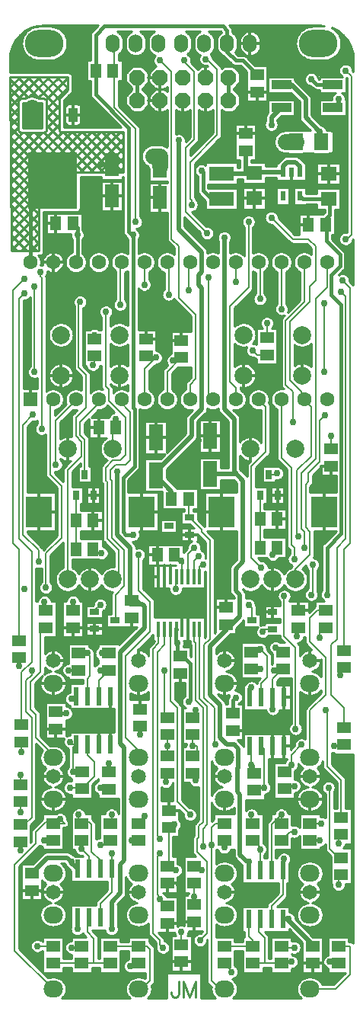
<source format=gtl>
G04 DipTrace 3.1.0.0*
G04 uO_c.GTL*
%MOIN*%
G04 #@! TF.FileFunction,Copper,L1,Top*
G04 #@! TF.Part,Single*
%AMOUTLINE0*
4,1,4,
-0.019685,-0.031496,
0.019685,-0.031496,
0.019685,0.031496,
-0.019685,0.031496,
-0.019685,-0.031496,
0*%
%AMOUTLINE1*
4,1,4,
-0.106299,-0.122047,
0.106299,-0.122047,
0.106299,0.122047,
-0.106299,0.122047,
-0.106299,-0.122047,
0*%
%AMOUTLINE2*5,1,8,0,0,0.074,-202.499184*%
%AMOUTLINE3*
4,1,4,
-0.031496,-0.035492,
0.031496,-0.035492,
0.031496,0.035492,
-0.031496,0.035492,
-0.031496,-0.035492,
0*%
G04 #@! TA.AperFunction,Conductor*
%ADD13C,0.015*%
%ADD14C,0.008*%
%ADD15C,0.02*%
%ADD16C,0.07*%
G04 #@! TA.AperFunction,CopperBalancing*
%ADD18C,0.013*%
%ADD19C,0.01*%
%ADD22R,0.064961X0.112205*%
%ADD23R,0.070866X0.062992*%
%ADD24R,0.059055X0.051181*%
%ADD26R,0.062992X0.100394*%
%ADD27R,0.051181X0.059055*%
%ADD28R,0.086614X0.03937*%
G04 #@! TA.AperFunction,ComponentPad*
%ADD29C,0.07874*%
%ADD30R,0.11811X0.137795*%
%ADD31O,0.169291X0.11811*%
%ADD35O,0.085X0.075*%
%ADD36C,0.065*%
%ADD37R,0.106299X0.062992*%
%ADD39R,0.041339X0.025591*%
%ADD41R,0.025591X0.041339*%
G04 #@! TA.AperFunction,ComponentPad*
%ADD42R,0.062992X0.062992*%
%ADD43C,0.062992*%
%ADD44R,0.015748X0.070866*%
%ADD45R,0.023622X0.07874*%
%ADD47R,0.023622X0.043307*%
G04 #@! TA.AperFunction,ComponentPad*
%ADD48O,0.06X0.08*%
G04 #@! TA.AperFunction,ViaPad*
%ADD49C,0.03*%
%ADD100C,0.010807*%
%ADD105OUTLINE0*%
%ADD106OUTLINE1*%
G04 #@! TA.AperFunction,ComponentPad*
%ADD107OUTLINE2*%
%ADD108OUTLINE3*%
%FSLAX26Y26*%
G04*
G70*
G90*
G75*
G01*
G04 Top*
%LPD*%
X504710Y3635993D2*
D13*
Y3987447D1*
X580273Y4063010D1*
X810965D2*
X861085D1*
X1342160Y3914745D2*
Y3918742D1*
X1292165D1*
X1260918Y3949989D1*
Y4031614D1*
X1254678Y4037854D1*
X1169572Y2259959D2*
D14*
Y2322806D1*
X1167178D1*
Y2331604D1*
X954678Y2444104D2*
D13*
X923467D1*
X910959Y2456612D1*
Y2694112D1*
X960950Y2744103D1*
Y2993650D1*
X954700Y2999900D1*
Y3750010D1*
Y3756259D1*
X710960D2*
Y3642243D1*
X704710Y3635993D1*
X1169572Y2322806D2*
X1135762Y2356616D1*
X710960Y3756259D2*
Y3787667D1*
X692013Y3806615D1*
X1367147Y4593671D2*
Y4649926D1*
X1348409Y4668663D1*
X829714D1*
X792217Y4631167D1*
Y4475123D1*
X792406Y4474934D1*
X954700Y3750010D2*
X935952Y3768758D1*
Y4224960D1*
X792217Y4368695D1*
Y4474745D1*
X1367147Y4593671D2*
Y4556186D1*
X1404653Y4518679D1*
X1435900D1*
X1498393Y4456186D1*
X1467210Y1731711D2*
Y1769031D1*
X1473396Y1775217D1*
X685959Y1725362D2*
X692110D1*
X704710Y1737961D1*
X1160960Y1912862D2*
X1148459D1*
Y1969112D1*
X1142210D1*
Y2033384D1*
X1143981Y2031612D1*
X1160960Y1912862D2*
X1173460D1*
X1204710Y1881612D1*
Y1719112D1*
X1198460Y1712863D1*
X1804710Y2181612D2*
Y2387862D1*
X1867210Y2450362D1*
Y3450362D1*
X1823459Y3494112D1*
Y3581201D1*
X1860959Y3618701D1*
Y3669074D1*
X1801553Y3728480D1*
Y3828480D1*
X1817178Y3844104D1*
Y3919082D1*
X1810958Y3912862D1*
X1698408D1*
X1685956Y3925313D1*
X1798262Y3800362D2*
X1801553Y3828480D1*
X1392178Y1662854D2*
Y1719104D1*
X1404738Y1731665D1*
X660929Y1662854D2*
X623232D1*
X617178Y1668908D1*
X1104710Y1569506D2*
D14*
Y1519112D1*
Y1475558D1*
X1217111Y1569408D2*
Y1518821D1*
X1235862D1*
Y1494015D1*
X1217208Y1475362D1*
X1198360Y2600267D2*
Y2522263D1*
X1201510Y2519114D1*
X1317178Y1525070D2*
Y1537855D1*
X1310959Y1544074D1*
Y1687824D1*
X1267178Y1731604D1*
Y1962854D1*
X1292210Y1987885D1*
Y2419112D1*
X1254710Y2456612D1*
Y2465914D1*
X1201510Y2519114D1*
X985927Y1569104D2*
Y1606604D1*
X1246343Y2259967D2*
Y2306612D1*
X1267210D1*
X1260959Y2312863D1*
X1660876Y2337658D2*
Y2387653D1*
X1648378Y2400152D1*
Y2737944D1*
X1604710Y2781612D1*
Y3035993D1*
X1404710D2*
Y3087390D1*
X1379710Y3112390D1*
Y3444112D1*
X1460959Y3525362D1*
Y3812862D1*
X967199D2*
Y4218711D1*
X873459Y4312451D1*
Y4481183D1*
Y4593671D1*
X867147D1*
X873459Y4481183D2*
X867210Y4474934D1*
X1879611Y1600264D2*
Y1687960D1*
X1823459Y1744112D1*
Y1962862D1*
X1848459Y1987862D1*
Y2387862D1*
X1885959Y2425362D1*
Y3487863D1*
X1867210Y3506612D1*
X1198427Y3512422D2*
Y3635993D1*
X1204710D1*
X1879710Y1937666D2*
Y2381612D1*
X1904710Y2406612D1*
Y3524889D1*
X1873427Y3556171D1*
X467210Y1612666D2*
Y1844114D1*
X510959Y1887863D1*
Y2369112D1*
X454710Y2425362D1*
Y3475362D1*
X479710Y3500362D1*
X1110959Y3494112D2*
Y3629743D1*
X1104710Y3635993D1*
X454710Y1981415D2*
Y2381612D1*
X429710Y2406612D1*
Y3512863D1*
X479710Y3562863D1*
X1404710Y3549952D2*
Y3635993D1*
X1067210Y2031612D2*
Y1969112D1*
X1042198Y1944100D1*
Y700337D1*
X1073438Y669096D1*
Y650335D1*
X1085937Y637837D1*
X1660959Y637863D2*
X1610860D1*
X1604710Y644014D1*
X1092800Y2031612D2*
Y1963453D1*
X1060947Y1931600D1*
Y1125278D1*
X1073438Y1112787D1*
X1660959Y1144112D2*
X1642111D1*
X1604710Y1106711D1*
X1220753Y2031612D2*
X1223459D1*
Y1975363D1*
X1229710Y1969112D1*
Y1719073D1*
X1260927Y1687855D1*
Y1187789D1*
X1242170Y1169031D1*
Y1119036D1*
X1235921Y1112787D1*
Y1056652D1*
X1279710Y1012863D1*
Y700373D1*
X1248420Y669083D1*
X685959Y637863D2*
X723559D1*
X729710Y644014D1*
X1246343Y2031612D2*
Y1727439D1*
X1279678Y1694104D1*
Y1175292D1*
X1260918Y1156532D1*
Y1081540D1*
X810959Y1087863D2*
X835862D1*
X854710Y1106711D1*
X1204710Y3035993D2*
Y3100362D1*
X1229710Y3125362D1*
Y3406612D1*
X1154710Y3481612D1*
Y3706573D1*
X1123459Y3737824D1*
Y4469112D1*
X1073459Y4519112D1*
X1195162Y2259959D2*
Y2359362D1*
X1223454Y2387653D1*
X1679624Y2437648D2*
X1673375Y2443897D1*
Y2725086D1*
X1735900Y2787611D1*
Y3004803D1*
X1704710Y3035993D1*
X1273448Y4524928D2*
X1279698D1*
X1323412Y4481215D1*
Y4193713D1*
X1204678Y4074980D1*
Y3912855D1*
X1210923Y3906610D1*
Y3887495D1*
X1560918Y3831251D2*
X1654658Y3737511D1*
X1723401D1*
X1754648Y3706264D1*
Y3556280D1*
X1729651Y3531283D1*
Y3462540D1*
X1642160Y3375049D1*
Y3118690D1*
X1692154Y3068695D1*
Y3048548D1*
X1704710Y3035993D1*
X1665635Y2248837D2*
Y2292537D1*
X1729710Y2356612D1*
Y2456305D1*
X1710959Y2475056D1*
Y2662862D1*
X1723459Y2675362D1*
Y2712863D1*
X1773459Y2762863D1*
Y2943703D1*
X1795303Y2965547D1*
X1792210Y3156171D2*
Y3456612D1*
X898459Y3450362D2*
Y3629742D1*
X904710Y3635993D1*
X542210Y2325362D2*
Y2375362D1*
X473459Y2444112D1*
Y2924952D1*
X517178Y2968671D1*
X523459Y3156612D2*
Y3531612D1*
X1004710Y3537863D2*
Y3635993D1*
X865635Y2248837D2*
X892210D1*
Y2375152D1*
X842212Y2425149D1*
Y2675360D1*
X835963Y2681610D1*
Y2737616D1*
X867210Y2768863D1*
X898456D1*
X923454Y2793860D1*
Y2956146D1*
X848459Y3031141D1*
Y3081141D1*
X835959Y3093641D1*
Y3419112D1*
X1604710Y3431612D2*
Y3635993D1*
X668784Y2248837D2*
Y2726938D1*
X729710Y2787863D1*
Y2850119D1*
X704727Y2875102D1*
Y2956220D1*
X748459Y2999952D1*
Y3144112D1*
X717210Y3175362D1*
Y3456614D1*
X723459Y3462863D1*
X1510959Y3475362D2*
Y3629743D1*
X1504710Y3635993D1*
X1854710Y4350362D2*
D13*
Y4338066D1*
X1829509Y4312866D1*
X973459Y4344112D2*
Y4444112D1*
X1354710Y456112D2*
D14*
X1336460D1*
X1298460Y494112D1*
Y1087115D1*
Y1162863D1*
X1317210Y1181612D1*
X1354611D1*
X1354710Y1181514D1*
X1773459Y1106711D2*
X1729710D1*
Y1181514D2*
X1779710D1*
X1604710Y1219112D2*
Y1181514D1*
X1473460Y1219112D2*
Y1187763D1*
X1479710Y1181514D1*
X1560959Y975461D2*
Y1175362D1*
X1604710Y1219112D1*
X1510959Y975461D2*
Y1067761D1*
Y1075461D1*
X1479710Y1106711D1*
X1354710Y1075362D2*
Y1106711D1*
X979710Y456112D2*
X991710D1*
X1029710Y494112D1*
Y631612D1*
X1017210Y644112D1*
X979808D1*
X979710Y644014D1*
X854710D2*
X979710D1*
X854710Y569211D2*
X783030D1*
X729710D1*
X604710D2*
X729710D1*
X783030D2*
Y678292D1*
X754710Y706612D1*
Y762863D1*
X760959Y769112D1*
X979710Y569211D2*
X954808D1*
X942210Y556612D1*
X535959Y644112D2*
X604611D1*
X604710Y644014D1*
X710959Y719111D2*
Y769112D1*
X604710Y1181514D2*
X654807D1*
X635959Y1200362D1*
X948459Y1106612D2*
X979611D1*
X979710Y1106711D1*
X604710Y456112D2*
X436005Y624817D1*
Y1000299D1*
X529710Y1094003D1*
Y1144114D1*
X573459Y1187863D1*
X598360D1*
X604710Y1181514D1*
X979710D2*
X973360D1*
X1004710Y1212863D1*
X860959Y1219112D2*
Y1187763D1*
X854710Y1181514D1*
X717210Y1219112D2*
Y1194014D1*
X729710Y1181514D1*
X810959Y981711D2*
Y1019114D1*
X773460Y1056612D1*
Y1175362D1*
X760959Y1187863D1*
X736059D1*
X729710Y1181514D1*
Y1106711D2*
Y1069112D1*
X567111Y1106711D2*
X604710D1*
X760959Y981711D2*
Y1037863D1*
X729710Y1069112D1*
X1511156Y2512863D2*
Y2616257D1*
X1512584Y2617684D1*
X1511156Y2387863D2*
Y2512863D1*
X704906Y2506612D2*
Y2381612D1*
Y2616258D1*
X706333Y2617684D1*
X785959Y2106612D2*
Y2112863D1*
X810959Y2137863D1*
X692210Y2150363D2*
Y2112666D1*
X567210Y2150363D2*
Y2118915D1*
X573459Y2112666D1*
X1567210Y1731711D2*
Y1812863D1*
X1610959Y1856612D1*
X1567208D1*
X1573459Y1850362D1*
X1510959Y1856612D2*
X1473459D1*
X1473557Y1856514D1*
X1867111Y1206514D2*
Y1369211D1*
X1804710Y1431612D1*
Y1669111D1*
X1798459Y1675362D1*
X1567210Y1681612D2*
Y1731711D1*
X1229678Y1675354D2*
Y1656778D1*
X1217111Y1644211D1*
X1611153Y4031612D2*
D15*
X1492204D1*
X1485955Y4025363D1*
X1342160Y4024981D2*
X1485573D1*
X1485955Y4025363D1*
X1685956Y4031612D2*
Y4056145D1*
X1667126Y4074976D1*
X1629630D1*
X1611153Y4056499D1*
Y4031612D1*
X1485955Y4025363D2*
X1448399D1*
Y4124970D1*
X1104710Y1400755D2*
D14*
Y1369111D1*
X1098460Y1362863D1*
X810965Y1337763D2*
X854610D1*
X848459Y1331612D1*
X679710Y1337763D2*
X726195D1*
X731854Y1332104D1*
X460959Y1394112D2*
Y1350166D1*
X754710Y1525363D2*
Y1481611D1*
X785959Y1450362D1*
Y1386209D1*
X731854Y1332104D1*
X1729710Y456112D2*
X1841710D1*
X1904710Y519112D1*
Y644014D1*
X1854710D1*
X1385959Y531612D2*
Y537961D1*
X1354710Y569211D1*
X1479710D2*
X1530731D1*
X1604710D1*
X1648459D1*
Y575362D1*
X1817210D2*
Y569211D1*
X1854710D1*
X1530731D2*
Y680591D1*
X1504710Y706612D1*
Y756614D1*
X1510959Y762863D1*
X1479710Y644014D2*
Y669112D1*
X1460959Y687863D1*
Y762863D1*
X1354710Y644014D2*
X1479710D1*
X460959Y1175165D2*
X479513D1*
X510960Y1206612D1*
Y1644073D1*
X485927Y1669104D1*
Y1806604D1*
X510960Y1831636D1*
Y1850363D1*
X673459D2*
X717210D1*
X810959D2*
X848460D1*
X804710Y1737961D2*
Y1806612D1*
X848460Y1850363D1*
X1104710Y1644309D2*
X1092210Y1656809D1*
Y1850363D1*
X1567210Y2031612D2*
X1535959D1*
X1523459Y2019112D1*
X1673459Y2000362D2*
Y2031808D1*
X1679611Y2037960D1*
X1773459Y1994112D2*
Y2013058D1*
X1798360Y2037960D1*
X604710Y1468612D2*
Y1481612D1*
X529678Y1556644D1*
Y1656604D1*
X504678Y1681604D1*
Y1800354D1*
X548459Y1844135D1*
Y2012863D1*
X573459Y2037863D1*
X979710Y1468612D2*
Y1500363D1*
X923454Y1556619D1*
Y1912447D1*
X1029678Y2018671D1*
Y2149922D1*
X979678Y2199922D1*
Y2356604D1*
X817178Y2362863D2*
X798459D1*
X779710Y2381612D1*
X1585959Y2387863D2*
Y2375362D1*
X1567210Y2356612D1*
X1742210Y2312863D2*
Y2187863D1*
X1735959Y2181612D1*
X1617210Y2175362D2*
Y2000363D1*
X1667210Y1950363D1*
Y1594104D1*
X1729710Y1468612D2*
Y1675363D1*
X1798459Y1744112D1*
Y1906612D1*
X1729710Y1975362D1*
Y2081614D1*
X1760959Y2112863D1*
X1798261D1*
X1798360Y2112763D1*
X1867111Y1031514D2*
X1854808D1*
X1817210Y1069112D1*
Y1331612D1*
X1810959Y1337863D1*
X1660959Y1344112D2*
X1629710D1*
X1617308Y1331711D1*
X1529710Y1337863D2*
X1473460D1*
X1485960Y1325363D1*
X1229710Y1369112D2*
Y1388057D1*
X1217208Y1400558D1*
X1529710Y1337863D2*
Y1506612D1*
X1517210Y1519112D1*
X848460Y1925166D2*
X817405D1*
X754710D2*
X717210D1*
X454710Y1869112D2*
Y1906612D1*
X754710Y1737961D2*
Y1812862D1*
X767210Y1825362D1*
Y1912666D1*
X754710Y1925166D1*
X848459Y1406415D2*
Y1444002D1*
X692210Y1406415D2*
X731362D1*
X731854Y1406908D1*
X692210Y1406415D2*
Y1512863D1*
X704710Y1525363D1*
X692210D1*
X679710Y1537863D1*
X467210Y1494112D2*
Y1537863D1*
X1473557Y1931317D2*
X1510959D1*
Y1944112D1*
X1579710Y1950362D2*
X1592013D1*
X1610959Y1931415D1*
X1860960Y1831612D2*
Y1881612D1*
X1879710Y1862863D1*
X1517210Y1731711D2*
Y1794112D1*
X1542210Y1819112D1*
Y1912862D1*
X1510959Y1944112D1*
X1485960Y1400166D2*
Y1437753D1*
X1473396D1*
Y1525299D1*
X1467210Y1519112D1*
X1648547Y1437753D2*
X1617308Y1406514D1*
X1648547Y1437753D2*
Y1481699D1*
X1692210Y1525362D1*
X1835959Y1519112D2*
X1873262D1*
X1879611Y1525461D1*
X1854710Y912863D2*
Y944309D1*
X1867111Y956711D1*
X1854710Y1094112D2*
Y1119309D1*
X1867111Y1131711D1*
X460959Y1231612D2*
Y1275363D1*
Y1062862D2*
Y1100362D1*
X1667645Y4162467D2*
D16*
X1623349D1*
X1042559Y4099973D2*
X1073597D1*
Y4056761D1*
X510997Y4262456D2*
Y4279956D1*
X512685Y4281644D1*
X510997Y4312451D2*
Y4262456D1*
X785959Y3300166D2*
D14*
Y3318325D1*
X1542210Y3369112D2*
Y3306415D1*
X1373459Y4344112D2*
D13*
Y4444112D1*
X1735868Y4437438D2*
X1760441Y4412866D1*
X1829509D1*
X1179708Y4518679D2*
D14*
Y4512430D1*
X1223454Y4468684D1*
Y4174997D1*
X1185926Y4137469D1*
Y3856280D1*
X1279698Y3762509D1*
X1285927Y3568671D2*
Y3054775D1*
X1304710Y3035993D1*
X1143981Y2259959D2*
X1142210D1*
Y2206612D1*
X1517210Y2300363D2*
X1473459Y2344114D1*
Y2744112D1*
X1535959Y2806612D1*
Y3004743D1*
X1504710Y3035993D1*
X1220753Y2259959D2*
Y2328905D1*
X1242210Y2350362D1*
X1704622Y2387653D2*
Y2456396D1*
X1692123Y2468894D1*
Y2712776D1*
X1754710Y2775363D1*
Y3475362D1*
X1804710Y3525362D1*
Y3635993D1*
X1885929Y3737854D2*
X1892178D1*
X1910959Y3756635D1*
Y4449827D1*
X1885853Y4474934D1*
X785959Y3225363D2*
Y3194112D1*
X779710Y3187863D1*
X1054710Y3219112D2*
X1017210D1*
X1010959Y3225363D1*
X1054710Y3219112D2*
X1004710Y3169112D1*
Y3035993D1*
X1823459Y2818915D2*
Y2875362D1*
X554678Y2906642D2*
Y3568671D1*
X548427Y3574922D1*
Y3593671D1*
X865635Y2819703D2*
Y2917537D1*
X873459Y2925362D1*
X864217Y2934603D1*
X879708Y2950094D1*
X1654710Y2937863D2*
Y3068640D1*
X1623459Y3099890D1*
Y3381612D1*
X1704710Y3462863D1*
Y3635993D1*
X879519Y2912598D2*
X873459D1*
Y2925362D1*
X1542210Y3231612D2*
X1498459D1*
X1479710Y3250362D1*
X1129710Y3206612D2*
X1179710D1*
X1167210Y3219112D1*
X1104710Y3035993D2*
Y3156612D1*
X1167210Y3219112D1*
X1476658Y2069014D2*
Y2122163D1*
X1460959Y2137863D1*
X573459Y2212863D2*
Y2362862D1*
X642210Y2431612D1*
Y2656612D1*
X592210Y2706612D1*
Y3023493D1*
X604710Y3035993D1*
X1549985Y2708236D2*
X1581332D1*
X1585959Y2712863D1*
X617210Y2750363D2*
Y2944112D1*
X698459Y3025362D1*
Y3029742D1*
X704710Y3035993D1*
X743735Y2708236D2*
Y2861091D1*
X723475Y2881351D1*
Y2937468D1*
X798459Y3012452D1*
Y3042243D1*
X804710Y3035993D1*
X876510Y2069211D2*
X879678D1*
Y2181171D1*
X917210Y2218703D1*
Y2375149D1*
X860960Y2431398D1*
Y2681612D1*
X854710Y2687863D1*
Y2725362D1*
X879463Y2750115D1*
X923454D1*
X942202Y2768863D1*
Y2981148D1*
X887357Y3035993D1*
X904710D1*
X1560959Y762863D2*
Y819112D1*
X1610959Y869112D1*
Y975461D1*
X810959Y769112D2*
Y831612D1*
X860959Y881612D1*
Y981711D1*
Y1050362D1*
X1615977Y1025362D2*
X1610959Y975461D1*
X1223460Y919309D2*
Y859379D1*
Y825166D1*
X1073460Y850362D2*
X1104710Y819112D1*
X1073460Y850362D2*
Y856541D1*
X1060939Y869062D1*
Y1037795D1*
X1073506Y1050362D1*
X1460959Y975461D2*
D15*
Y1012797D1*
X685960D2*
Y1006709D1*
X710959Y981711D1*
X685960Y1012797D2*
X667212Y1031545D1*
X579837D1*
X510959Y962667D1*
X1360959Y2050363D2*
X1385937D1*
X1423427Y2087854D1*
X1385927Y2050354D2*
X1367178D1*
Y2031604D1*
X1292178Y1956604D1*
Y1744104D1*
X1335927Y1700355D1*
Y1556604D1*
X1367178Y1525354D1*
X1398429D1*
X1417210Y1506573D1*
Y1424495D1*
X1410902D1*
Y1319170D1*
X1423459Y1306614D1*
Y1044112D1*
X1454774Y1012797D1*
X1460959D1*
X1604706Y4412866D2*
X1647952D1*
X1710871Y4349947D1*
Y4268705D1*
X1773364Y4206212D1*
Y4168716D1*
X1779614Y4162467D1*
X1423427Y2087854D2*
Y2181398D1*
X1404653Y2200173D1*
Y2294079D1*
X1435900Y2325326D1*
Y2681372D1*
X1398404Y2718868D1*
Y2949946D1*
X1354658Y2993691D1*
Y3744104D1*
X1292210Y2710014D2*
X1398404D1*
Y2718868D1*
X1610959Y762863D2*
X1635959D1*
X860959Y719112D2*
Y769112D1*
X1742210Y643915D2*
Y650362D1*
X1635959Y756612D1*
Y762863D1*
X860959Y769112D2*
Y837862D1*
X898459Y875362D1*
Y1000362D1*
X917204Y1019107D1*
Y1512867D1*
X898459Y1531612D1*
Y1931201D1*
X1004678Y2037421D1*
Y2131171D1*
X995168Y2140682D1*
X942210D1*
Y2387862D1*
X885959Y2444112D1*
Y2719112D1*
X1039362D2*
X1054710Y2703764D1*
X1039362Y2719112D2*
Y2703766D1*
X1210959Y2875363D1*
Y2949952D1*
X1254669Y2993662D1*
Y3525033D1*
X1242170Y3537532D1*
Y3581163D1*
X1254669Y3593662D1*
Y3681614D1*
X1154679Y3781603D1*
Y4168716D1*
X1560887Y4237459D2*
Y4269047D1*
X1604706Y4312866D1*
X1123557Y2600267D2*
Y2634917D1*
X1054710Y2703764D1*
X1167178Y650146D2*
D14*
Y706579D1*
X948427Y2156171D2*
X979678D1*
X995168Y2140682D1*
X1104710Y994112D2*
X1110959Y987863D1*
Y1162863D1*
X1118391Y2031612D2*
Y1717766D1*
X1148427Y1687729D1*
Y1275271D1*
X1204674Y1219026D1*
X1135931Y1175280D2*
X1123376D1*
X1110959Y1162863D1*
X1223460Y994112D2*
X1229609D1*
X1254669Y969052D1*
Y975301D1*
X1142181D2*
X1085899D1*
X1104710Y994112D1*
D49*
X580273Y4063010D3*
X810965D3*
X1254678Y4037854D3*
X1167178Y2331604D3*
X954678Y2444104D3*
X954700Y3756259D3*
X710960D3*
D3*
X1473396Y1775217D3*
X685959Y1725362D3*
X1198460Y1712863D3*
X1804710Y2181612D3*
X1148459Y1969112D3*
X1404738Y1731665D3*
X660929Y1662854D3*
X1217111Y1518821D3*
X1104710Y1519112D3*
X1317178Y1525070D3*
X1217111Y1518821D3*
X985927Y1569104D3*
X1260959Y2312863D3*
X1660876Y2337658D3*
X1460959Y3812862D3*
X967199D3*
X1867210Y3506612D3*
X1198427Y3512422D3*
X1873427Y3556171D3*
X479710Y3500362D3*
X1110959Y3494112D3*
X479710Y3562863D3*
X1404710Y3549952D3*
X1085937Y637837D3*
X1660959Y637863D3*
X1073438Y1112787D3*
X1660959Y1144112D3*
X1248420Y669083D3*
X685959Y637863D3*
X1260918Y1081540D3*
X810959Y1087863D3*
X1073459Y4519112D3*
X1223454Y2387653D3*
X1679624Y2437648D3*
X1273448Y4524928D3*
X1210923Y3887495D3*
X1560918Y3831251D3*
X1795303Y2965547D3*
X1792210Y3156171D3*
Y3456612D3*
X898459Y3450362D3*
X542210Y2325362D3*
X517178Y2968671D3*
X523459Y3156612D3*
Y3531612D3*
X1004710Y3537863D3*
X835959Y3419112D3*
X1604710Y3431612D3*
X723459Y3462863D3*
X1510959Y3475362D3*
X1854710Y4350362D3*
X1773459Y1106711D3*
X1298460Y1087115D3*
X1779710Y1181514D3*
X1604710Y1219112D3*
X1473460D3*
X1604710D3*
X1354710Y1075362D3*
X1510959Y1067761D3*
X942210Y556612D3*
X535959Y644112D3*
X710959Y719111D3*
X635959Y1200362D3*
X948459Y1106612D3*
X1004710Y1212863D3*
X860959Y1219112D3*
X717210D3*
X729710Y1069112D3*
X567111Y1106711D3*
X810959Y2137863D3*
X692210Y2150363D3*
X567210D3*
X1573459Y1850362D3*
X1510959Y1856612D3*
X1798459Y1675362D3*
X1567210Y1681612D3*
X1229678Y1675354D3*
X1098460Y1362863D3*
X810965Y1337763D3*
X679710D3*
X460959Y1394112D3*
X1385959Y531612D3*
X1648459Y575362D3*
X1817210D3*
X510960Y1850363D3*
X673459D3*
X810959D3*
X1092210D3*
X1523459Y2019112D3*
X1673459Y2000362D3*
X1773459Y1994112D3*
X979678Y2356604D3*
X817178Y2362863D3*
X1567210Y2356612D3*
X1742210Y2312863D3*
X1735959Y2181612D3*
X1617210Y2175362D3*
X1667210Y1594104D3*
X1810959Y1337863D3*
X1660959Y1344112D3*
X1529710Y1337863D3*
X1229710Y1369112D3*
X1529710Y1337863D3*
X817405Y1925166D3*
X754710D3*
X454710Y1869112D3*
X754710Y1925166D3*
X848459Y1444002D3*
X692210Y1406415D3*
D3*
X679710Y1537863D3*
X467210Y1494112D3*
X1510959Y1944112D3*
X1579710Y1950362D3*
X1860960Y1831612D3*
X1648547Y1437753D3*
X1473396D3*
X1692210Y1525362D3*
X1835959Y1519112D3*
X1648547Y1437753D3*
X1854710Y912863D3*
Y1094112D3*
X460959Y1231612D3*
Y1062862D3*
X1623349Y4162467D3*
X1042559Y4099973D3*
X785959Y3318325D3*
X1542210Y3369112D3*
X1735868Y4437438D3*
X1179708Y4518679D3*
X1279698Y3762509D3*
X1285927Y3568671D3*
X1142210Y2206612D3*
X1517210Y2300363D3*
X1242210Y2350362D3*
X1704622Y2387653D3*
X1885929Y3737854D3*
X1885853Y4474934D3*
X779710Y3187863D3*
X1054710Y3219112D3*
D3*
X1823459Y2875362D3*
X554678Y2906642D3*
X548427Y3593671D3*
X879708Y2950094D3*
X1654710Y2937863D3*
X1479710Y3250362D3*
X1129710Y3206612D3*
X1460959Y2137863D3*
X573459Y2212863D3*
X1585959Y2712863D3*
X617210Y2750363D3*
X860959Y1050362D3*
X1615977Y1025362D3*
X1073460Y850362D3*
X1223460Y859379D3*
X1073460Y850362D3*
X1073506Y1050362D3*
X1460959Y1012797D3*
X685960D3*
D3*
X1354658Y3744104D3*
X1773364Y4206212D3*
X1635959Y762863D3*
X860959Y719112D3*
X885959Y2719112D3*
X1039362D3*
X1154679Y4168716D3*
X1560887Y4237459D3*
X1039362Y2719112D3*
X1167178Y706579D3*
X1204674Y1219026D3*
X1135931Y1175280D3*
X1254669Y975301D3*
X1142181D3*
X1154710Y1769112D3*
X1110959Y1306612D3*
X1154710Y912863D3*
X1160959Y762863D3*
X1035927Y2968671D3*
X1154678Y2962421D3*
X1129710Y2850362D3*
X1242210Y2856612D3*
X1123459Y2106612D3*
X1560959Y2762863D3*
X773459Y2806612D3*
X1354710Y2856612D3*
X1329678Y2962421D3*
X998446Y2850104D3*
X1198459Y2181612D3*
X810965Y2981341D3*
X542244Y4031230D3*
X660981Y3981236D3*
X598488Y4031230D3*
X660981D3*
X598488Y3981236D3*
X548493Y4087474D3*
X542244Y3981236D3*
X660981Y4087474D3*
X598488D3*
X754721Y4656165D3*
X729724Y4343698D3*
X679729D3*
X510997Y4312451D3*
Y4262456D3*
X792217Y2693871D3*
X1592133Y1631474D3*
X1517141D3*
X1273417Y4237459D3*
X1167178Y4243708D3*
X860960Y3843750D3*
X1067189D3*
X1560887Y3924991D3*
X1373427Y4225354D3*
X479710Y2206612D3*
X1504643Y4274955D3*
X621422Y4663236D2*
D19*
X790926D1*
X1386774D2*
X1712938D1*
X638844Y4653367D2*
X781043D1*
X1390778D2*
X1695516D1*
X475446Y4643498D2*
X484871D1*
X649489D2*
X771942D1*
X889938D2*
X944344D1*
X989938D2*
X1044344D1*
X1189938D2*
X1244344D1*
X1289938D2*
X1340203D1*
X1391032D2*
X1444344D1*
X1489938D2*
X1684871D1*
X1849489D2*
X1858914D1*
X463434Y4633629D2*
X477489D1*
X656871D2*
X768465D1*
X902262D2*
X932039D1*
X1002262D2*
X1032039D1*
X1202262D2*
X1232039D1*
X1302262D2*
X1332039D1*
X1402262D2*
X1432039D1*
X1502262D2*
X1677489D1*
X1856871D2*
X1870926D1*
X453825Y4623761D2*
X472293D1*
X662067D2*
X768328D1*
X908864D2*
X925438D1*
X1008864D2*
X1025438D1*
X1208864D2*
X1225438D1*
X1308864D2*
X1325438D1*
X1408864D2*
X1425438D1*
X1508864D2*
X1672293D1*
X1862067D2*
X1880535D1*
X445895Y4613892D2*
X468817D1*
X665543D2*
X768328D1*
X912379D2*
X921903D1*
X1012379D2*
X1021903D1*
X1212379D2*
X1221903D1*
X1312379D2*
X1321903D1*
X1412379D2*
X1421903D1*
X1512379D2*
X1668817D1*
X1865543D2*
X1888465D1*
X438571Y4604023D2*
X466805D1*
X667555D2*
X768328D1*
X913551D2*
X920750D1*
X1013551D2*
X1020750D1*
X1213551D2*
X1220750D1*
X1313551D2*
X1320750D1*
X1413551D2*
X1420750D1*
X1513551D2*
X1666805D1*
X1867555D2*
X1895789D1*
X433551Y4594154D2*
X466141D1*
X668219D2*
X768328D1*
X913551D2*
X920750D1*
X1013551D2*
X1020750D1*
X1213551D2*
X1220750D1*
X1313551D2*
X1320750D1*
X1413551D2*
X1420750D1*
X1513551D2*
X1666141D1*
X1868219D2*
X1900809D1*
X428532Y4584285D2*
X466785D1*
X667575D2*
X768328D1*
X913551D2*
X920750D1*
X1013551D2*
X1020750D1*
X1213551D2*
X1220750D1*
X1313551D2*
X1320750D1*
X1413551D2*
X1420750D1*
X1513551D2*
X1666785D1*
X1867575D2*
X1905828D1*
X424645Y4574417D2*
X468778D1*
X665582D2*
X768328D1*
X912594D2*
X921707D1*
X1012594D2*
X1021707D1*
X1212594D2*
X1221707D1*
X1312594D2*
X1321707D1*
X1412594D2*
X1421707D1*
X1512594D2*
X1668778D1*
X1865582D2*
X1909715D1*
X421969Y4564548D2*
X472254D1*
X662106D2*
X768328D1*
X909313D2*
X924969D1*
X1009313D2*
X1024969D1*
X1209313D2*
X1224969D1*
X1309313D2*
X1324969D1*
X1409313D2*
X1424969D1*
X1509313D2*
X1672254D1*
X1862106D2*
X1912391D1*
X419293Y4554679D2*
X477430D1*
X656930D2*
X768328D1*
X903082D2*
X931219D1*
X1003082D2*
X1031219D1*
X1203082D2*
X1231219D1*
X1303082D2*
X1331219D1*
X1403082D2*
X1431219D1*
X1503082D2*
X1677430D1*
X1856930D2*
X1915067D1*
X417731Y4544810D2*
X484793D1*
X649567D2*
X768328D1*
X893844D2*
X942664D1*
X991618D2*
X1042664D1*
X1196246D2*
X1242664D1*
X1297438D2*
X1342664D1*
X1411891D2*
X1442664D1*
X1491618D2*
X1684793D1*
X1849567D2*
X1916629D1*
X417145Y4534942D2*
X495379D1*
X638981D2*
X768328D1*
X893844D2*
X1046512D1*
X1206383D2*
X1243739D1*
X1303160D2*
X1355028D1*
X1453004D2*
X1695379D1*
X1838981D2*
X1917215D1*
X416559Y4525073D2*
X512684D1*
X621657D2*
X768328D1*
X893844D2*
X1042645D1*
X1210426D2*
X1242039D1*
X1307965D2*
X1364891D1*
X1462868D2*
X1712684D1*
X1821657D2*
X1917782D1*
X416188Y4515204D2*
X750418D1*
X909196D2*
X1042313D1*
X1210914D2*
X1243641D1*
X1317848D2*
X1374754D1*
X1472750D2*
X1918172D1*
X416188Y4505335D2*
X750418D1*
X909196D2*
X1045360D1*
X1215211D2*
X1249207D1*
X1327711D2*
X1384637D1*
X1482614D2*
X1918172D1*
X416188Y4495467D2*
X750418D1*
X909196D2*
X1053348D1*
X1225094D2*
X1264950D1*
X1337575D2*
X1425750D1*
X1544313D2*
X1862430D1*
X1909274D2*
X1918172D1*
X416188Y4485598D2*
X750418D1*
X909196D2*
X943836D1*
X1003082D2*
X1043836D1*
X1234957D2*
X1243836D1*
X1403082D2*
X1435614D1*
X1544313D2*
X1856375D1*
X416188Y4475729D2*
X750418D1*
X909196D2*
X933973D1*
X1012946D2*
X1033973D1*
X1412946D2*
X1445477D1*
X1544313D2*
X1854461D1*
X416188Y4465860D2*
X750418D1*
X909196D2*
X924891D1*
X1422028D2*
X1452469D1*
X1544313D2*
X1724090D1*
X1747653D2*
X1855848D1*
X688746Y4455991D2*
X750418D1*
X909196D2*
X922879D1*
X1424039D2*
X1452469D1*
X1544313D2*
X1710789D1*
X1760953D2*
X1861082D1*
X689821Y4446123D2*
X750418D1*
X909196D2*
X922879D1*
X1424039D2*
X1452469D1*
X1664410D2*
X1705731D1*
X689821Y4436254D2*
X750418D1*
X909196D2*
X922879D1*
X1424039D2*
X1452469D1*
X1664410D2*
X1704500D1*
X689840Y4426385D2*
X768328D1*
X893844D2*
X923309D1*
X1423610D2*
X1452469D1*
X1671344D2*
X1706551D1*
X689840Y4416516D2*
X768328D1*
X893844D2*
X929950D1*
X1016969D2*
X1029950D1*
X1416969D2*
X1452469D1*
X1681207D2*
X1712821D1*
X689860Y4406648D2*
X768328D1*
X893844D2*
X939813D1*
X1007106D2*
X1039813D1*
X1407106D2*
X1452469D1*
X1691071D2*
X1733289D1*
X689860Y4396779D2*
X768328D1*
X893844D2*
X949578D1*
X997340D2*
X1050301D1*
X1096618D2*
X1103076D1*
X1397340D2*
X1452469D1*
X1700934D2*
X1743153D1*
X689860Y4386910D2*
X768328D1*
X893844D2*
X945145D1*
X1001774D2*
X1045145D1*
X1401754D2*
X1452469D1*
X1710817D2*
X1769793D1*
X685817Y4377041D2*
X768328D1*
X893844D2*
X935282D1*
X1011637D2*
X1035282D1*
X1411637D2*
X1452469D1*
X1544313D2*
X1646883D1*
X1720680D2*
X1839129D1*
X1870289D2*
X1890575D1*
X675973Y4367173D2*
X768387D1*
X893844D2*
X925731D1*
X1421188D2*
X1452469D1*
X1544313D2*
X1656746D1*
X1730524D2*
X1828387D1*
X1881032D2*
X1890575D1*
X666110Y4357304D2*
X771375D1*
X893844D2*
X922879D1*
X1424020D2*
X1452469D1*
X1544313D2*
X1666610D1*
X1736168D2*
X1824110D1*
X1885309D2*
X1890575D1*
X656227Y4347435D2*
X780106D1*
X893844D2*
X922879D1*
X1424020D2*
X1452469D1*
X1664410D2*
X1676473D1*
X1737262D2*
X1769793D1*
X652379Y4337566D2*
X789989D1*
X893844D2*
X922879D1*
X1424020D2*
X1545008D1*
X1664410D2*
X1684481D1*
X1737262D2*
X1769793D1*
X652379Y4327698D2*
X666551D1*
X717887D2*
X799852D1*
X893844D2*
X923055D1*
X1423864D2*
X1545008D1*
X1664410D2*
X1684481D1*
X1737262D2*
X1769793D1*
X727555Y4317829D2*
X809715D1*
X896500D2*
X928641D1*
X1018278D2*
X1028641D1*
X1418278D2*
X1545008D1*
X1664410D2*
X1684481D1*
X1737262D2*
X1769793D1*
X728278Y4307960D2*
X819578D1*
X906364D2*
X938504D1*
X1008414D2*
X1038504D1*
X1408414D2*
X1545008D1*
X1664410D2*
X1684481D1*
X1737262D2*
X1769793D1*
X728278Y4298091D2*
X829461D1*
X916227D2*
X948465D1*
X998453D2*
X1048465D1*
X1398453D2*
X1545008D1*
X1664410D2*
X1684481D1*
X1737262D2*
X1769793D1*
X728278Y4288222D2*
X839325D1*
X926110D2*
X1103075D1*
X1143844D2*
X1203075D1*
X1243844D2*
X1303016D1*
X1343805D2*
X1543153D1*
X1664410D2*
X1684481D1*
X1737262D2*
X1769793D1*
X728278Y4278354D2*
X849188D1*
X935973D2*
X1103075D1*
X1143844D2*
X1203075D1*
X1243844D2*
X1303016D1*
X1343805D2*
X1536258D1*
X1664410D2*
X1684481D1*
X1738121D2*
X1769793D1*
X728278Y4268485D2*
X859051D1*
X945836D2*
X1103075D1*
X1143844D2*
X1203075D1*
X1243844D2*
X1303016D1*
X1343805D2*
X1534500D1*
X1597223D2*
X1684481D1*
X1747985D2*
X1890575D1*
X728278Y4258616D2*
X868934D1*
X955719D2*
X1103075D1*
X1143844D2*
X1203075D1*
X1243844D2*
X1303016D1*
X1343805D2*
X1534500D1*
X1587360D2*
X1686571D1*
X1757868D2*
X1890575D1*
X728219Y4248747D2*
X878797D1*
X965582D2*
X1103075D1*
X1143844D2*
X1203075D1*
X1243844D2*
X1303016D1*
X1343805D2*
X1531668D1*
X1590114D2*
X1693934D1*
X1767731D2*
X1890575D1*
X652379Y4238879D2*
X661043D1*
X723375D2*
X888660D1*
X975446D2*
X1103075D1*
X1143844D2*
X1203075D1*
X1243844D2*
X1303016D1*
X1343805D2*
X1402469D1*
X1494332D2*
X1529520D1*
X1592262D2*
X1703797D1*
X1777594D2*
X1890575D1*
X652379Y4229010D2*
X898543D1*
X984625D2*
X1103075D1*
X1143844D2*
X1203075D1*
X1243844D2*
X1303016D1*
X1343805D2*
X1402469D1*
X1494332D2*
X1530692D1*
X1591090D2*
X1713660D1*
X1794469D2*
X1890575D1*
X987575Y4219141D2*
X1103075D1*
X1143844D2*
X1203075D1*
X1243844D2*
X1303016D1*
X1343805D2*
X1402469D1*
X1494332D2*
X1535633D1*
X1586149D2*
X1723524D1*
X1801871D2*
X1890575D1*
X987594Y4209272D2*
X1103075D1*
X1143844D2*
X1203075D1*
X1243844D2*
X1303016D1*
X1343805D2*
X1402469D1*
X1494332D2*
X1548504D1*
X1573278D2*
X1603700D1*
X1829410D2*
X1890575D1*
X987594Y4199404D2*
X1103075D1*
X1143844D2*
X1203075D1*
X1243844D2*
X1300692D1*
X1343805D2*
X1402469D1*
X1494332D2*
X1588075D1*
X1832985D2*
X1890575D1*
X987594Y4189535D2*
X1103075D1*
X1177828D2*
X1203075D1*
X1243844D2*
X1290809D1*
X1343336D2*
X1402469D1*
X1494332D2*
X1579852D1*
X1832985D2*
X1890575D1*
X987594Y4179666D2*
X1103075D1*
X1184039D2*
X1199715D1*
X1243844D2*
X1280946D1*
X1337789D2*
X1402469D1*
X1494332D2*
X1574989D1*
X1832985D2*
X1890575D1*
X987594Y4169797D2*
X1103075D1*
X1243121D2*
X1271082D1*
X1327907D2*
X1402469D1*
X1494332D2*
X1572489D1*
X1832985D2*
X1890575D1*
X987594Y4159928D2*
X1103075D1*
X1236793D2*
X1261219D1*
X1318043D2*
X1402469D1*
X1494332D2*
X1572020D1*
X1832985D2*
X1890575D1*
X987594Y4150060D2*
X1036063D1*
X1080094D2*
X1103075D1*
X1226930D2*
X1251336D1*
X1308180D2*
X1402469D1*
X1494332D2*
X1573504D1*
X1832985D2*
X1890575D1*
X987594Y4140191D2*
X1011200D1*
X1217067D2*
X1241473D1*
X1298297D2*
X1402469D1*
X1494332D2*
X1577157D1*
X1832985D2*
X1890575D1*
X987594Y4130322D2*
X1001336D1*
X1207203D2*
X1231610D1*
X1288434D2*
X1402469D1*
X1494332D2*
X1583543D1*
X1832985D2*
X1890575D1*
X987594Y4120453D2*
X995516D1*
X1206305D2*
X1221727D1*
X1278571D2*
X1402469D1*
X1494332D2*
X1594539D1*
X1832477D2*
X1890575D1*
X1206305Y4110585D2*
X1211883D1*
X1268707D2*
X1402469D1*
X1494332D2*
X1890575D1*
X1258825Y4100716D2*
X1402469D1*
X1494332D2*
X1890575D1*
X1248961Y4090847D2*
X1402469D1*
X1494332D2*
X1608602D1*
X1688160D2*
X1890575D1*
X987594Y4080978D2*
X994891D1*
X1239098D2*
X1422020D1*
X1474782D2*
X1598739D1*
X1698024D2*
X1890575D1*
X987594Y4071110D2*
X1000262D1*
X1229235D2*
X1272606D1*
X1411715D2*
X1422020D1*
X1537789D2*
X1589383D1*
X1707457D2*
X1890575D1*
X987594Y4061241D2*
X1009325D1*
X1225075D2*
X1234266D1*
X1411715D2*
X1422020D1*
X1537789D2*
X1582938D1*
X1714176D2*
X1759129D1*
X1862789D2*
X1890575D1*
X987594Y4051372D2*
X1022508D1*
X1411715D2*
X1422020D1*
X1714176D2*
X1759129D1*
X1862789D2*
X1890575D1*
X987594Y4041503D2*
X1024578D1*
X1714176D2*
X1759129D1*
X1862789D2*
X1890575D1*
X987594Y4031635D2*
X1025692D1*
X1714176D2*
X1759129D1*
X1862789D2*
X1890575D1*
X987594Y4021766D2*
X1025692D1*
X1714176D2*
X1759129D1*
X1862789D2*
X1890575D1*
X987594Y4011897D2*
X1025692D1*
X1225075D2*
X1237039D1*
X1714176D2*
X1759129D1*
X1862789D2*
X1890575D1*
X725133Y4002028D2*
X813192D1*
X987594D2*
X1025692D1*
X1225075D2*
X1237039D1*
X1537789D2*
X1582938D1*
X1714176D2*
X1759129D1*
X1862789D2*
X1890575D1*
X725133Y3992159D2*
X912059D1*
X987594D2*
X1025692D1*
X1225075D2*
X1237039D1*
X1411715D2*
X1434129D1*
X1537789D2*
X1759129D1*
X1862789D2*
X1890575D1*
X725133Y3982291D2*
X813192D1*
X987594D2*
X1025692D1*
X1225075D2*
X1237039D1*
X1411715D2*
X1434129D1*
X1537789D2*
X1759129D1*
X1862789D2*
X1890575D1*
X725133Y3972422D2*
X813192D1*
X987594D2*
X1025692D1*
X1225075D2*
X1237039D1*
X1284801D2*
X1890575D1*
X725133Y3962553D2*
X813192D1*
X987594D2*
X1025692D1*
X1225075D2*
X1237039D1*
X1284801D2*
X1890575D1*
X725133Y3952684D2*
X813192D1*
X987594D2*
X1025692D1*
X1225075D2*
X1237039D1*
X1411715D2*
X1434129D1*
X1537789D2*
X1582938D1*
X1639371D2*
X1657743D1*
X1714176D2*
X1759129D1*
X1862789D2*
X1890575D1*
X725133Y3942816D2*
X813192D1*
X987594D2*
X1025692D1*
X1225075D2*
X1238192D1*
X1411715D2*
X1434129D1*
X1537789D2*
X1582938D1*
X1639371D2*
X1657743D1*
X1714176D2*
X1759129D1*
X1862789D2*
X1890575D1*
X725133Y3932947D2*
X813192D1*
X987594D2*
X1025692D1*
X1225075D2*
X1244598D1*
X1411715D2*
X1434129D1*
X1537789D2*
X1582938D1*
X1639371D2*
X1657743D1*
X1862789D2*
X1890575D1*
X725133Y3923078D2*
X813192D1*
X987594D2*
X1025692D1*
X1225075D2*
X1254461D1*
X1411715D2*
X1434129D1*
X1537789D2*
X1582938D1*
X1639371D2*
X1657743D1*
X1862789D2*
X1890575D1*
X725133Y3913209D2*
X813192D1*
X987594D2*
X1025692D1*
X1230153D2*
X1264325D1*
X1411715D2*
X1434129D1*
X1537789D2*
X1582938D1*
X1639371D2*
X1657743D1*
X1862789D2*
X1890575D1*
X725133Y3903341D2*
X813192D1*
X987594D2*
X1025692D1*
X1237868D2*
X1272606D1*
X1411715D2*
X1434129D1*
X1537789D2*
X1582938D1*
X1639371D2*
X1657743D1*
X1862789D2*
X1890575D1*
X725133Y3893472D2*
X813192D1*
X987594D2*
X1025692D1*
X1241735D2*
X1272606D1*
X1411715D2*
X1434129D1*
X1537789D2*
X1582938D1*
X1639371D2*
X1657743D1*
X1862789D2*
X1890575D1*
X725133Y3883603D2*
X813192D1*
X987594D2*
X1025692D1*
X1242067D2*
X1272606D1*
X1411715D2*
X1434129D1*
X1537789D2*
X1759129D1*
X1862789D2*
X1890575D1*
X725133Y3873734D2*
X813192D1*
X987594D2*
X1025692D1*
X1239039D2*
X1272606D1*
X1411715D2*
X1434129D1*
X1537789D2*
X1759129D1*
X1862789D2*
X1890575D1*
X722692Y3863866D2*
X813192D1*
X987594D2*
X1025692D1*
X1231051D2*
X1793289D1*
X1841071D2*
X1890575D1*
X564860Y3853997D2*
X912059D1*
X987594D2*
X1025692D1*
X1216618D2*
X1539754D1*
X1582086D2*
X1793289D1*
X1841071D2*
X1890575D1*
X564860Y3844128D2*
X575223D1*
X734000D2*
X912059D1*
X987594D2*
X1103075D1*
X1226500D2*
X1532371D1*
X1589450D2*
X1681473D1*
X1841071D2*
X1890575D1*
X564840Y3834259D2*
X575223D1*
X734000D2*
X912059D1*
X989801D2*
X1103075D1*
X1236364D2*
X1438368D1*
X1483551D2*
X1529676D1*
X1592164D2*
X1681473D1*
X1840250D2*
X1890575D1*
X564840Y3824390D2*
X575223D1*
X734000D2*
X912059D1*
X996325D2*
X1103075D1*
X1181071D2*
X1189403D1*
X1246227D2*
X1431825D1*
X1490094D2*
X1530301D1*
X1596188D2*
X1681473D1*
X1840250D2*
X1890575D1*
X564840Y3814522D2*
X575223D1*
X734000D2*
X912059D1*
X998551D2*
X1103075D1*
X1181071D2*
X1199266D1*
X1256110D2*
X1429598D1*
X1492321D2*
X1534539D1*
X1606071D2*
X1681473D1*
X1840250D2*
X1890575D1*
X564840Y3804653D2*
X575223D1*
X734000D2*
X912059D1*
X997477D2*
X1103075D1*
X1181071D2*
X1209129D1*
X1265973D2*
X1430692D1*
X1491227D2*
X1545203D1*
X1615934D2*
X1681473D1*
X1840250D2*
X1890575D1*
X564840Y3794784D2*
X575223D1*
X734000D2*
X912059D1*
X992633D2*
X1103075D1*
X1181071D2*
X1219012D1*
X1275836D2*
X1435516D1*
X1486403D2*
X1568973D1*
X1625797D2*
X1681473D1*
X1840250D2*
X1890575D1*
X564840Y3784915D2*
X575223D1*
X734840D2*
X912059D1*
X980172D2*
X1103075D1*
X1188278D2*
X1228875D1*
X1301246D2*
X1440575D1*
X1481344D2*
X1578836D1*
X1635680D2*
X1681473D1*
X1840250D2*
X1890575D1*
X564840Y3775047D2*
X575223D1*
X735856D2*
X912059D1*
X979606D2*
X1103075D1*
X1198141D2*
X1238739D1*
X1308395D2*
X1440575D1*
X1481344D2*
X1588700D1*
X1645543D2*
X1681473D1*
X1840250D2*
X1890575D1*
X564840Y3765178D2*
X575223D1*
X741032D2*
X912352D1*
X984762D2*
X1103075D1*
X1208004D2*
X1248407D1*
X1310973D2*
X1331746D1*
X1377575D2*
X1440575D1*
X1481344D2*
X1598582D1*
X1655407D2*
X1681473D1*
X1840250D2*
X1871610D1*
X564840Y3755309D2*
X679578D1*
X742340D2*
X916434D1*
X986090D2*
X1103075D1*
X1217868D2*
X1249168D1*
X1310231D2*
X1325399D1*
X1383922D2*
X1440575D1*
X1481344D2*
X1608446D1*
X1825446D2*
X1860047D1*
X564821Y3745440D2*
X681551D1*
X740368D2*
X925282D1*
X984118D2*
X1103075D1*
X1227750D2*
X1253543D1*
X1305856D2*
X1323289D1*
X1386032D2*
X1440575D1*
X1481344D2*
X1618309D1*
X1825446D2*
X1855496D1*
X564821Y3735572D2*
X687078D1*
X734840D2*
X930809D1*
X978590D2*
X1103211D1*
X1237614D2*
X1264598D1*
X1294782D2*
X1324481D1*
X1384840D2*
X1440575D1*
X1481344D2*
X1628172D1*
X1827828D2*
X1854618D1*
X564821Y3725703D2*
X687078D1*
X734840D2*
X930809D1*
X978590D2*
X1107332D1*
X1247477D2*
X1328270D1*
X1381051D2*
X1440575D1*
X1481344D2*
X1638055D1*
X1837692D2*
X1857059D1*
X564821Y3715834D2*
X687078D1*
X734840D2*
X930809D1*
X978590D2*
X1117039D1*
X1257360D2*
X1328270D1*
X1381051D2*
X1440575D1*
X1481344D2*
X1716668D1*
X1847575D2*
X1863973D1*
X1907887D2*
X1918172D1*
X564821Y3705965D2*
X687078D1*
X734840D2*
X930809D1*
X978590D2*
X1126903D1*
X1267223D2*
X1328270D1*
X1381051D2*
X1440575D1*
X1481344D2*
X1726532D1*
X1857438D2*
X1918172D1*
X564821Y3696096D2*
X687078D1*
X734840D2*
X930809D1*
X978590D2*
X1134325D1*
X1276520D2*
X1328270D1*
X1381051D2*
X1440575D1*
X1481344D2*
X1734266D1*
X1867301D2*
X1918172D1*
X564821Y3686228D2*
X687078D1*
X734840D2*
X930809D1*
X978590D2*
X1134325D1*
X1280641D2*
X1328270D1*
X1381051D2*
X1440575D1*
X1481344D2*
X1734266D1*
X1877164D2*
X1918172D1*
X563883Y3676359D2*
X579832D1*
X629586D2*
X679832D1*
X734840D2*
X779832D1*
X829586D2*
X879832D1*
X1029586D2*
X1079832D1*
X1429586D2*
X1440575D1*
X1529586D2*
X1579832D1*
X1629586D2*
X1679832D1*
X1883649D2*
X1918172D1*
X552321Y3666490D2*
X568094D1*
X641344D2*
X668094D1*
X741344D2*
X768094D1*
X841344D2*
X868094D1*
X1041344D2*
X1068094D1*
X1541344D2*
X1568094D1*
X1641344D2*
X1668094D1*
X1884840D2*
X1918172D1*
X547828Y3656621D2*
X561590D1*
X647828D2*
X661590D1*
X747828D2*
X761590D1*
X847828D2*
X861590D1*
X1047828D2*
X1061590D1*
X1547828D2*
X1561590D1*
X1647828D2*
X1661590D1*
X1884840D2*
X1918172D1*
X551364Y3646753D2*
X558047D1*
X651364D2*
X658047D1*
X751364D2*
X758047D1*
X851364D2*
X858047D1*
X1051364D2*
X1058047D1*
X1551364D2*
X1558047D1*
X1651364D2*
X1658047D1*
X1884840D2*
X1918172D1*
X1884840Y3636884D2*
X1918172D1*
X551735Y3627015D2*
X557684D1*
X651735D2*
X657684D1*
X751735D2*
X757684D1*
X851735D2*
X857684D1*
X1051735D2*
X1057684D1*
X1551735D2*
X1557684D1*
X1651735D2*
X1657684D1*
X1884840D2*
X1918172D1*
X648649Y3617146D2*
X660770D1*
X748649D2*
X760770D1*
X848649D2*
X860770D1*
X1048649D2*
X1060770D1*
X1548649D2*
X1560770D1*
X1648649D2*
X1660770D1*
X1884801D2*
X1918172D1*
X642789Y3607278D2*
X666629D1*
X742789D2*
X766629D1*
X842789D2*
X866629D1*
X1042789D2*
X1066629D1*
X1542789D2*
X1566629D1*
X1642789D2*
X1666629D1*
X1881793D2*
X1918172D1*
X632360Y3597409D2*
X677059D1*
X732360D2*
X777059D1*
X832360D2*
X877059D1*
X1032360D2*
X1077059D1*
X1532360D2*
X1577059D1*
X1632360D2*
X1677059D1*
X1873024D2*
X1918172D1*
X579196Y3587540D2*
X878075D1*
X918844D2*
X930809D1*
X1025094D2*
X1090575D1*
X1481344D2*
X1490575D1*
X1531344D2*
X1584325D1*
X1625094D2*
X1684325D1*
X1863160D2*
X1918172D1*
X575270Y3577671D2*
X878075D1*
X918844D2*
X930809D1*
X1025094D2*
X1090575D1*
X1481344D2*
X1490575D1*
X1531344D2*
X1584325D1*
X1625094D2*
X1684325D1*
X1895914D2*
X1918172D1*
X575075Y3567803D2*
X878075D1*
X918844D2*
X930809D1*
X1025094D2*
X1090575D1*
X1481344D2*
X1490575D1*
X1531344D2*
X1584325D1*
X1625094D2*
X1684325D1*
X1902516D2*
X1918172D1*
X575075Y3557934D2*
X878075D1*
X918844D2*
X930809D1*
X1028551D2*
X1090575D1*
X1481344D2*
X1490575D1*
X1531344D2*
X1584325D1*
X1625094D2*
X1684325D1*
X1904782D2*
X1918172D1*
X575075Y3548065D2*
X878075D1*
X918844D2*
X930809D1*
X1034352D2*
X1090575D1*
X1481344D2*
X1490575D1*
X1531344D2*
X1584325D1*
X1625094D2*
X1684325D1*
X1909957D2*
X1918172D1*
X575075Y3538196D2*
X878075D1*
X918844D2*
X930809D1*
X1036110D2*
X1090575D1*
X1481344D2*
X1490575D1*
X1531344D2*
X1584325D1*
X1625094D2*
X1684325D1*
X575075Y3528327D2*
X878075D1*
X918844D2*
X930809D1*
X1034567D2*
X1090575D1*
X1481344D2*
X1490575D1*
X1531344D2*
X1584325D1*
X1625094D2*
X1684325D1*
X575075Y3518459D2*
X878075D1*
X918844D2*
X930809D1*
X1029118D2*
X1090575D1*
X1480075D2*
X1490575D1*
X1531344D2*
X1584325D1*
X1625094D2*
X1684325D1*
X575075Y3508590D2*
X878075D1*
X918844D2*
X930809D1*
X978590D2*
X995516D1*
X1013903D2*
X1083231D1*
X1472614D2*
X1490575D1*
X1531344D2*
X1584325D1*
X1625094D2*
X1684325D1*
X575075Y3498721D2*
X878075D1*
X918844D2*
X930809D1*
X978590D2*
X1079910D1*
X1462731D2*
X1490496D1*
X1531422D2*
X1584325D1*
X1625094D2*
X1684325D1*
X575075Y3488852D2*
X706688D1*
X740231D2*
X878075D1*
X918844D2*
X930809D1*
X978590D2*
X1080008D1*
X1452868D2*
X1482723D1*
X1539196D2*
X1584325D1*
X1625094D2*
X1684325D1*
X575075Y3478984D2*
X696688D1*
X750231D2*
X878075D1*
X918844D2*
X930809D1*
X978590D2*
X1083582D1*
X1443004D2*
X1479774D1*
X1542145D2*
X1584325D1*
X1625094D2*
X1684325D1*
X476871Y3469115D2*
X503075D1*
X575075D2*
X692703D1*
X754215D2*
X873524D1*
X923395D2*
X930809D1*
X978590D2*
X1092664D1*
X1129254D2*
X1138895D1*
X1433121D2*
X1480203D1*
X1541715D2*
X1584325D1*
X1625094D2*
X1682547D1*
X475094Y3459246D2*
X503075D1*
X575075D2*
X692274D1*
X754645D2*
X868387D1*
X978590D2*
X1148660D1*
X1423258D2*
X1484188D1*
X1537731D2*
X1584325D1*
X1625094D2*
X1672684D1*
X475094Y3449377D2*
X503075D1*
X575075D2*
X695223D1*
X751696D2*
X832098D1*
X839809D2*
X867078D1*
X978590D2*
X1158524D1*
X1413395D2*
X1494188D1*
X1527731D2*
X1579032D1*
X1630387D2*
X1662801D1*
X475094Y3439509D2*
X503075D1*
X575075D2*
X696825D1*
X743922D2*
X812410D1*
X859508D2*
X869071D1*
X978590D2*
X1168387D1*
X1403532D2*
X1574344D1*
X1635075D2*
X1652938D1*
X475094Y3429640D2*
X503075D1*
X575075D2*
X696825D1*
X737594D2*
X806434D1*
X865485D2*
X875223D1*
X921696D2*
X930809D1*
X978590D2*
X1178270D1*
X1400094D2*
X1573368D1*
X1636051D2*
X1643075D1*
X475094Y3419771D2*
X503075D1*
X575075D2*
X696825D1*
X737594D2*
X804559D1*
X867360D2*
X930809D1*
X978590D2*
X1188133D1*
X1400094D2*
X1575711D1*
X475094Y3409902D2*
X503075D1*
X575075D2*
X696825D1*
X737594D2*
X805985D1*
X865934D2*
X930809D1*
X978590D2*
X1197996D1*
X1400094D2*
X1582430D1*
X475094Y3400033D2*
X503075D1*
X575075D2*
X696825D1*
X737594D2*
X811297D1*
X860621D2*
X930809D1*
X978590D2*
X1207879D1*
X1400094D2*
X1613465D1*
X475094Y3390165D2*
X503075D1*
X575075D2*
X696825D1*
X737594D2*
X815575D1*
X856344D2*
X930809D1*
X978590D2*
X1209325D1*
X1400094D2*
X1519285D1*
X1565133D2*
X1605067D1*
X475094Y3380296D2*
X503075D1*
X575075D2*
X696825D1*
X737594D2*
X815575D1*
X856344D2*
X930809D1*
X978590D2*
X1209325D1*
X1400094D2*
X1512938D1*
X1571481D2*
X1603075D1*
X475094Y3370427D2*
X503075D1*
X575075D2*
X621375D1*
X657145D2*
X696825D1*
X737594D2*
X815575D1*
X856344D2*
X877274D1*
X913043D2*
X930809D1*
X978590D2*
X1209325D1*
X1400094D2*
X1421375D1*
X1457145D2*
X1510828D1*
X1573590D2*
X1603075D1*
X475094Y3360558D2*
X503075D1*
X575075D2*
X603387D1*
X675133D2*
X696825D1*
X737594D2*
X815575D1*
X978590D2*
X1209325D1*
X1475133D2*
X1512039D1*
X1572379D2*
X1603075D1*
X475094Y3350690D2*
X503075D1*
X575075D2*
X594071D1*
X684450D2*
X696825D1*
X737594D2*
X815575D1*
X978590D2*
X1209325D1*
X1484450D2*
X1517020D1*
X1567399D2*
X1603075D1*
X475094Y3340821D2*
X503075D1*
X575075D2*
X588328D1*
X690192D2*
X696825D1*
X1056891D2*
X1209325D1*
X1490192D2*
X1496278D1*
X1588141D2*
X1603075D1*
X475094Y3330952D2*
X503075D1*
X575075D2*
X584969D1*
X1056891D2*
X1121278D1*
X1588141D2*
X1603075D1*
X475094Y3321083D2*
X503075D1*
X575075D2*
X583563D1*
X1056891D2*
X1121278D1*
X1588141D2*
X1603075D1*
X475094Y3311215D2*
X503075D1*
X575075D2*
X583953D1*
X1056891D2*
X1121278D1*
X1588141D2*
X1603075D1*
X475094Y3301346D2*
X503075D1*
X575075D2*
X586180D1*
X1056891D2*
X1121278D1*
X1588141D2*
X1603075D1*
X475094Y3291477D2*
X503075D1*
X575075D2*
X590516D1*
X688004D2*
X696825D1*
X1056891D2*
X1121278D1*
X1488004D2*
X1496278D1*
X1588141D2*
X1603075D1*
X475094Y3281608D2*
X503075D1*
X575075D2*
X597625D1*
X680895D2*
X696825D1*
X1056891D2*
X1121278D1*
X1480895D2*
X1496278D1*
X1588141D2*
X1603075D1*
X475094Y3271740D2*
X503075D1*
X575075D2*
X609461D1*
X669059D2*
X696825D1*
X856344D2*
X865360D1*
X924957D2*
X930809D1*
X1056891D2*
X1121278D1*
X1400094D2*
X1409461D1*
X1588141D2*
X1603075D1*
X1724957D2*
X1734325D1*
X475094Y3261871D2*
X503075D1*
X575075D2*
X696825D1*
X856344D2*
X930809D1*
X1056891D2*
X1121278D1*
X1400094D2*
X1450575D1*
X1588141D2*
X1603075D1*
X1662555D2*
X1734325D1*
X475094Y3252002D2*
X503075D1*
X575075D2*
X696825D1*
X856344D2*
X930809D1*
X1056891D2*
X1121278D1*
X1400094D2*
X1448348D1*
X1588141D2*
X1603075D1*
X1662555D2*
X1734325D1*
X475094Y3242133D2*
X503075D1*
X575075D2*
X696825D1*
X856344D2*
X930809D1*
X1075563D2*
X1121278D1*
X1400094D2*
X1449442D1*
X1588141D2*
X1603075D1*
X1662555D2*
X1734325D1*
X475094Y3232264D2*
X503075D1*
X575075D2*
X696825D1*
X856344D2*
X930809D1*
X1083121D2*
X1112391D1*
X1400094D2*
X1454285D1*
X1588141D2*
X1603075D1*
X1662555D2*
X1734325D1*
X475094Y3222396D2*
X503075D1*
X575075D2*
X696825D1*
X856344D2*
X930809D1*
X1085934D2*
X1102723D1*
X1400094D2*
X1466785D1*
X1588141D2*
X1603075D1*
X1662555D2*
X1734325D1*
X475094Y3212527D2*
X503075D1*
X575075D2*
X696825D1*
X856344D2*
X930809D1*
X1085387D2*
X1098895D1*
X1400094D2*
X1494051D1*
X1588141D2*
X1603075D1*
X1662555D2*
X1734325D1*
X475094Y3202658D2*
X503075D1*
X575075D2*
X696825D1*
X856344D2*
X930809D1*
X1081266D2*
X1098563D1*
X1400094D2*
X1496278D1*
X1588141D2*
X1603075D1*
X1662555D2*
X1734325D1*
X475094Y3192789D2*
X503075D1*
X575075D2*
X619969D1*
X658532D2*
X696825D1*
X856344D2*
X875887D1*
X914450D2*
X930809D1*
X1070914D2*
X1101629D1*
X1400094D2*
X1419969D1*
X1458532D2*
X1496278D1*
X1588141D2*
X1603075D1*
X1662555D2*
X1675887D1*
X1714450D2*
X1734325D1*
X475094Y3182921D2*
X503075D1*
X575075D2*
X602821D1*
X675700D2*
X696825D1*
X738063D2*
X748719D1*
X1046930D2*
X1102606D1*
X1475700D2*
X1603075D1*
X475094Y3173052D2*
X496883D1*
X575075D2*
X593739D1*
X684782D2*
X696961D1*
X807262D2*
X815575D1*
X1037067D2*
X1092723D1*
X1149567D2*
X1209325D1*
X1484782D2*
X1603075D1*
X475094Y3163183D2*
X492782D1*
X575075D2*
X588114D1*
X690407D2*
X701121D1*
X798453D2*
X815575D1*
X1027203D2*
X1085477D1*
X1139703D2*
X1209325D1*
X1490407D2*
X1603075D1*
X475094Y3153314D2*
X492235D1*
X575075D2*
X584852D1*
X693668D2*
X710848D1*
X766520D2*
X815575D1*
X1025094D2*
X1084325D1*
X1129821D2*
X1209325D1*
X1493668D2*
X1603075D1*
X475094Y3143446D2*
X495067D1*
X575075D2*
X583543D1*
X694977D2*
X720711D1*
X768844D2*
X815575D1*
X1025094D2*
X1084325D1*
X1125094D2*
X1209325D1*
X1494977D2*
X1603075D1*
X475094Y3133577D2*
X502625D1*
X575075D2*
X584012D1*
X694508D2*
X728075D1*
X768844D2*
X815575D1*
X1025094D2*
X1084325D1*
X1125094D2*
X1209325D1*
X1494508D2*
X1603075D1*
X475094Y3123708D2*
X534285D1*
X575075D2*
X586336D1*
X692164D2*
X728075D1*
X768844D2*
X815575D1*
X1025094D2*
X1084325D1*
X1125094D2*
X1199637D1*
X1492164D2*
X1603075D1*
X475094Y3113839D2*
X534285D1*
X575075D2*
X590789D1*
X687731D2*
X728075D1*
X768844D2*
X815575D1*
X1025094D2*
X1084325D1*
X1125094D2*
X1189774D1*
X1487731D2*
X1603075D1*
X475094Y3103970D2*
X534285D1*
X575075D2*
X598055D1*
X680465D2*
X728075D1*
X768844D2*
X815575D1*
X1025094D2*
X1084325D1*
X1125094D2*
X1184657D1*
X1480465D2*
X1603075D1*
X475094Y3094102D2*
X534285D1*
X575075D2*
X610243D1*
X668278D2*
X728075D1*
X768844D2*
X815575D1*
X924176D2*
X930809D1*
X1025094D2*
X1084325D1*
X1125094D2*
X1184325D1*
X1468278D2*
X1603953D1*
X475094Y3084233D2*
X534285D1*
X575075D2*
X728075D1*
X768844D2*
X818016D1*
X868590D2*
X930809D1*
X1025094D2*
X1084325D1*
X1125094D2*
X1184325D1*
X1425094D2*
X1610692D1*
X632672Y3074364D2*
X676746D1*
X768844D2*
X776746D1*
X868844D2*
X876746D1*
X1032672D2*
X1076746D1*
X1132672D2*
X1176746D1*
X1432672D2*
X1476746D1*
X1532672D2*
X1576746D1*
X642946Y3064495D2*
X666473D1*
X1042946D2*
X1066473D1*
X1142946D2*
X1166473D1*
X1442946D2*
X1466473D1*
X1542946D2*
X1566473D1*
X648746Y3054627D2*
X660672D1*
X1048746D2*
X1060672D1*
X1148746D2*
X1160672D1*
X1448746D2*
X1460672D1*
X1548746D2*
X1560672D1*
X651774Y3044758D2*
X657654D1*
X1051774D2*
X1057654D1*
X1151774D2*
X1157654D1*
X1451774D2*
X1457654D1*
X1551774D2*
X1557654D1*
X651305Y3025020D2*
X658117D1*
X1051305D2*
X1058117D1*
X1151305D2*
X1158117D1*
X1451305D2*
X1458117D1*
X1551305D2*
X1558117D1*
X647711Y3015152D2*
X659832D1*
X1047711D2*
X1061707D1*
X1147711D2*
X1161707D1*
X1447711D2*
X1461707D1*
X1553317D2*
X1561707D1*
X641149Y3005283D2*
X649969D1*
X1041149D2*
X1068270D1*
X1141149D2*
X1168270D1*
X1441149D2*
X1468270D1*
X1556344D2*
X1568270D1*
X629215Y2995414D2*
X640086D1*
X829215D2*
X855770D1*
X1029215D2*
X1080203D1*
X1129215D2*
X1180203D1*
X1429215D2*
X1480203D1*
X1556344D2*
X1580203D1*
X612594Y2985545D2*
X630223D1*
X687067D2*
X705633D1*
X799977D2*
X865633D1*
X984840D2*
X1209657D1*
X1279723D2*
X1329618D1*
X1399703D2*
X1515575D1*
X1556344D2*
X1584325D1*
X612594Y2975677D2*
X620360D1*
X677184D2*
X695770D1*
X790094D2*
X862293D1*
X984840D2*
X1199774D1*
X1273590D2*
X1335770D1*
X1409567D2*
X1515575D1*
X1556344D2*
X1584325D1*
X667321Y2965808D2*
X686883D1*
X780231D2*
X852684D1*
X984840D2*
X1190125D1*
X1263727D2*
X1345633D1*
X1419235D2*
X1515575D1*
X1556344D2*
X1584325D1*
X657457Y2955939D2*
X684344D1*
X984840D2*
X1185282D1*
X1253844D2*
X1355516D1*
X1424078D2*
X1515575D1*
X1556344D2*
X1584325D1*
X647594Y2946070D2*
X684344D1*
X984840D2*
X1184578D1*
X1341090D2*
X1365379D1*
X1424782D2*
X1515575D1*
X1556344D2*
X1584325D1*
X513121Y2936201D2*
X534285D1*
X637711D2*
X684344D1*
X750621D2*
X762723D1*
X984840D2*
X1005828D1*
X1103590D2*
X1184578D1*
X1237340D2*
X1243332D1*
X1341090D2*
X1372020D1*
X1424782D2*
X1515575D1*
X1556344D2*
X1584325D1*
X503258Y2926333D2*
X530516D1*
X637594D2*
X684344D1*
X743864D2*
X762723D1*
X984840D2*
X1005828D1*
X1103590D2*
X1184578D1*
X1237340D2*
X1243332D1*
X1341090D2*
X1372020D1*
X1424782D2*
X1515575D1*
X1556344D2*
X1584325D1*
X493844Y2916464D2*
X524910D1*
X637594D2*
X684344D1*
X743864D2*
X762723D1*
X984840D2*
X1005828D1*
X1103590D2*
X1184578D1*
X1237340D2*
X1243332D1*
X1341090D2*
X1372020D1*
X1424782D2*
X1515575D1*
X1556344D2*
X1584325D1*
X493844Y2906595D2*
X523270D1*
X637594D2*
X684344D1*
X743864D2*
X762723D1*
X984840D2*
X1005828D1*
X1103590D2*
X1184578D1*
X1237340D2*
X1243332D1*
X1341090D2*
X1372020D1*
X1424782D2*
X1515575D1*
X1556344D2*
X1584325D1*
X493844Y2896726D2*
X524950D1*
X637594D2*
X684344D1*
X743864D2*
X762723D1*
X984840D2*
X1005828D1*
X1103590D2*
X1184578D1*
X1237340D2*
X1243332D1*
X1341090D2*
X1372020D1*
X1424782D2*
X1515575D1*
X1556344D2*
X1584325D1*
X493844Y2886858D2*
X530594D1*
X637594D2*
X684344D1*
X746383D2*
X762723D1*
X984840D2*
X1005828D1*
X1103590D2*
X1184578D1*
X1237340D2*
X1243332D1*
X1341090D2*
X1372020D1*
X1424782D2*
X1515575D1*
X1556344D2*
X1584325D1*
X493844Y2876989D2*
X546981D1*
X562379D2*
X571825D1*
X637594D2*
X684344D1*
X756246D2*
X762723D1*
X984840D2*
X1005828D1*
X1103590D2*
X1175692D1*
X1237340D2*
X1243332D1*
X1341090D2*
X1372020D1*
X1424782D2*
X1515575D1*
X1556344D2*
X1584325D1*
X493844Y2867120D2*
X571825D1*
X763160D2*
X837215D1*
X984840D2*
X1005828D1*
X1103590D2*
X1165809D1*
X1235973D2*
X1243328D1*
X1341090D2*
X1372020D1*
X1424782D2*
X1440379D1*
X1497203D2*
X1515575D1*
X1556344D2*
X1584325D1*
X493844Y2857251D2*
X571825D1*
X764118D2*
X824754D1*
X984840D2*
X1005828D1*
X1103590D2*
X1155946D1*
X1229743D2*
X1243328D1*
X1341090D2*
X1372020D1*
X1509664D2*
X1515575D1*
X1556344D2*
X1584325D1*
X493844Y2847383D2*
X571825D1*
X764118D2*
X817371D1*
X984840D2*
X1005828D1*
X1103590D2*
X1146082D1*
X1219879D2*
X1243328D1*
X1341090D2*
X1372020D1*
X1556344D2*
X1584325D1*
X493844Y2837514D2*
X571825D1*
X764118D2*
X812840D1*
X984840D2*
X1005828D1*
X1103590D2*
X1136200D1*
X1210016D2*
X1243328D1*
X1341090D2*
X1372020D1*
X1556344D2*
X1584325D1*
X493844Y2827645D2*
X571825D1*
X764118D2*
X810438D1*
X984840D2*
X1005828D1*
X1103590D2*
X1126336D1*
X1200153D2*
X1243328D1*
X1341090D2*
X1372020D1*
X1556344D2*
X1584325D1*
X493844Y2817776D2*
X571825D1*
X764118D2*
X809891D1*
X984840D2*
X1005828D1*
X1103590D2*
X1116473D1*
X1190270D2*
X1243328D1*
X1341090D2*
X1372020D1*
X1556344D2*
X1584325D1*
X493844Y2807908D2*
X571825D1*
X764118D2*
X811141D1*
X984840D2*
X1005828D1*
X1180407D2*
X1243328D1*
X1341090D2*
X1372020D1*
X1556344D2*
X1584325D1*
X493844Y2798039D2*
X571825D1*
X764118D2*
X814325D1*
X984840D2*
X1005828D1*
X1170543D2*
X1372020D1*
X1554352D2*
X1584325D1*
X493844Y2788170D2*
X571825D1*
X764118D2*
X819852D1*
X984840D2*
X1086864D1*
X1160660D2*
X1372020D1*
X1545934D2*
X1584325D1*
X493844Y2778301D2*
X571825D1*
X764118D2*
X828778D1*
X984840D2*
X1077000D1*
X1150797D2*
X1243328D1*
X1341090D2*
X1372020D1*
X1424782D2*
X1431922D1*
X1536071D2*
X1584598D1*
X493844Y2768432D2*
X571825D1*
X642653D2*
X648529D1*
X764118D2*
X838368D1*
X984840D2*
X1005828D1*
X1140934D2*
X1243328D1*
X1341090D2*
X1372020D1*
X1424782D2*
X1448524D1*
X1526188D2*
X1589500D1*
X493844Y2758564D2*
X571825D1*
X647477D2*
X672000D1*
X764118D2*
X828485D1*
X984840D2*
X1005828D1*
X1131071D2*
X1243328D1*
X1341090D2*
X1372020D1*
X1424782D2*
X1459500D1*
X1516325D2*
X1599344D1*
X493844Y2748695D2*
X571825D1*
X648571D2*
X662118D1*
X764118D2*
X819051D1*
X984840D2*
X1005828D1*
X1121188D2*
X1243328D1*
X1341090D2*
X1372020D1*
X1424782D2*
X1453621D1*
X1506461D2*
X1609207D1*
X493844Y2738826D2*
X571825D1*
X646344D2*
X652469D1*
X709098D2*
X714539D1*
X772926D2*
X815614D1*
X984215D2*
X1005828D1*
X1111325D2*
X1243328D1*
X1341090D2*
X1372020D1*
X1424782D2*
X1453075D1*
X1496598D2*
X1520789D1*
X1602770D2*
X1619071D1*
X493844Y2728957D2*
X571825D1*
X639801D2*
X648504D1*
X699215D2*
X714539D1*
X772926D2*
X815575D1*
X979118D2*
X1005828D1*
X1103590D2*
X1243328D1*
X1425211D2*
X1453075D1*
X1493844D2*
X1520789D1*
X1612750D2*
X1627996D1*
X1767965D2*
X1777528D1*
X493844Y2719089D2*
X571825D1*
X612594D2*
X648407D1*
X689352D2*
X714539D1*
X772926D2*
X815575D1*
X969293D2*
X1005828D1*
X1103590D2*
X1243328D1*
X1435094D2*
X1453075D1*
X1493844D2*
X1520789D1*
X1616715D2*
X1627996D1*
X1758102D2*
X1777528D1*
X493844Y2709220D2*
X571825D1*
X618024D2*
X648407D1*
X689176D2*
X714539D1*
X772926D2*
X815575D1*
X959430D2*
X1005828D1*
X1103590D2*
X1243328D1*
X1444957D2*
X1453075D1*
X1493844D2*
X1520789D1*
X1617145D2*
X1627996D1*
X1748239D2*
X1777528D1*
X493844Y2699351D2*
X573231D1*
X627887D2*
X648407D1*
X689176D2*
X714539D1*
X772926D2*
X815575D1*
X949567D2*
X1005828D1*
X1103590D2*
X1243328D1*
X1493844D2*
X1520789D1*
X1614196D2*
X1627996D1*
X1743844D2*
X1843328D1*
X493844Y2689482D2*
X580926D1*
X637750D2*
X648407D1*
X689176D2*
X714539D1*
X772926D2*
X815575D1*
X939703D2*
X1005828D1*
X1105895D2*
X1243328D1*
X1493844D2*
X1520789D1*
X1606383D2*
X1627996D1*
X1743844D2*
X1843328D1*
X493844Y2679614D2*
X590789D1*
X689176D2*
X714539D1*
X772926D2*
X815672D1*
X934840D2*
X1005828D1*
X1115758D2*
X1243328D1*
X1341090D2*
X1400750D1*
X1493844D2*
X1520789D1*
X1579176D2*
X1627996D1*
X1743844D2*
X1843328D1*
X493844Y2669745D2*
X600653D1*
X689176D2*
X819637D1*
X934840D2*
X1005828D1*
X1125641D2*
X1243328D1*
X1341090D2*
X1409520D1*
X1493844D2*
X1627996D1*
X1743024D2*
X1843328D1*
X493844Y2659876D2*
X610535D1*
X689176D2*
X821825D1*
X934840D2*
X1005828D1*
X1135504D2*
X1243328D1*
X1341090D2*
X1409520D1*
X1493844D2*
X1627996D1*
X1736383D2*
X1843328D1*
X493844Y2650007D2*
X620399D1*
X735524D2*
X751942D1*
X810328D2*
X821825D1*
X934840D2*
X1005828D1*
X1144977D2*
X1243328D1*
X1341090D2*
X1409520D1*
X1541774D2*
X1558192D1*
X1616578D2*
X1627996D1*
X1731344D2*
X1843328D1*
X493844Y2640138D2*
X621825D1*
X735524D2*
X751942D1*
X810328D2*
X821825D1*
X934840D2*
X1005828D1*
X1341090D2*
X1409520D1*
X1541774D2*
X1558192D1*
X1616578D2*
X1627996D1*
X1731344D2*
X1843328D1*
X493844Y2630270D2*
X621825D1*
X735524D2*
X751942D1*
X810328D2*
X821825D1*
X934840D2*
X1081571D1*
X1240348D2*
X1409520D1*
X1541774D2*
X1558192D1*
X1616578D2*
X1627996D1*
X1731344D2*
X1843328D1*
X735524Y2620401D2*
X751942D1*
X810328D2*
X821825D1*
X1067067D2*
X1081571D1*
X1240348D2*
X1267352D1*
X1541774D2*
X1558192D1*
X1616578D2*
X1627996D1*
X735524Y2610532D2*
X751942D1*
X810328D2*
X821825D1*
X1067067D2*
X1081571D1*
X1240348D2*
X1267352D1*
X1541774D2*
X1558192D1*
X1616578D2*
X1627996D1*
X735524Y2600663D2*
X751942D1*
X810328D2*
X821825D1*
X1067067D2*
X1081571D1*
X1240348D2*
X1267352D1*
X1541774D2*
X1558192D1*
X1616578D2*
X1627996D1*
X735524Y2590795D2*
X751942D1*
X810328D2*
X821825D1*
X1067067D2*
X1081571D1*
X1240348D2*
X1267352D1*
X1541774D2*
X1558192D1*
X1616578D2*
X1627996D1*
X725289Y2580926D2*
X821825D1*
X1067067D2*
X1081571D1*
X1240348D2*
X1267352D1*
X1531539D2*
X1627996D1*
X725289Y2571057D2*
X821825D1*
X1067067D2*
X1081571D1*
X1240348D2*
X1267352D1*
X1531539D2*
X1627996D1*
X725289Y2561188D2*
X821825D1*
X1067067D2*
X1081571D1*
X1240348D2*
X1267352D1*
X1531539D2*
X1627996D1*
X1067067Y2551320D2*
X1177977D1*
X1218746D2*
X1267352D1*
X1067067Y2541451D2*
X1164442D1*
X1238571D2*
X1267352D1*
X1067067Y2531582D2*
X1164442D1*
X1238571D2*
X1267352D1*
X1067067Y2521713D2*
X1164442D1*
X1238571D2*
X1267352D1*
X1067067Y2511845D2*
X1164442D1*
X1238571D2*
X1267352D1*
X1067067Y2501976D2*
X1073876D1*
X1148024D2*
X1164442D1*
X1247067D2*
X1267352D1*
X1067067Y2492107D2*
X1073876D1*
X1148024D2*
X1164442D1*
X1256930D2*
X1267352D1*
X1067067Y2482238D2*
X1073876D1*
X1148024D2*
X1209969D1*
X1067067Y2472369D2*
X1073876D1*
X1148024D2*
X1164442D1*
X1067067Y2462501D2*
X1073876D1*
X1148024D2*
X1164442D1*
X1531539D2*
X1627996D1*
X493844Y2452632D2*
X621825D1*
X725289D2*
X821825D1*
X984860D2*
X1164442D1*
X1287106D2*
X1409520D1*
X1531539D2*
X1627996D1*
X1750094D2*
X1836121D1*
X503219Y2442763D2*
X621825D1*
X725289D2*
X821825D1*
X986051D2*
X1164442D1*
X1296969D2*
X1409520D1*
X1531539D2*
X1627996D1*
X1750094D2*
X1826239D1*
X513102Y2432894D2*
X615067D1*
X725289D2*
X821825D1*
X983942D2*
X1164442D1*
X1238571D2*
X1250008D1*
X1306852D2*
X1409520D1*
X1531539D2*
X1627996D1*
X1750094D2*
X1816375D1*
X522965Y2423026D2*
X605203D1*
X977575D2*
X1164442D1*
X1238571D2*
X1259871D1*
X1312203D2*
X1409520D1*
X1750094D2*
X1806512D1*
X532828Y2413157D2*
X595340D1*
X953825D2*
X1205907D1*
X1240993D2*
X1269754D1*
X1312594D2*
X1409520D1*
X1750094D2*
X1796629D1*
X542692Y2403288D2*
X585477D1*
X642301D2*
X648398D1*
X821696D2*
X835653D1*
X963375D2*
X1196375D1*
X1250524D2*
X1271825D1*
X1312594D2*
X1409520D1*
X1750094D2*
X1786805D1*
X552575Y2393419D2*
X575594D1*
X632438D2*
X648407D1*
X821696D2*
X845516D1*
X967985D2*
X1018973D1*
X1177750D2*
X1192606D1*
X1254293D2*
X1271825D1*
X1312594D2*
X1409520D1*
X1750094D2*
X1781512D1*
X622575Y2383551D2*
X648407D1*
X840446D2*
X855399D1*
X994743D2*
X1018973D1*
X1177750D2*
X1190926D1*
X1254567D2*
X1271825D1*
X1312594D2*
X1409520D1*
X1627946D2*
X1636571D1*
X1750094D2*
X1780828D1*
X612692Y2373682D2*
X648407D1*
X846578D2*
X865262D1*
X1005836D2*
X1018973D1*
X1262711D2*
X1271825D1*
X1312594D2*
X1409520D1*
X1627946D2*
X1640496D1*
X1750094D2*
X1780828D1*
X602828Y2363813D2*
X648407D1*
X848571D2*
X871825D1*
X1010211D2*
X1018973D1*
X1312594D2*
X1409520D1*
X1627946D2*
X1640496D1*
X1750094D2*
X1780828D1*
X593844Y2353944D2*
X648407D1*
X847243D2*
X871825D1*
X1010953D2*
X1018973D1*
X1312594D2*
X1409520D1*
X1627946D2*
X1634207D1*
X1749918D2*
X1780828D1*
X593844Y2344075D2*
X648407D1*
X842086D2*
X871825D1*
X1008375D2*
X1018973D1*
X1312594D2*
X1409520D1*
X1745504D2*
X1780828D1*
X593844Y2334207D2*
X648407D1*
X689176D2*
X806024D1*
X828317D2*
X871825D1*
X1001227D2*
X1018973D1*
X1312594D2*
X1407879D1*
X1511774D2*
X1545672D1*
X1588746D2*
X1629676D1*
X1764860D2*
X1780828D1*
X593844Y2324338D2*
X648407D1*
X689176D2*
X871825D1*
X1000075D2*
X1018973D1*
X1312594D2*
X1398016D1*
X1536891D2*
X1632547D1*
X1771364D2*
X1780828D1*
X593844Y2314469D2*
X648407D1*
X689176D2*
X871825D1*
X1000075D2*
X1018973D1*
X1312594D2*
X1388133D1*
X1545133D2*
X1640223D1*
X1773571D2*
X1780828D1*
X593844Y2304600D2*
X648407D1*
X689176D2*
X871825D1*
X1000075D2*
X1042938D1*
X1312594D2*
X1380555D1*
X1548317D2*
X1649461D1*
X1706110D2*
X1711961D1*
X1772457D2*
X1780828D1*
X531344Y2294732D2*
X553075D1*
X593844D2*
X637899D1*
X699664D2*
X736317D1*
X798102D2*
X834754D1*
X1000075D2*
X1042938D1*
X1312594D2*
X1378270D1*
X1598102D2*
X1634754D1*
X1696520D2*
X1716805D1*
X1767614D2*
X1780828D1*
X531344Y2284863D2*
X553075D1*
X593844D2*
X626532D1*
X711032D2*
X724950D1*
X809469D2*
X823387D1*
X1000075D2*
X1042938D1*
X1312594D2*
X1378270D1*
X1609469D2*
X1623387D1*
X1707887D2*
X1721825D1*
X1762594D2*
X1780828D1*
X531344Y2274994D2*
X553075D1*
X593844D2*
X619657D1*
X1000075D2*
X1042938D1*
X1312594D2*
X1378270D1*
X1714762D2*
X1721825D1*
X1762594D2*
X1780828D1*
X531344Y2265125D2*
X553075D1*
X593844D2*
X615496D1*
X1000075D2*
X1042938D1*
X1312594D2*
X1378270D1*
X1762594D2*
X1780828D1*
X531344Y2255257D2*
X553075D1*
X593844D2*
X613387D1*
X1000075D2*
X1042938D1*
X1312594D2*
X1378270D1*
X1762594D2*
X1780828D1*
X531344Y2245388D2*
X553075D1*
X593844D2*
X613114D1*
X1000075D2*
X1042938D1*
X1312594D2*
X1378270D1*
X1762594D2*
X1780828D1*
X531344Y2235519D2*
X552196D1*
X594723D2*
X614657D1*
X1000075D2*
X1042938D1*
X1312594D2*
X1378270D1*
X1762594D2*
X1780828D1*
X531344Y2225650D2*
X544871D1*
X602047D2*
X618172D1*
X1000075D2*
X1042938D1*
X1312594D2*
X1378270D1*
X1716246D2*
X1721831D1*
X1762594D2*
X1780828D1*
X531344Y2215782D2*
X542196D1*
X604723D2*
X624110D1*
X713453D2*
X722547D1*
X811871D2*
X820965D1*
X1000075D2*
X1042938D1*
X1312594D2*
X1378270D1*
X1513453D2*
X1522547D1*
X1611871D2*
X1620965D1*
X1710309D2*
X1721825D1*
X1762594D2*
X1780828D1*
X531344Y2205913D2*
X542860D1*
X604059D2*
X633758D1*
X703805D2*
X732196D1*
X802223D2*
X830614D1*
X1002106D2*
X1110809D1*
X1173610D2*
X1271825D1*
X1312594D2*
X1378270D1*
X1503805D2*
X1532196D1*
X1602223D2*
X1630614D1*
X1700660D2*
X1716688D1*
X1762594D2*
X1780828D1*
X531344Y2196044D2*
X547137D1*
X599782D2*
X653192D1*
X684371D2*
X751629D1*
X782789D2*
X850047D1*
X1011969D2*
X1112703D1*
X1171715D2*
X1271825D1*
X1312594D2*
X1378602D1*
X1445172D2*
X1453192D1*
X1484371D2*
X1551629D1*
X1582789D2*
X1593934D1*
X1640485D2*
X1650047D1*
X1681227D2*
X1708211D1*
X1763707D2*
X1776961D1*
X531344Y2186175D2*
X557899D1*
X589020D2*
X859950D1*
X1021852D2*
X1118700D1*
X1165719D2*
X1271825D1*
X1312594D2*
X1382469D1*
X1449352D2*
X1587801D1*
X1646618D2*
X1704910D1*
X1767008D2*
X1773659D1*
X531344Y2176306D2*
X550360D1*
X584059D2*
X675360D1*
X709059D2*
X859285D1*
X1031715D2*
X1138817D1*
X1145602D2*
X1271825D1*
X1312594D2*
X1391610D1*
X1449821D2*
X1585828D1*
X1648590D2*
X1705028D1*
X1766891D2*
X1773761D1*
X531344Y2166438D2*
X540399D1*
X594020D2*
X665399D1*
X719020D2*
X799578D1*
X822340D2*
X859285D1*
X1041578D2*
X1271825D1*
X1312594D2*
X1397039D1*
X1472340D2*
X1587157D1*
X1647262D2*
X1708621D1*
X1763297D2*
X1777371D1*
X531344Y2156569D2*
X536431D1*
X597965D2*
X661453D1*
X722965D2*
X786004D1*
X835914D2*
X859285D1*
X1048883D2*
X1271825D1*
X1485914D2*
X1592313D1*
X1642106D2*
X1717723D1*
X1754196D2*
X1786473D1*
X619391Y2146700D2*
X646278D1*
X738141D2*
X780868D1*
X841051D2*
X859285D1*
X1050075D2*
X1271825D1*
X1491051D2*
X1596825D1*
X1725543D2*
X1752430D1*
X619391Y2136831D2*
X646278D1*
X738141D2*
X779578D1*
X842340D2*
X859285D1*
X1050075D2*
X1271825D1*
X1492340D2*
X1596825D1*
X1725543D2*
X1752430D1*
X619391Y2126963D2*
X646278D1*
X738141D2*
X748895D1*
X840328D2*
X859285D1*
X1050075D2*
X1271825D1*
X1496442D2*
X1530145D1*
X1725543D2*
X1746649D1*
X619391Y2117094D2*
X646278D1*
X738141D2*
X748895D1*
X834157D2*
X859285D1*
X1050075D2*
X1271825D1*
X1497047D2*
X1530145D1*
X1725543D2*
X1736766D1*
X619391Y2107225D2*
X646278D1*
X738141D2*
X748895D1*
X823024D2*
X859285D1*
X1050075D2*
X1271825D1*
X1497047D2*
X1530145D1*
X619391Y2097356D2*
X646278D1*
X738141D2*
X748895D1*
X823024D2*
X839442D1*
X1050075D2*
X1271825D1*
X1497047D2*
X1530145D1*
X619391Y2087488D2*
X646278D1*
X738141D2*
X748895D1*
X823024D2*
X839442D1*
X1050075D2*
X1271825D1*
X1513727D2*
X1530145D1*
X619391Y2077619D2*
X646278D1*
X738141D2*
X839442D1*
X1513727D2*
X1596825D1*
X619391Y2067750D2*
X646278D1*
X738141D2*
X839442D1*
X1513727D2*
X1596825D1*
X619391Y2057881D2*
X646278D1*
X738141D2*
X748895D1*
X823024D2*
X839442D1*
X1430348D2*
X1439598D1*
X1513727D2*
X1530145D1*
X619391Y2048012D2*
X646278D1*
X738141D2*
X748895D1*
X823024D2*
X839442D1*
X1420485D2*
X1439598D1*
X619391Y2038144D2*
X646278D1*
X738141D2*
X748895D1*
X823024D2*
X968504D1*
X1410621D2*
X1498758D1*
X619391Y2028275D2*
X646278D1*
X738141D2*
X748895D1*
X823024D2*
X958621D1*
X1406891D2*
X1493465D1*
X619391Y2018406D2*
X646278D1*
X738141D2*
X748895D1*
X823024D2*
X948758D1*
X1406891D2*
X1492059D1*
X619391Y2008537D2*
X646278D1*
X738141D2*
X748895D1*
X823024D2*
X938895D1*
X1381012D2*
X1493953D1*
X619391Y1998669D2*
X646278D1*
X738141D2*
X929032D1*
X1371149D2*
X1499969D1*
X1546950D2*
X1596903D1*
X568844Y1988800D2*
X919149D1*
X1028219D2*
X1042938D1*
X1361285D2*
X1520145D1*
X1526750D2*
X1600653D1*
X1702575D2*
X1709325D1*
X568844Y1978931D2*
X909285D1*
X1018356D2*
X1046825D1*
X1178239D2*
X1203075D1*
X1351403D2*
X1568328D1*
X1591090D2*
X1610223D1*
X1696012D2*
X1709325D1*
X568844Y1969062D2*
X899422D1*
X1008493D2*
X1038739D1*
X1179860D2*
X1204129D1*
X1341539D2*
X1427625D1*
X1529332D2*
X1554735D1*
X1676930D2*
X1710379D1*
X568844Y1959194D2*
X671278D1*
X763141D2*
X802528D1*
X998610D2*
X1028875D1*
X1178200D2*
X1209325D1*
X1331676D2*
X1427625D1*
X1538356D2*
X1549618D1*
X1685465D2*
X1717469D1*
X568844Y1949325D2*
X671278D1*
X774157D2*
X797957D1*
X988746D2*
X1022528D1*
X1321793D2*
X1427625D1*
X1541910D2*
X1548327D1*
X1687594D2*
X1727332D1*
X568844Y1939456D2*
X589832D1*
X619586D2*
X671278D1*
X782535D2*
X789578D1*
X994586D2*
X1021805D1*
X1318571D2*
X1339832D1*
X1369586D2*
X1427625D1*
X1544039D2*
X1550340D1*
X1687594D2*
X1714832D1*
X637340Y1929587D2*
X671278D1*
X1012340D2*
X1021805D1*
X1387340D2*
X1427625D1*
X1687594D2*
X1697078D1*
X645875Y1919719D2*
X671278D1*
X1395875D2*
X1427625D1*
X650778Y1909850D2*
X671278D1*
X1400778D2*
X1427625D1*
X653180Y1899981D2*
X671278D1*
X787594D2*
X799383D1*
X1403180D2*
X1427625D1*
X653473Y1890112D2*
X671278D1*
X787594D2*
X802528D1*
X1403473D2*
X1427625D1*
X651715Y1880243D2*
X666864D1*
X787594D2*
X802528D1*
X1401715D2*
X1427625D1*
X1397594Y1870375D2*
X1427625D1*
X1772594D2*
X1778088D1*
X1390328Y1860506D2*
X1427625D1*
X1765328D2*
X1778075D1*
X568844Y1850637D2*
X582547D1*
X626871D2*
X642059D1*
X1376871D2*
X1427625D1*
X1751871D2*
X1778075D1*
X568551Y1840768D2*
X574735D1*
X634684D2*
X643621D1*
X1384684D2*
X1427625D1*
X1759684D2*
X1778075D1*
X1398239Y1830900D2*
X1427625D1*
X655953Y1821031D2*
X664481D1*
X1405953D2*
X1427625D1*
X660621Y1811162D2*
X671278D1*
X1410621D2*
X1505848D1*
X1593922D2*
X1646825D1*
X534039Y1801293D2*
X546375D1*
X663043D2*
X734325D1*
X1413043D2*
X1456766D1*
X1490016D2*
X1498211D1*
X1587594D2*
X1646825D1*
X525075Y1791425D2*
X545848D1*
X663571D2*
X676493D1*
X1138785D2*
X1180828D1*
X1413571D2*
X1446668D1*
X1587594D2*
X1646825D1*
X525075Y1781556D2*
X547196D1*
X662223D2*
X676493D1*
X1138785D2*
X1180828D1*
X1412223D2*
X1438993D1*
X525075Y1771687D2*
X550575D1*
X658844D2*
X676493D1*
X1138785D2*
X1180828D1*
X1408844D2*
X1438993D1*
X525075Y1761818D2*
X556434D1*
X652985D2*
X676493D1*
X1138785D2*
X1180828D1*
X1409606D2*
X1438993D1*
X525075Y1751949D2*
X566121D1*
X643317D2*
X670223D1*
X1138785D2*
X1180828D1*
X1428375D2*
X1438993D1*
X1768317D2*
X1777879D1*
X525075Y1742081D2*
X586746D1*
X622672D2*
X659578D1*
X943844D2*
X961746D1*
X997672D2*
X1021805D1*
X1138785D2*
X1180828D1*
X1331110D2*
X1336746D1*
X1687594D2*
X1711746D1*
X1747672D2*
X1768016D1*
X525075Y1732212D2*
X655340D1*
X943844D2*
X1021805D1*
X1138785D2*
X1174012D1*
X1340973D2*
X1372410D1*
X1687594D2*
X1758133D1*
X525075Y1722343D2*
X654715D1*
X1142223D2*
X1168582D1*
X1350836D2*
X1368524D1*
X1687594D2*
X1748270D1*
X525075Y1712474D2*
X657430D1*
X1152106D2*
X1167059D1*
X1359235D2*
X1368289D1*
X1429313D2*
X1438993D1*
X1687594D2*
X1738407D1*
X525075Y1702606D2*
X571258D1*
X1161969D2*
X1168836D1*
X1687594D2*
X1728543D1*
X525075Y1692737D2*
X571258D1*
X667516D2*
X676493D1*
X1168160D2*
X1174676D1*
X1687594D2*
X1718660D1*
X531832Y1682868D2*
X571258D1*
X684801D2*
X872078D1*
X1687594D2*
X1710828D1*
X541696Y1672999D2*
X571258D1*
X690582D2*
X872078D1*
X1438102D2*
X1537059D1*
X1597360D2*
X1646825D1*
X1687594D2*
X1709325D1*
X548942Y1663131D2*
X571258D1*
X692321D2*
X872078D1*
X1438102D2*
X1542078D1*
X1592340D2*
X1646825D1*
X1687594D2*
X1709325D1*
X550075Y1653262D2*
X571258D1*
X690778D2*
X872078D1*
X1438102D2*
X1555243D1*
X1579176D2*
X1646825D1*
X1687594D2*
X1709325D1*
X550075Y1643393D2*
X571258D1*
X685289D2*
X872078D1*
X1438102D2*
X1646825D1*
X1687594D2*
X1709325D1*
X550075Y1633524D2*
X571258D1*
X669918D2*
X872078D1*
X1438102D2*
X1646825D1*
X1687594D2*
X1709325D1*
X550075Y1623656D2*
X571258D1*
X663102D2*
X872078D1*
X1438102D2*
X1646825D1*
X1687594D2*
X1709325D1*
X550075Y1613787D2*
X571258D1*
X663102D2*
X872078D1*
X1438102D2*
X1643035D1*
X1691383D2*
X1709325D1*
X550075Y1603918D2*
X571258D1*
X663102D2*
X872078D1*
X1438102D2*
X1637430D1*
X1696989D2*
X1709325D1*
X550075Y1594049D2*
X571258D1*
X663102D2*
X872078D1*
X1438102D2*
X1635809D1*
X1698610D2*
X1709325D1*
X550075Y1584180D2*
X571258D1*
X663102D2*
X872078D1*
X1438102D2*
X1637469D1*
X1696950D2*
X1709325D1*
X550075Y1574312D2*
X571258D1*
X663102D2*
X676493D1*
X1438102D2*
X1643133D1*
X1691285D2*
X1709325D1*
X550289Y1564443D2*
X571258D1*
X1645426D2*
X1659559D1*
X1674860D2*
X1709325D1*
X560172Y1554574D2*
X571258D1*
X1645426D2*
X1682801D1*
X1701618D2*
X1709325D1*
X570035Y1544705D2*
X649090D1*
X1415856D2*
X1438993D1*
X1645426D2*
X1667762D1*
X579899Y1534837D2*
X648465D1*
X1425856D2*
X1438993D1*
X1645426D2*
X1662332D1*
X589762Y1524968D2*
X651180D1*
X1168805D2*
X1186336D1*
X1645426D2*
X1660809D1*
X531344Y1515099D2*
X542801D1*
X635953D2*
X658563D1*
X1645426D2*
X1653524D1*
X531344Y1505230D2*
X552684D1*
X648883D2*
X671825D1*
X531344Y1495362D2*
X553075D1*
X656344D2*
X671825D1*
X531344Y1485493D2*
X548582D1*
X660836D2*
X671825D1*
X1825094D2*
X1833680D1*
X531344Y1475624D2*
X546278D1*
X663141D2*
X671825D1*
X1825094D2*
X1918172D1*
X531344Y1465755D2*
X545887D1*
X663532D2*
X671825D1*
X1825094D2*
X1918172D1*
X531344Y1455887D2*
X547371D1*
X662047D2*
X671825D1*
X1550094D2*
X1623153D1*
X1825094D2*
X1918172D1*
X531344Y1446018D2*
X550887D1*
X658551D2*
X671825D1*
X1550094D2*
X1571375D1*
X1825094D2*
X1918172D1*
X531344Y1436149D2*
X556942D1*
X652477D2*
X671825D1*
X1300075D2*
X1306942D1*
X1550094D2*
X1571375D1*
X1777477D2*
X1784325D1*
X1828590D2*
X1918172D1*
X531344Y1426280D2*
X566981D1*
X642438D2*
X668192D1*
X1300075D2*
X1316981D1*
X1550094D2*
X1571375D1*
X1677692D2*
X1691981D1*
X1767438D2*
X1785067D1*
X1838453D2*
X1918172D1*
X531344Y1416411D2*
X565614D1*
X643805D2*
X662508D1*
X1300075D2*
X1315614D1*
X1550094D2*
X1571375D1*
X1671188D2*
X1690614D1*
X1768805D2*
X1791493D1*
X1848336D2*
X1918172D1*
X531344Y1406543D2*
X559813D1*
X649606D2*
X660809D1*
X1300075D2*
X1309813D1*
X1550094D2*
X1571375D1*
X1663239D2*
X1684813D1*
X1774606D2*
X1801356D1*
X1858200D2*
X1918172D1*
X531344Y1396674D2*
X556727D1*
X652692D2*
X662410D1*
X1300075D2*
X1306727D1*
X1550094D2*
X1571375D1*
X1663239D2*
X1681727D1*
X1777692D2*
X1811239D1*
X1868063D2*
X1918172D1*
X531344Y1386805D2*
X555809D1*
X653610D2*
X667977D1*
X1300075D2*
X1305809D1*
X1550094D2*
X1571375D1*
X1663239D2*
X1680809D1*
X1778610D2*
X1821102D1*
X1877926D2*
X1918172D1*
X531344Y1376936D2*
X556961D1*
X652457D2*
X683778D1*
X1300075D2*
X1306961D1*
X1550094D2*
X1571375D1*
X1663239D2*
X1681961D1*
X1777457D2*
X1830965D1*
X1885895D2*
X1918172D1*
X531344Y1367068D2*
X560321D1*
X649098D2*
X670614D1*
X795231D2*
X801883D1*
X1300075D2*
X1310321D1*
X1550094D2*
X1571375D1*
X1774098D2*
X1801512D1*
X1820407D2*
X1840828D1*
X1887496D2*
X1918172D1*
X531344Y1357199D2*
X566493D1*
X642926D2*
X655340D1*
X1168805D2*
X1200750D1*
X1300075D2*
X1316493D1*
X1554176D2*
X1571375D1*
X1767926D2*
X1786493D1*
X1835426D2*
X1846727D1*
X1887496D2*
X1918172D1*
X531344Y1347330D2*
X577410D1*
X632008D2*
X649852D1*
X1168805D2*
X1207508D1*
X1300075D2*
X1327410D1*
X1559606D2*
X1571375D1*
X1692184D2*
X1702410D1*
X1757008D2*
X1781063D1*
X1840856D2*
X1846727D1*
X1887496D2*
X1918172D1*
X531344Y1337461D2*
X581727D1*
X627692D2*
X648309D1*
X1116168D2*
X1128035D1*
X1168805D2*
X1240535D1*
X1300075D2*
X1331727D1*
X1561110D2*
X1571375D1*
X1691618D2*
X1706727D1*
X1752692D2*
X1779559D1*
X1887496D2*
X1918172D1*
X531344Y1327593D2*
X564364D1*
X645055D2*
X650067D1*
X1081325D2*
X1128035D1*
X1168805D2*
X1240535D1*
X1300075D2*
X1314364D1*
X1559313D2*
X1571375D1*
X1770055D2*
X1781356D1*
X1840563D2*
X1846727D1*
X1887496D2*
X1918172D1*
X531344Y1317724D2*
X555399D1*
X777789D2*
X787098D1*
X1081325D2*
X1128035D1*
X1168805D2*
X1240535D1*
X1300075D2*
X1305399D1*
X1553473D2*
X1571375D1*
X1779020D2*
X1787196D1*
X1837594D2*
X1846727D1*
X1887496D2*
X1918172D1*
X531344Y1307855D2*
X549950D1*
X659489D2*
X673270D1*
X777789D2*
X802528D1*
X1081325D2*
X1128035D1*
X1168805D2*
X1240535D1*
X1535582D2*
X1571375D1*
X1663239D2*
X1674950D1*
X1784489D2*
X1796825D1*
X1837594D2*
X1846727D1*
X1887496D2*
X1918172D1*
X531344Y1297986D2*
X546883D1*
X662535D2*
X685926D1*
X777789D2*
X802528D1*
X1081325D2*
X1128035D1*
X1168805D2*
X1240535D1*
X1531891D2*
X1571375D1*
X1663239D2*
X1671883D1*
X1787535D2*
X1796825D1*
X1837594D2*
X1846727D1*
X1887496D2*
X1918172D1*
X531344Y1288117D2*
X545809D1*
X663610D2*
X890809D1*
X1081325D2*
X1128035D1*
X1168805D2*
X1240535D1*
X1531891D2*
X1670809D1*
X1788610D2*
X1796825D1*
X1837594D2*
X1846727D1*
X1887496D2*
X1918172D1*
X531344Y1278249D2*
X546610D1*
X662809D2*
X890809D1*
X1173864D2*
X1240535D1*
X1449840D2*
X1671610D1*
X1787809D2*
X1796825D1*
X1837594D2*
X1846727D1*
X1887496D2*
X1918172D1*
X531344Y1268380D2*
X549325D1*
X660094D2*
X890809D1*
X1183727D2*
X1240535D1*
X1449840D2*
X1674325D1*
X1785094D2*
X1796825D1*
X1837594D2*
X1846727D1*
X1887496D2*
X1918172D1*
X531344Y1258511D2*
X554364D1*
X655055D2*
X890809D1*
X1193610D2*
X1240535D1*
X1449840D2*
X1679364D1*
X1780055D2*
X1796825D1*
X1837594D2*
X1846727D1*
X1887496D2*
X1918172D1*
X531344Y1248642D2*
X562664D1*
X646754D2*
X708993D1*
X725426D2*
X852743D1*
X869176D2*
X890809D1*
X1212535D2*
X1240535D1*
X1300075D2*
X1312664D1*
X1449840D2*
X1465243D1*
X1481676D2*
X1596493D1*
X1612926D2*
X1687664D1*
X1771754D2*
X1796825D1*
X1837594D2*
X1846727D1*
X1887496D2*
X1918172D1*
X531344Y1238774D2*
X577801D1*
X631618D2*
X693016D1*
X741403D2*
X836766D1*
X885153D2*
X890809D1*
X1228785D2*
X1240535D1*
X1300075D2*
X1327801D1*
X1381618D2*
X1397078D1*
X1497653D2*
X1580516D1*
X1628903D2*
X1702801D1*
X1756618D2*
X1796825D1*
X1913043D2*
X1918177D1*
X531344Y1228905D2*
X624500D1*
X647418D2*
X687430D1*
X746989D2*
X831180D1*
X1156891D2*
X1166375D1*
X1234430D2*
X1240535D1*
X1300075D2*
X1397078D1*
X1503239D2*
X1574930D1*
X1634489D2*
X1796825D1*
X1913043D2*
X1918177D1*
X531344Y1219036D2*
X558778D1*
X660953D2*
X683778D1*
X775641D2*
X808778D1*
X1156891D2*
X1173270D1*
X1300075D2*
X1308778D1*
X1525641D2*
X1558778D1*
X1650641D2*
X1683778D1*
X1775641D2*
X1796825D1*
X1913043D2*
X1918177D1*
X531344Y1209167D2*
X558778D1*
X666051D2*
X683778D1*
X775641D2*
X808778D1*
X1156891D2*
X1174910D1*
X1234430D2*
X1240535D1*
X1300075D2*
X1308778D1*
X1525641D2*
X1558778D1*
X1650641D2*
X1683778D1*
X1913043D2*
X1918177D1*
X529918Y1199299D2*
X556473D1*
X667340D2*
X683778D1*
X777946D2*
X808778D1*
X1156891D2*
X1180535D1*
X1228805D2*
X1240535D1*
X1300075D2*
X1308270D1*
X1525641D2*
X1556473D1*
X1650641D2*
X1683778D1*
X1913043D2*
X1918177D1*
X522203Y1189430D2*
X546610D1*
X673512D2*
X683778D1*
X787809D2*
X808778D1*
X1163844D2*
X1196727D1*
X1212614D2*
X1234149D1*
X1525641D2*
X1546610D1*
X1650641D2*
X1683778D1*
X1913043D2*
X1918177D1*
X512321Y1179561D2*
X536746D1*
X675094D2*
X683778D1*
X793395D2*
X808778D1*
X1167028D2*
X1224891D1*
X1525641D2*
X1541024D1*
X1650641D2*
X1683778D1*
X1913043D2*
X1918177D1*
X506891Y1169692D2*
X526864D1*
X671168D2*
X683778D1*
X793844D2*
X808778D1*
X1166813D2*
X1221785D1*
X1525641D2*
X1540575D1*
X1678375D2*
X1683797D1*
X1913043D2*
X1918177D1*
X506891Y1159824D2*
X517000D1*
X650641D2*
X683778D1*
X793844D2*
X808778D1*
X1163102D2*
X1221785D1*
X1525641D2*
X1540575D1*
X1913043D2*
X1918177D1*
X650641Y1149955D2*
X683778D1*
X793844D2*
X808778D1*
X1156891D2*
X1221785D1*
X1525641D2*
X1540575D1*
X1913043D2*
X1918177D1*
X650641Y1140086D2*
X683778D1*
X793844D2*
X808778D1*
X1156891D2*
X1221785D1*
X1525641D2*
X1540575D1*
X1913043D2*
X1918177D1*
X650641Y1130217D2*
X683778D1*
X793844D2*
X808778D1*
X1156891D2*
X1221785D1*
X1525641D2*
X1540575D1*
X1913043D2*
X1918177D1*
X650641Y1120348D2*
X683778D1*
X793844D2*
X808778D1*
X1131344D2*
X1217078D1*
X1525641D2*
X1540575D1*
X1913043D2*
X1918177D1*
X650641Y1110480D2*
X683778D1*
X1131344D2*
X1215535D1*
X1525641D2*
X1540575D1*
X1650641D2*
X1683778D1*
X1913043D2*
X1918177D1*
X650641Y1100611D2*
X683778D1*
X1131344D2*
X1215535D1*
X1525641D2*
X1540575D1*
X1650641D2*
X1683778D1*
X1913043D2*
X1918177D1*
X650641Y1090742D2*
X683778D1*
X1131344D2*
X1215535D1*
X1531852D2*
X1540575D1*
X1650641D2*
X1683778D1*
X1913043D2*
X1918177D1*
X544977Y1080873D2*
X550086D1*
X650641D2*
X683778D1*
X1131344D2*
X1215535D1*
X1650641D2*
X1683778D1*
X1790485D2*
X1796825D1*
X1883082D2*
X1918172D1*
X535133Y1071005D2*
X558778D1*
X650641D2*
X683778D1*
X1131344D2*
X1215535D1*
X1650641D2*
X1683778D1*
X1775641D2*
X1796825D1*
X1913043D2*
X1918177D1*
X525250Y1061136D2*
X699383D1*
X1131344D2*
X1215535D1*
X1318844D2*
X1326844D1*
X1382575D2*
X1397078D1*
X1581344D2*
X1798543D1*
X1913043D2*
X1918177D1*
X515387Y1051267D2*
X562860D1*
X684196D2*
X704090D1*
X1131344D2*
X1216297D1*
X1318844D2*
X1335164D1*
X1374254D2*
X1397078D1*
X1581344D2*
X1599071D1*
X1632887D2*
X1806629D1*
X1913043D2*
X1918177D1*
X505524Y1041398D2*
X552782D1*
X697262D2*
X716219D1*
X1131344D2*
X1222762D1*
X1318844D2*
X1397215D1*
X1531344D2*
X1540575D1*
X1581344D2*
X1589159D1*
X1642809D2*
X1816512D1*
X1913043D2*
X1918177D1*
X495660Y1031530D2*
X542918D1*
X1150641D2*
X1177528D1*
X1318844D2*
X1400418D1*
X1531344D2*
X1540575D1*
X1646754D2*
X1821180D1*
X1913043D2*
X1918177D1*
X485778Y1021661D2*
X533055D1*
X1150641D2*
X1177528D1*
X1318844D2*
X1409012D1*
X1647145D2*
X1821180D1*
X1913043D2*
X1918177D1*
X475914Y1011792D2*
X523172D1*
X1150641D2*
X1177528D1*
X1318844D2*
X1329871D1*
X1379547D2*
X1418875D1*
X1644176D2*
X1704871D1*
X1754547D2*
X1821180D1*
X1913043D2*
X1918177D1*
X645836Y1001923D2*
X656571D1*
X1157868D2*
X1177528D1*
X1395836D2*
X1428739D1*
X1639176D2*
X1688582D1*
X1770836D2*
X1821180D1*
X1913043D2*
X1918177D1*
X456383Y992054D2*
X465028D1*
X654489D2*
X662743D1*
X1168551D2*
X1177528D1*
X1404489D2*
X1432743D1*
X1639176D2*
X1679930D1*
X1779489D2*
X1821180D1*
X1913043D2*
X1918177D1*
X456383Y982186D2*
X465028D1*
X659762D2*
X673582D1*
X1409762D2*
X1432743D1*
X1639176D2*
X1674657D1*
X1784762D2*
X1821180D1*
X1913043D2*
X1918177D1*
X456383Y972317D2*
X465028D1*
X662672D2*
X682743D1*
X1412672D2*
X1432743D1*
X1639176D2*
X1671746D1*
X1787672D2*
X1821180D1*
X1913043D2*
X1918177D1*
X456383Y962448D2*
X465028D1*
X663610D2*
X682743D1*
X1170739D2*
X1177528D1*
X1413610D2*
X1432743D1*
X1639176D2*
X1670809D1*
X1788610D2*
X1821180D1*
X1913043D2*
X1918177D1*
X456383Y952579D2*
X465028D1*
X662692D2*
X682743D1*
X1163375D2*
X1177528D1*
X1412692D2*
X1432743D1*
X1639176D2*
X1671727D1*
X1787692D2*
X1821180D1*
X1913043D2*
X1918177D1*
X456383Y942711D2*
X465028D1*
X659821D2*
X682743D1*
X1150641D2*
X1177528D1*
X1409821D2*
X1432743D1*
X1639176D2*
X1674598D1*
X1784821D2*
X1821180D1*
X1913043D2*
X1918177D1*
X456383Y932842D2*
X465028D1*
X654606D2*
X682743D1*
X1150641D2*
X1177528D1*
X1404606D2*
X1432743D1*
X1639176D2*
X1679813D1*
X1779606D2*
X1821180D1*
X1913043D2*
X1918177D1*
X456383Y922973D2*
X465028D1*
X556891D2*
X563398D1*
X646012D2*
X840575D1*
X924840D2*
X938407D1*
X1150641D2*
X1177528D1*
X1396012D2*
X1432743D1*
X1639176D2*
X1688407D1*
X1771012D2*
X1821180D1*
X1913043D2*
X1918177D1*
X456383Y913104D2*
X465028D1*
X556891D2*
X568055D1*
X641364D2*
X840575D1*
X924840D2*
X943055D1*
X1150641D2*
X1177528D1*
X1391364D2*
X1590575D1*
X1631344D2*
X1693055D1*
X1766364D2*
X1823309D1*
X1886110D2*
X1918172D1*
X456383Y903236D2*
X465028D1*
X648200D2*
X840575D1*
X924840D2*
X936219D1*
X1150641D2*
X1177528D1*
X1398200D2*
X1590575D1*
X1631344D2*
X1686219D1*
X1773200D2*
X1824871D1*
X1884547D2*
X1918172D1*
X456383Y893367D2*
X465028D1*
X652008D2*
X840575D1*
X924840D2*
X932410D1*
X1150641D2*
X1177528D1*
X1402008D2*
X1590575D1*
X1631344D2*
X1682410D1*
X1777008D2*
X1830379D1*
X1879039D2*
X1918172D1*
X456383Y883498D2*
X465028D1*
X653551D2*
X834422D1*
X924840D2*
X930868D1*
X1150641D2*
X1177528D1*
X1403551D2*
X1590575D1*
X1631344D2*
X1680868D1*
X1778551D2*
X1845848D1*
X1863571D2*
X1918172D1*
X456383Y873629D2*
X465028D1*
X653024D2*
X824559D1*
X924782D2*
X931395D1*
X1094020D2*
X1195614D1*
X1403024D2*
X1587059D1*
X1631344D2*
X1681395D1*
X1778024D2*
X1918172D1*
X456383Y863761D2*
X465028D1*
X650348D2*
X814696D1*
X922047D2*
X934071D1*
X1101754D2*
X1177528D1*
X1400348D2*
X1577196D1*
X1630602D2*
X1684071D1*
X1775348D2*
X1918172D1*
X456383Y853892D2*
X465028D1*
X556891D2*
X564305D1*
X645114D2*
X804813D1*
X913883D2*
X939305D1*
X1150641D2*
X1177528D1*
X1395114D2*
X1567313D1*
X1624157D2*
X1689305D1*
X1770114D2*
X1918172D1*
X456383Y844023D2*
X573407D1*
X636012D2*
X795067D1*
X904020D2*
X948407D1*
X1150641D2*
X1177528D1*
X1386012D2*
X1557450D1*
X1614293D2*
X1698407D1*
X1761012D2*
X1918172D1*
X456383Y834154D2*
X594266D1*
X615153D2*
X790731D1*
X894157D2*
X969266D1*
X1150641D2*
X1177528D1*
X1365153D2*
X1547586D1*
X1604410D2*
X1719266D1*
X1740153D2*
X1918172D1*
X456383Y824285D2*
X568133D1*
X641285D2*
X790575D1*
X887340D2*
X943133D1*
X1150641D2*
X1177528D1*
X1391285D2*
X1541278D1*
X1594547D2*
X1693133D1*
X1766285D2*
X1918172D1*
X456383Y814417D2*
X557606D1*
X651813D2*
X682743D1*
X889176D2*
X932606D1*
X1150641D2*
X1177528D1*
X1401813D2*
X1432743D1*
X1639176D2*
X1682606D1*
X1776813D2*
X1918172D1*
X456383Y804548D2*
X551278D1*
X658141D2*
X682743D1*
X889176D2*
X926278D1*
X1150641D2*
X1177528D1*
X1408141D2*
X1432743D1*
X1639176D2*
X1676278D1*
X1783141D2*
X1918172D1*
X456383Y794679D2*
X547586D1*
X661832D2*
X682743D1*
X889176D2*
X922586D1*
X1150641D2*
X1177528D1*
X1411832D2*
X1432743D1*
X1639176D2*
X1672586D1*
X1786832D2*
X1918172D1*
X456383Y784810D2*
X545946D1*
X663473D2*
X682743D1*
X889176D2*
X920946D1*
X1150641D2*
X1177528D1*
X1413473D2*
X1432743D1*
X1657985D2*
X1670946D1*
X1788473D2*
X1918172D1*
X456383Y774942D2*
X546180D1*
X663239D2*
X682743D1*
X889176D2*
X921180D1*
X1150641D2*
X1177528D1*
X1413239D2*
X1432743D1*
X1664860D2*
X1671180D1*
X1788239D2*
X1918172D1*
X456383Y765073D2*
X548309D1*
X661110D2*
X682743D1*
X889176D2*
X923309D1*
X1150641D2*
X1177528D1*
X1411110D2*
X1432743D1*
X1667282D2*
X1673292D1*
X1786110D2*
X1918172D1*
X456383Y755204D2*
X552586D1*
X656832D2*
X682743D1*
X889176D2*
X927586D1*
X1150641D2*
X1177528D1*
X1406832D2*
X1432743D1*
X1781832D2*
X1918172D1*
X456383Y745335D2*
X559735D1*
X649684D2*
X682743D1*
X889176D2*
X934735D1*
X1150641D2*
X1177528D1*
X1399684D2*
X1432743D1*
X1774684D2*
X1918172D1*
X456383Y735467D2*
X571981D1*
X637438D2*
X682743D1*
X889176D2*
X946981D1*
X1012438D2*
X1021805D1*
X1150641D2*
X1156707D1*
X1387438D2*
X1432743D1*
X1762438D2*
X1918172D1*
X456383Y725598D2*
X680262D1*
X891657D2*
X1021805D1*
X1318844D2*
X1432743D1*
X1703883D2*
X1918172D1*
X456383Y715729D2*
X679754D1*
X892164D2*
X1021805D1*
X1318844D2*
X1432743D1*
X1713746D2*
X1918172D1*
X456383Y705860D2*
X682606D1*
X783883D2*
X832606D1*
X889313D2*
X1021805D1*
X1198571D2*
X1256785D1*
X1318844D2*
X1440575D1*
X1533883D2*
X1649813D1*
X1723610D2*
X1918172D1*
X456383Y695991D2*
X690223D1*
X731696D2*
X737493D1*
X793746D2*
X840223D1*
X881696D2*
X1022313D1*
X1074957D2*
X1137684D1*
X1196676D2*
X1233270D1*
X1318844D2*
X1440575D1*
X1543746D2*
X1659676D1*
X1733473D2*
X1918172D1*
X456383Y686123D2*
X746785D1*
X801774D2*
X1027996D1*
X1084821D2*
X1121258D1*
X1213102D2*
X1222235D1*
X1318844D2*
X1440653D1*
X1550309D2*
X1669539D1*
X1743356D2*
X1918172D1*
X456383Y676254D2*
X558778D1*
X650641D2*
X683778D1*
X803414D2*
X808769D1*
X900641D2*
X933778D1*
X1025641D2*
X1037860D1*
X1092457D2*
X1121258D1*
X1400641D2*
X1433778D1*
X1551110D2*
X1558778D1*
X1650641D2*
X1679422D1*
X1788141D2*
X1808778D1*
X1900641D2*
X1918172D1*
X456383Y666385D2*
X514266D1*
X650641D2*
X674442D1*
X803414D2*
X808769D1*
X900641D2*
X933778D1*
X1025641D2*
X1047723D1*
X1097379D2*
X1121258D1*
X1400641D2*
X1433778D1*
X1551110D2*
X1558778D1*
X1672477D2*
X1689285D1*
X1788141D2*
X1808778D1*
X1900641D2*
X1918172D1*
X456383Y656516D2*
X507196D1*
X650641D2*
X660946D1*
X803414D2*
X808769D1*
X1033219D2*
X1053055D1*
X1110914D2*
X1121258D1*
X1213102D2*
X1219735D1*
X1551110D2*
X1558778D1*
X1685953D2*
X1696278D1*
X1788141D2*
X1808778D1*
X456383Y646648D2*
X504657D1*
X650641D2*
X655848D1*
X803414D2*
X808769D1*
X1043082D2*
X1053407D1*
X1116032D2*
X1121258D1*
X1213102D2*
X1226903D1*
X1269938D2*
X1278075D1*
X1551110D2*
X1558778D1*
X1691071D2*
X1696278D1*
X1788141D2*
X1808778D1*
X456383Y636779D2*
X505457D1*
X803414D2*
X808769D1*
X1049391D2*
X1054559D1*
X1213102D2*
X1278075D1*
X1551110D2*
X1558778D1*
X1788141D2*
X1808778D1*
X462321Y626910D2*
X509891D1*
X650641D2*
X656610D1*
X803414D2*
X808769D1*
X1050094D2*
X1056571D1*
X1115309D2*
X1121258D1*
X1213102D2*
X1278075D1*
X1551110D2*
X1558778D1*
X1690309D2*
X1696278D1*
X1788141D2*
X1808778D1*
X472203Y617041D2*
X521121D1*
X550797D2*
X558778D1*
X650641D2*
X662801D1*
X803414D2*
X808769D1*
X900641D2*
X933778D1*
X1050094D2*
X1062762D1*
X1109118D2*
X1121258D1*
X1213102D2*
X1278075D1*
X1400641D2*
X1433778D1*
X1551110D2*
X1558778D1*
X1684118D2*
X1696278D1*
X1788141D2*
X1808778D1*
X482067Y607173D2*
X558778D1*
X650641D2*
X683778D1*
X803414D2*
X808769D1*
X900641D2*
X933778D1*
X1050094D2*
X1121258D1*
X1213102D2*
X1278075D1*
X1400641D2*
X1433778D1*
X1551110D2*
X1558778D1*
X1650641D2*
X1696278D1*
X1788141D2*
X1808778D1*
X491930Y597304D2*
X558778D1*
X650641D2*
X683778D1*
X803414D2*
X808769D1*
X900641D2*
X933778D1*
X1050094D2*
X1121258D1*
X1213102D2*
X1278075D1*
X1400641D2*
X1433778D1*
X1551110D2*
X1558778D1*
X1670504D2*
X1696278D1*
X1788141D2*
X1795164D1*
X501813Y587435D2*
X558778D1*
X900641D2*
X933778D1*
X1050094D2*
X1121258D1*
X1213102D2*
X1278075D1*
X1400641D2*
X1433778D1*
X1677360D2*
X1696278D1*
X511676Y577566D2*
X558778D1*
X900641D2*
X919188D1*
X1050094D2*
X1121258D1*
X1213102D2*
X1278075D1*
X1400641D2*
X1433778D1*
X1679782D2*
X1696278D1*
X521539Y567698D2*
X558778D1*
X900641D2*
X912899D1*
X1050094D2*
X1121258D1*
X1213102D2*
X1278075D1*
X1400641D2*
X1433778D1*
X1678883D2*
X1696278D1*
X531403Y557829D2*
X558778D1*
X900641D2*
X910828D1*
X1050094D2*
X1121258D1*
X1213102D2*
X1278075D1*
X1402340D2*
X1433778D1*
X1674293D2*
X1696278D1*
X541285Y547960D2*
X558778D1*
X650641D2*
X683778D1*
X775641D2*
X808778D1*
X900641D2*
X912059D1*
X1050094D2*
X1121258D1*
X1213102D2*
X1278075D1*
X1412594D2*
X1433778D1*
X1525641D2*
X1558778D1*
X1662633D2*
X1696278D1*
X1788141D2*
X1803035D1*
X551149Y538091D2*
X558778D1*
X650641D2*
X683778D1*
X775641D2*
X808778D1*
X900641D2*
X917098D1*
X1050094D2*
X1121258D1*
X1213102D2*
X1278075D1*
X1416657D2*
X1433778D1*
X1525641D2*
X1558778D1*
X1650641D2*
X1696278D1*
X1788141D2*
X1808778D1*
X650641Y528222D2*
X683778D1*
X775641D2*
X808778D1*
X900641D2*
X930340D1*
X1050094D2*
X1100164D1*
X1252438D2*
X1278075D1*
X1417164D2*
X1433778D1*
X1525641D2*
X1558778D1*
X1650641D2*
X1696278D1*
X1788141D2*
X1808778D1*
X570895Y518354D2*
X1009325D1*
X1050094D2*
X1100164D1*
X1252438D2*
X1278075D1*
X1414313D2*
X1875535D1*
X580758Y508485D2*
X591258D1*
X618160D2*
X966258D1*
X993160D2*
X1009325D1*
X1050094D2*
X1100164D1*
X1252438D2*
X1278075D1*
X1406696D2*
X1716258D1*
X1743160D2*
X1865672D1*
X642203Y498616D2*
X942215D1*
X1050094D2*
X1100164D1*
X1252438D2*
X1278075D1*
X1392203D2*
X1692215D1*
X1767203D2*
X1855789D1*
X652340Y488747D2*
X932078D1*
X1049332D2*
X1100164D1*
X1252438D2*
X1278836D1*
X1402340D2*
X1682078D1*
X1777340D2*
X1845926D1*
X658453Y478879D2*
X925965D1*
X1042887D2*
X1100164D1*
X1252438D2*
X1285282D1*
X1408453D2*
X1675965D1*
X1783453D2*
X1836063D1*
X662008Y469010D2*
X922410D1*
X1037008D2*
X1100164D1*
X1252438D2*
X1295145D1*
X1412008D2*
X1672410D1*
X663532Y459141D2*
X920887D1*
X1038532D2*
X1100164D1*
X1252438D2*
X1295887D1*
X1413532D2*
X1670887D1*
X663160Y449272D2*
X921258D1*
X1038160D2*
X1100164D1*
X1252438D2*
X1296258D1*
X1413160D2*
X1671258D1*
X660895Y439404D2*
X923524D1*
X1035895D2*
X1100164D1*
X1252438D2*
X1298524D1*
X1410895D2*
X1673524D1*
X656442Y429535D2*
X927977D1*
X1031442D2*
X1100164D1*
X1252438D2*
X1302977D1*
X1406442D2*
X1677977D1*
X649059Y419666D2*
X935360D1*
X1024059D2*
X1100164D1*
X1252438D2*
X1310360D1*
X1399059D2*
X1685360D1*
X1249329Y2781516D2*
X1340090D1*
Y2735403D1*
X1373010Y2735414D1*
X1373004Y2939435D1*
X1335344Y2977195D1*
X1333001Y2980419D1*
X1331192Y2983971D1*
X1329960Y2987761D1*
X1329337Y2991698D1*
X1329258Y2996054D1*
X1326000Y2994208D1*
X1322656Y2992666D1*
X1319201Y2991392D1*
X1315657Y2990392D1*
X1312046Y2989674D1*
X1308389Y2989241D1*
X1304710Y2989097D1*
X1301030Y2989241D1*
X1297373Y2989674D1*
X1293762Y2990392D1*
X1290218Y2991392D1*
X1286763Y2992666D1*
X1283419Y2994208D1*
X1280051Y2996111D1*
X1279991Y2991669D1*
X1279367Y2987733D1*
X1278136Y2983942D1*
X1276326Y2980391D1*
X1273983Y2977166D1*
X1269094Y2972166D1*
X1236349Y2939421D1*
X1236281Y2873370D1*
X1235657Y2869433D1*
X1234426Y2865643D1*
X1232616Y2862091D1*
X1230273Y2858867D1*
X1225384Y2853867D1*
X1102593Y2731076D1*
X1102590Y2691771D1*
X1141518Y2652877D1*
X1144106Y2649846D1*
X1146368Y2646059D1*
X1146189Y2646448D1*
X1146368Y2646059D1*
X1147567Y2645194D1*
X1239351D1*
Y2555339D1*
X1217761Y2555267D1*
Y2547318D1*
X1237580Y2547309D1*
Y2510453D1*
X1268345Y2479814D1*
Y2628410D1*
X1410513D1*
X1410500Y2670853D1*
X1396712Y2684639D1*
X1340103Y2684614D1*
X1340090Y2638511D1*
X1244329D1*
Y2781516D1*
X1249329D1*
X1245329Y2946870D2*
X1340090D1*
Y2803866D1*
X1244329D1*
Y2946870D1*
X1245329D1*
X1007829Y2940621D2*
X1102590D1*
Y2802898D1*
X1185569Y2885894D1*
X1185637Y2951945D1*
X1186261Y2955882D1*
X1187492Y2959672D1*
X1189302Y2963224D1*
X1191645Y2966448D1*
X1196534Y2971448D1*
X1215413Y2990327D1*
X1212046Y2989674D1*
X1208389Y2989241D1*
X1204710Y2989097D1*
X1201030Y2989241D1*
X1197373Y2989674D1*
X1193762Y2990392D1*
X1190218Y2991392D1*
X1186763Y2992666D1*
X1183419Y2994208D1*
X1180206Y2996007D1*
X1177145Y2998053D1*
X1174253Y3000333D1*
X1171549Y3002832D1*
X1169050Y3005536D1*
X1166770Y3008428D1*
X1164724Y3011490D1*
X1162925Y3014702D1*
X1161383Y3018046D1*
X1160109Y3021501D1*
X1159109Y3025045D1*
X1158391Y3028657D1*
X1157958Y3032313D1*
X1157814Y3035993D1*
X1157958Y3039672D1*
X1158391Y3043329D1*
X1159109Y3046940D1*
X1160109Y3050484D1*
X1161383Y3053939D1*
X1162925Y3057283D1*
X1164724Y3060496D1*
X1166770Y3063558D1*
X1169050Y3066449D1*
X1171549Y3069153D1*
X1174253Y3071653D1*
X1177145Y3073933D1*
X1180206Y3075978D1*
X1185313Y3078651D1*
X1185369Y3101884D1*
X1185846Y3104890D1*
X1186786Y3107786D1*
X1188168Y3110498D1*
X1189958Y3112961D1*
X1198063Y3121151D1*
X1210313Y3133401D1*
X1210310Y3178115D1*
X1153641Y3178121D1*
X1124097Y3148563D1*
X1124110Y3078702D1*
X1129213Y3075978D1*
X1132274Y3073933D1*
X1135166Y3071653D1*
X1137870Y3069153D1*
X1140370Y3066449D1*
X1142649Y3063558D1*
X1144695Y3060496D1*
X1146494Y3057283D1*
X1148036Y3053939D1*
X1149310Y3050484D1*
X1150310Y3046940D1*
X1151028Y3043329D1*
X1151461Y3039672D1*
X1151606Y3035993D1*
X1151461Y3032313D1*
X1151028Y3028657D1*
X1150310Y3025045D1*
X1149310Y3021501D1*
X1148036Y3018046D1*
X1146494Y3014702D1*
X1144695Y3011490D1*
X1142649Y3008428D1*
X1140370Y3005536D1*
X1137870Y3002832D1*
X1135166Y3000333D1*
X1132274Y2998053D1*
X1129213Y2996007D1*
X1126000Y2994208D1*
X1122656Y2992666D1*
X1119201Y2991392D1*
X1115657Y2990392D1*
X1112046Y2989674D1*
X1108389Y2989241D1*
X1104710Y2989097D1*
X1101030Y2989241D1*
X1097373Y2989674D1*
X1093762Y2990392D1*
X1090218Y2991392D1*
X1086763Y2992666D1*
X1083419Y2994208D1*
X1080206Y2996007D1*
X1077145Y2998053D1*
X1074253Y3000333D1*
X1071549Y3002832D1*
X1069050Y3005536D1*
X1066770Y3008428D1*
X1064724Y3011490D1*
X1062925Y3014702D1*
X1061383Y3018046D1*
X1060109Y3021501D1*
X1059109Y3025045D1*
X1058391Y3028657D1*
X1057958Y3032313D1*
X1057814Y3035993D1*
X1057958Y3039672D1*
X1058391Y3043329D1*
X1059109Y3046940D1*
X1060109Y3050484D1*
X1061383Y3053939D1*
X1062925Y3057283D1*
X1064724Y3060496D1*
X1066770Y3063558D1*
X1069050Y3066449D1*
X1071549Y3069153D1*
X1074253Y3071653D1*
X1077145Y3073933D1*
X1080206Y3075978D1*
X1085313Y3078651D1*
X1085369Y3158134D1*
X1085846Y3161141D1*
X1086786Y3164036D1*
X1088168Y3166749D1*
X1089958Y3169212D1*
X1098063Y3177401D1*
X1107026Y3186364D1*
X1105115Y3188744D1*
X1102623Y3192811D1*
X1100797Y3197218D1*
X1099684Y3201857D1*
X1099310Y3206612D1*
X1099684Y3211368D1*
X1100797Y3216006D1*
X1102623Y3220414D1*
X1105115Y3224481D1*
X1108214Y3228108D1*
X1111841Y3231206D1*
X1115908Y3233699D1*
X1120315Y3235524D1*
X1122281Y3236079D1*
X1122282Y3334906D1*
X1210325D1*
X1210310Y3398584D1*
X1139958Y3469013D1*
X1138168Y3471476D1*
X1136786Y3474188D1*
X1136125Y3476093D1*
X1135553Y3476244D1*
X1132455Y3472616D1*
X1128828Y3469518D1*
X1124760Y3467026D1*
X1120353Y3465200D1*
X1115715Y3464086D1*
X1110959Y3463712D1*
X1106203Y3464086D1*
X1101565Y3465200D1*
X1097158Y3467026D1*
X1093090Y3469518D1*
X1089463Y3472616D1*
X1086365Y3476244D1*
X1083872Y3480311D1*
X1082047Y3484718D1*
X1080933Y3489357D1*
X1080559Y3494112D1*
X1080933Y3498868D1*
X1082047Y3503506D1*
X1083872Y3507914D1*
X1086365Y3511981D1*
X1089463Y3515608D1*
X1091574Y3517511D1*
X1091559Y3590968D1*
X1086763Y3592666D1*
X1083419Y3594208D1*
X1080206Y3596007D1*
X1077145Y3598053D1*
X1074253Y3600333D1*
X1071549Y3602832D1*
X1069050Y3605536D1*
X1066770Y3608428D1*
X1064724Y3611490D1*
X1062925Y3614702D1*
X1061383Y3618046D1*
X1060109Y3621501D1*
X1059109Y3625045D1*
X1058391Y3628657D1*
X1057958Y3632313D1*
X1057814Y3635993D1*
X1057958Y3639672D1*
X1058391Y3643329D1*
X1059109Y3646940D1*
X1060109Y3650484D1*
X1061383Y3653939D1*
X1062925Y3657283D1*
X1064724Y3660496D1*
X1066770Y3663558D1*
X1069050Y3666449D1*
X1071549Y3669153D1*
X1074253Y3671653D1*
X1077145Y3673933D1*
X1080206Y3675978D1*
X1083419Y3677778D1*
X1086763Y3679319D1*
X1090218Y3680594D1*
X1093762Y3681593D1*
X1097373Y3682311D1*
X1101030Y3682744D1*
X1104710Y3682889D1*
X1108389Y3682744D1*
X1112046Y3682311D1*
X1115657Y3681593D1*
X1119201Y3680594D1*
X1122656Y3679319D1*
X1126000Y3677778D1*
X1129213Y3675978D1*
X1132274Y3673933D1*
X1135310Y3671612D1*
Y3698546D1*
X1108707Y3725224D1*
X1106918Y3727687D1*
X1105536Y3730399D1*
X1104595Y3733295D1*
X1104119Y3736301D1*
X1104059Y3747824D1*
Y3853351D1*
X1026701Y3853368D1*
Y3984562D1*
X1104072D1*
X1104059Y3991163D1*
X1026701Y3991164D1*
Y4038332D1*
X1025663Y4041186D1*
X1024589Y4044995D1*
X1023817Y4048876D1*
X1023271Y4053410D1*
X1019678Y4055066D1*
X1016225Y4057000D1*
X1012934Y4059199D1*
X1009826Y4061649D1*
X1006920Y4064335D1*
X1004234Y4067241D1*
X1001784Y4070349D1*
X999586Y4073639D1*
X997652Y4077092D1*
X995995Y4080686D1*
X994625Y4084399D1*
X993551Y4088207D1*
X992779Y4092089D1*
X992314Y4096019D1*
X992159Y4099973D1*
X992314Y4103927D1*
X992779Y4107857D1*
X993551Y4111739D1*
X994625Y4115548D1*
X995995Y4119260D1*
X997652Y4122854D1*
X999586Y4126307D1*
X1001784Y4129598D1*
X1004234Y4132705D1*
X1006920Y4135611D1*
X1009826Y4138298D1*
X1012934Y4140748D1*
X1016225Y4142946D1*
X1019678Y4144880D1*
X1023271Y4146537D1*
X1026984Y4147906D1*
X1030793Y4148981D1*
X1034674Y4149753D1*
X1038604Y4150218D1*
X1047559Y4150373D1*
X1073597D1*
X1077551Y4150218D1*
X1081481Y4149753D1*
X1085362Y4148981D1*
X1089171Y4147906D1*
X1092884Y4146537D1*
X1096478Y4144880D1*
X1099931Y4142946D1*
X1103500Y4140527D1*
X1104059Y4142824D1*
Y4304601D1*
X1097778Y4298355D1*
X1095345Y4296607D1*
X1092620Y4295364D1*
X1089706Y4294671D1*
X1087618Y4294528D1*
X1057306Y4294658D1*
X1054388Y4295333D1*
X1051655Y4296560D1*
X1049212Y4298293D1*
X1042047Y4305403D1*
X1027067Y4320566D1*
X1025481Y4323107D1*
X1024416Y4325906D1*
X1023914Y4328859D1*
X1023875Y4338953D1*
X1024005Y4360265D1*
X1024680Y4363184D1*
X1025907Y4365916D1*
X1027639Y4368359D1*
X1035457Y4376232D1*
X1049913Y4390504D1*
X1052453Y4392090D1*
X1055253Y4393155D1*
X1058206Y4393657D1*
X1068300Y4393696D1*
X1089612Y4393566D1*
X1092530Y4392891D1*
X1095263Y4391664D1*
X1097706Y4389932D1*
X1104073Y4383620D1*
X1104059Y4404601D1*
X1097778Y4398355D1*
X1095345Y4396608D1*
X1092620Y4395364D1*
X1089706Y4394671D1*
X1087618Y4394528D1*
X1057306Y4394658D1*
X1054388Y4395333D1*
X1051655Y4396560D1*
X1049212Y4398293D1*
X1042047Y4405403D1*
X1027067Y4420566D1*
X1025481Y4423107D1*
X1024416Y4425906D1*
X1023914Y4428859D1*
X1023875Y4438953D1*
X1024005Y4460265D1*
X1024680Y4463184D1*
X1025907Y4465916D1*
X1027639Y4468359D1*
X1035457Y4476232D1*
X1049913Y4490504D1*
X1052453Y4492090D1*
X1055253Y4493155D1*
X1057041Y4493526D1*
X1053716Y4495996D1*
X1050343Y4499369D1*
X1047539Y4503228D1*
X1045373Y4507479D1*
X1043899Y4512015D1*
X1043153Y4516727D1*
Y4521497D1*
X1043899Y4526209D1*
X1045373Y4530746D1*
X1047539Y4534996D1*
X1050343Y4538855D1*
X1052175Y4540804D1*
X1046535Y4543220D1*
X1043425Y4544961D1*
X1040461Y4546942D1*
X1037662Y4549149D1*
X1035044Y4551569D1*
X1032624Y4554186D1*
X1030417Y4556986D1*
X1028437Y4559950D1*
X1026695Y4563060D1*
X1025202Y4566297D1*
X1023969Y4569642D1*
X1023001Y4573073D1*
X1022306Y4576569D1*
X1021887Y4580109D1*
X1021747Y4588671D1*
X1021887Y4607233D1*
X1022306Y4610773D1*
X1023001Y4614270D1*
X1023969Y4617701D1*
X1025202Y4621045D1*
X1026695Y4624282D1*
X1028437Y4627393D1*
X1030417Y4630357D1*
X1032624Y4633156D1*
X1035044Y4635774D1*
X1037662Y4638194D1*
X1040461Y4640401D1*
X1043425Y4642381D1*
X1046535Y4644123D1*
X1050204Y4645774D1*
X984171Y4645763D1*
X987758Y4644123D1*
X990868Y4642381D1*
X993832Y4640401D1*
X996632Y4638194D1*
X999249Y4635774D1*
X1001669Y4633156D1*
X1003876Y4630357D1*
X1005856Y4627393D1*
X1007598Y4624282D1*
X1009091Y4621045D1*
X1010325Y4617701D1*
X1011292Y4614270D1*
X1011988Y4610773D1*
X1012407Y4607233D1*
X1012547Y4598671D1*
X1012407Y4580109D1*
X1011988Y4576569D1*
X1011292Y4573073D1*
X1010325Y4569642D1*
X1009091Y4566297D1*
X1007598Y4563060D1*
X1005856Y4559950D1*
X1003876Y4556986D1*
X1001669Y4554186D1*
X999249Y4551569D1*
X996632Y4549149D1*
X993832Y4546942D1*
X990868Y4544961D1*
X987758Y4543220D1*
X984520Y4541727D1*
X981176Y4540493D1*
X977745Y4539526D1*
X974249Y4538830D1*
X970709Y4538411D1*
X967147Y4538271D1*
X963585Y4538411D1*
X960044Y4538830D1*
X956548Y4539526D1*
X953117Y4540493D1*
X949773Y4541727D1*
X946535Y4543220D1*
X943425Y4544961D1*
X940461Y4546942D1*
X937662Y4549149D1*
X935044Y4551569D1*
X932624Y4554186D1*
X930417Y4556986D1*
X928437Y4559950D1*
X926695Y4563060D1*
X925202Y4566297D1*
X923969Y4569642D1*
X923001Y4573073D1*
X922306Y4576569D1*
X921887Y4580109D1*
X921747Y4588671D1*
X921887Y4607233D1*
X922306Y4610773D1*
X923001Y4614270D1*
X923969Y4617701D1*
X925202Y4621045D1*
X926695Y4624282D1*
X928437Y4627393D1*
X930417Y4630357D1*
X932624Y4633156D1*
X935044Y4635774D1*
X937662Y4638194D1*
X940461Y4640401D1*
X943425Y4642381D1*
X946535Y4644123D1*
X950204Y4645774D1*
X884171Y4645763D1*
X887758Y4644123D1*
X890868Y4642381D1*
X893832Y4640401D1*
X896632Y4638194D1*
X899249Y4635774D1*
X901669Y4633156D1*
X903876Y4630357D1*
X905856Y4627393D1*
X907598Y4624282D1*
X909091Y4621045D1*
X910325Y4617701D1*
X911292Y4614270D1*
X911988Y4610773D1*
X912407Y4607233D1*
X912547Y4598671D1*
X912407Y4580109D1*
X911988Y4576569D1*
X911292Y4573073D1*
X910325Y4569642D1*
X909091Y4566297D1*
X907598Y4563060D1*
X905856Y4559950D1*
X903876Y4556986D1*
X901669Y4554186D1*
X899249Y4551569D1*
X896632Y4549149D1*
X892848Y4546284D1*
X892859Y4519863D1*
X908200Y4519861D1*
Y4430006D1*
X892829D1*
X892859Y4320460D1*
X981951Y4231310D1*
X983740Y4228847D1*
X985122Y4226135D1*
X986063Y4223240D1*
X986539Y4220233D1*
X986599Y4208711D1*
Y3836269D1*
X988695Y3834358D1*
X991793Y3830730D1*
X994286Y3826663D1*
X996111Y3822256D1*
X997225Y3817617D1*
X997599Y3812862D1*
X997225Y3808106D1*
X996111Y3803467D1*
X994286Y3799060D1*
X991793Y3794993D1*
X988695Y3791366D1*
X985068Y3788267D1*
X981000Y3785775D1*
X976593Y3783949D1*
X971955Y3782836D1*
X969890Y3782591D1*
X972569Y3780853D1*
X976196Y3777755D1*
X979295Y3774128D1*
X981787Y3770061D1*
X983613Y3765653D1*
X984726Y3761015D1*
X985100Y3756259D1*
X984726Y3751504D1*
X983613Y3746865D1*
X981787Y3742458D1*
X979295Y3738391D1*
X977583Y3736263D1*
X977601Y3674248D1*
X980206Y3675978D1*
X983419Y3677778D1*
X986763Y3679319D1*
X990218Y3680594D1*
X993762Y3681593D1*
X997373Y3682311D1*
X1001030Y3682744D1*
X1004710Y3682889D1*
X1008389Y3682744D1*
X1012046Y3682311D1*
X1015657Y3681593D1*
X1019201Y3680594D1*
X1022656Y3679319D1*
X1026000Y3677778D1*
X1029213Y3675978D1*
X1032274Y3673933D1*
X1035166Y3671653D1*
X1037870Y3669153D1*
X1040370Y3666449D1*
X1042649Y3663558D1*
X1044695Y3660496D1*
X1046494Y3657283D1*
X1048036Y3653939D1*
X1049310Y3650484D1*
X1050310Y3646940D1*
X1051028Y3643329D1*
X1051461Y3639672D1*
X1051606Y3635993D1*
X1051461Y3632313D1*
X1051028Y3628657D1*
X1050310Y3625045D1*
X1049310Y3621501D1*
X1048036Y3618046D1*
X1046494Y3614702D1*
X1044695Y3611490D1*
X1042649Y3608428D1*
X1040370Y3605536D1*
X1037870Y3602832D1*
X1035166Y3600333D1*
X1032274Y3598053D1*
X1029213Y3596007D1*
X1024106Y3593335D1*
X1024110Y3561286D1*
X1027826Y3557606D1*
X1030630Y3553747D1*
X1032796Y3549496D1*
X1034270Y3544960D1*
X1035016Y3540248D1*
Y3535478D1*
X1034270Y3530766D1*
X1032796Y3526229D1*
X1030630Y3521979D1*
X1027826Y3518120D1*
X1024453Y3514747D1*
X1020594Y3511943D1*
X1016343Y3509777D1*
X1011806Y3508303D1*
X1007095Y3507557D1*
X1002324D1*
X997613Y3508303D1*
X993076Y3509777D1*
X988826Y3511943D1*
X984966Y3514747D1*
X981593Y3518120D1*
X978789Y3521979D1*
X977588Y3524138D1*
X977601Y3341162D1*
X1055887Y3341156D1*
Y3249498D1*
X1059465Y3249138D1*
X1064104Y3248024D1*
X1068511Y3246199D1*
X1072578Y3243706D1*
X1076206Y3240608D1*
X1079304Y3236981D1*
X1081796Y3232914D1*
X1083622Y3228506D1*
X1084735Y3223868D1*
X1085110Y3219112D1*
X1084735Y3214357D1*
X1083622Y3209718D1*
X1081796Y3205311D1*
X1079304Y3201244D1*
X1076206Y3197616D1*
X1072578Y3194518D1*
X1068511Y3192026D1*
X1064104Y3190200D1*
X1059465Y3189086D1*
X1055893Y3188759D1*
X1055887Y3184372D1*
X1047391D1*
X1024109Y3161076D1*
X1024110Y3078702D1*
X1029213Y3075978D1*
X1032274Y3073933D1*
X1035166Y3071653D1*
X1037870Y3069153D1*
X1040370Y3066449D1*
X1042649Y3063558D1*
X1044695Y3060496D1*
X1046494Y3057283D1*
X1048036Y3053939D1*
X1049310Y3050484D1*
X1050310Y3046940D1*
X1051028Y3043329D1*
X1051461Y3039672D1*
X1051606Y3035993D1*
X1051461Y3032313D1*
X1051028Y3028657D1*
X1050310Y3025045D1*
X1049310Y3021501D1*
X1048036Y3018046D1*
X1046494Y3014702D1*
X1044695Y3011490D1*
X1042649Y3008428D1*
X1040370Y3005536D1*
X1037870Y3002832D1*
X1035166Y3000333D1*
X1032274Y2998053D1*
X1029213Y2996007D1*
X1026000Y2994208D1*
X1022656Y2992666D1*
X1019201Y2991392D1*
X1015657Y2990392D1*
X1012046Y2989674D1*
X1008389Y2989241D1*
X1004710Y2989097D1*
X1001030Y2989241D1*
X997373Y2989674D1*
X993762Y2990392D1*
X990218Y2991392D1*
X986763Y2992666D1*
X983824Y2994021D1*
X983850Y2744103D1*
X983568Y2740521D1*
X982729Y2737027D1*
X981354Y2733707D1*
X979476Y2730643D1*
X976900Y2727686D1*
X933846Y2684614D1*
X933859Y2628429D1*
X1066074Y2628410D1*
Y2459814D1*
X980703D1*
X982764Y2455738D1*
X984238Y2451201D1*
X984984Y2446490D1*
Y2441719D1*
X984238Y2437008D1*
X982764Y2432471D1*
X980598Y2428220D1*
X977794Y2424361D1*
X974421Y2420988D1*
X970562Y2418184D1*
X966312Y2416018D1*
X961775Y2414544D1*
X957063Y2413798D1*
X952154Y2413815D1*
X961524Y2404358D1*
X963867Y2401133D1*
X965676Y2397582D1*
X966908Y2393791D1*
X967531Y2389854D1*
X967610Y2384522D1*
X972581Y2386164D1*
X977293Y2386911D1*
X982063D1*
X986775Y2386164D1*
X991312Y2384690D1*
X995562Y2382525D1*
X999421Y2379721D1*
X1002794Y2376348D1*
X1005598Y2372488D1*
X1007764Y2368238D1*
X1009238Y2363701D1*
X1009984Y2358990D1*
Y2354219D1*
X1009238Y2349508D1*
X1007764Y2344971D1*
X1005598Y2340720D1*
X1002794Y2336861D1*
X999421Y2333488D1*
X999062Y2333205D1*
X999078Y2207952D1*
X1044430Y2162521D1*
X1046219Y2160058D1*
X1047601Y2157346D1*
X1048542Y2154451D1*
X1049018Y2151444D1*
X1049078Y2139922D1*
Y2082441D1*
X1141665Y2082425D1*
X1244027Y2082426D1*
X1269617Y2082445D1*
Y1992699D1*
X1272809Y1995920D1*
Y2284858D1*
X1269626Y2283746D1*
X1269618Y2209133D1*
X1172511Y2209126D1*
X1172516Y2204227D1*
X1171770Y2199515D1*
X1170296Y2194979D1*
X1168130Y2190728D1*
X1165326Y2186869D1*
X1161953Y2183496D1*
X1158094Y2180692D1*
X1153843Y2178526D1*
X1149306Y2177052D1*
X1144595Y2176306D1*
X1139824D1*
X1135113Y2177052D1*
X1130576Y2178526D1*
X1126326Y2180692D1*
X1122466Y2183496D1*
X1119093Y2186869D1*
X1116289Y2190728D1*
X1114124Y2194979D1*
X1112650Y2199515D1*
X1111903Y2204227D1*
X1111918Y2209118D1*
X1043936Y2209125D1*
Y2310792D1*
X1141665Y2310788D1*
X1141753Y2311688D1*
X1019969D1*
Y2401543D1*
X1176753D1*
Y2365430D1*
X1177877Y2368169D1*
X1179467Y2370765D1*
X1181693Y2373310D1*
X1193197Y2384832D1*
X1193054Y2387653D1*
X1193428Y2392409D1*
X1194542Y2397047D1*
X1196367Y2401454D1*
X1198860Y2405522D1*
X1201958Y2409149D1*
X1205585Y2412247D1*
X1209652Y2414740D1*
X1212844Y2416116D1*
X1165441Y2416115D1*
Y2472505D1*
X1220703D1*
X1202280Y2490908D1*
X1165441Y2490918D1*
Y2547309D1*
X1178976D1*
X1178960Y2555330D1*
X1082567Y2555339D1*
Y2632273D1*
X1006829Y2632262D1*
Y2775267D1*
X1074974D1*
X1097291Y2797616D1*
X1006829D1*
Y2940621D1*
X1007829D1*
X1473774Y4072259D2*
X1536788D1*
Y4057005D1*
X1583943Y4057012D1*
X1583942Y4068665D1*
X1588884D1*
X1590604Y4071429D1*
X1593193Y4074460D1*
X1613133Y4094290D1*
X1616358Y4096633D1*
X1619909Y4098442D1*
X1623700Y4099674D1*
X1627637Y4100298D1*
X1634630Y4100376D1*
X1669118Y4100298D1*
X1673055Y4099674D1*
X1676846Y4098442D1*
X1680397Y4096633D1*
X1683622Y4094290D1*
X1688622Y4089401D1*
X1705271Y4072641D1*
X1707823Y4069043D1*
X1707613Y4069417D1*
X1707823Y4069043D1*
X1708746Y4068665D1*
X1713168D1*
Y3994558D1*
X1583942D1*
Y4006219D1*
X1536798Y4006212D1*
X1536788Y3978467D1*
X1435122D1*
Y3999580D1*
X1410710Y3999581D1*
X1410709Y3978085D1*
X1283815D1*
X1283818Y3961633D1*
X1410709Y3961641D1*
Y3867849D1*
X1273610D1*
Y3904938D1*
X1243505Y3935116D1*
X1241393Y3938024D1*
X1239761Y3941225D1*
X1238651Y3944643D1*
X1238089Y3948192D1*
X1238018Y3954989D1*
Y4012430D1*
X1234935Y4014737D1*
X1231562Y4018110D1*
X1228758Y4021970D1*
X1226592Y4026220D1*
X1225118Y4030757D1*
X1224372Y4035469D1*
Y4040239D1*
X1225118Y4044950D1*
X1226592Y4049487D1*
X1228758Y4053738D1*
X1231562Y4057597D1*
X1234935Y4060970D1*
X1238794Y4063774D1*
X1243044Y4065940D1*
X1247581Y4067414D1*
X1252293Y4068160D1*
X1257063D1*
X1261775Y4067414D1*
X1266312Y4065940D1*
X1270562Y4063774D1*
X1273609Y4061611D1*
X1273610Y4071877D1*
X1410709D1*
Y4050373D1*
X1423000Y4050381D1*
X1422998Y4083976D1*
X1403471Y4083980D1*
Y4240764D1*
X1493326D1*
Y4083980D1*
X1473775D1*
X1473799Y4072256D1*
X1436122Y3962023D2*
X1536788D1*
Y3868231D1*
X1435122D1*
Y3962023D1*
X1436122D1*
X1765125Y3959758D2*
X1861791D1*
Y3865965D1*
X1840053D1*
X1840008Y3842308D1*
X1839325Y3838333D1*
X1839445Y3838758D1*
X1839253Y3835289D1*
Y3755434D1*
X1824429D1*
X1824454Y3737952D1*
X1878372Y3683947D1*
X1880484Y3681039D1*
X1882116Y3677838D1*
X1883226Y3674420D1*
X1883788Y3670871D1*
X1883859Y3664074D1*
X1883788Y3616905D1*
X1883226Y3613356D1*
X1882116Y3609938D1*
X1880484Y3606736D1*
X1878372Y3603829D1*
X1873616Y3598973D1*
X1855559Y3580765D1*
X1859626Y3583258D1*
X1864033Y3585083D1*
X1868672Y3586197D1*
X1873427Y3586571D1*
X1878183Y3586197D1*
X1882822Y3585083D1*
X1887229Y3583258D1*
X1891296Y3580765D1*
X1894923Y3577667D1*
X1898022Y3574040D1*
X1900514Y3569973D1*
X1902340Y3565565D1*
X1903453Y3560927D1*
X1903827Y3556171D1*
X1903680Y3553332D1*
X1918763Y3538244D1*
X1919178Y3539575D1*
Y3737447D1*
X1916128Y3734368D1*
X1915489Y3730757D1*
X1914015Y3726220D1*
X1911849Y3721970D1*
X1909045Y3718110D1*
X1905672Y3714737D1*
X1901813Y3711933D1*
X1897562Y3709768D1*
X1893025Y3708294D1*
X1888314Y3707547D1*
X1883544D1*
X1878832Y3708294D1*
X1874295Y3709768D1*
X1870045Y3711933D1*
X1866186Y3714737D1*
X1862812Y3718110D1*
X1860008Y3721970D1*
X1857843Y3726220D1*
X1856369Y3730757D1*
X1855622Y3735469D1*
Y3740239D1*
X1856369Y3744950D1*
X1857843Y3749487D1*
X1860008Y3753738D1*
X1862812Y3757597D1*
X1866186Y3760970D1*
X1870045Y3763774D1*
X1874295Y3765940D1*
X1878832Y3767414D1*
X1883544Y3768160D1*
X1888314D1*
X1891571Y3767703D1*
X1891559Y4441810D1*
X1888692Y4444658D1*
X1888210Y4444626D1*
X1888216Y4377780D1*
X1867845D1*
X1870594Y4376282D1*
X1874453Y4373478D1*
X1877826Y4370105D1*
X1880630Y4366246D1*
X1882796Y4361995D1*
X1884270Y4357458D1*
X1885016Y4352747D1*
X1885013Y4347949D1*
X1888216Y4347950D1*
Y4277780D1*
X1770802D1*
Y4347950D1*
X1824403Y4347976D1*
Y4352747D1*
X1825150Y4357458D1*
X1826624Y4361995D1*
X1828789Y4366246D1*
X1831593Y4370105D1*
X1834966Y4373478D1*
X1838826Y4376282D1*
X1841628Y4377780D1*
X1770802D1*
Y4389987D1*
X1758644Y4390036D1*
X1755095Y4390598D1*
X1751677Y4391709D1*
X1748475Y4393340D1*
X1745568Y4395452D1*
X1740712Y4400208D1*
X1733821Y4407100D1*
X1728772Y4407878D1*
X1724235Y4409352D1*
X1719984Y4411517D1*
X1716125Y4414321D1*
X1712752Y4417694D1*
X1709948Y4421554D1*
X1707782Y4425804D1*
X1706308Y4430341D1*
X1705562Y4435053D1*
Y4439823D1*
X1706308Y4444534D1*
X1707782Y4449071D1*
X1709948Y4453322D1*
X1712752Y4457181D1*
X1716125Y4460554D1*
X1719984Y4463358D1*
X1724235Y4465524D1*
X1728772Y4466998D1*
X1733483Y4467744D1*
X1738254D1*
X1742965Y4466998D1*
X1747502Y4465524D1*
X1751752Y4463358D1*
X1755612Y4460554D1*
X1758985Y4457181D1*
X1761789Y4453322D1*
X1763954Y4449071D1*
X1765428Y4444534D1*
X1766175Y4439823D1*
X1766203Y4439488D1*
X1769946Y4435746D1*
X1770812Y4435766D1*
X1770802Y4447950D1*
X1871837D1*
X1867984Y4450340D1*
X1864357Y4453438D1*
X1861258Y4457065D1*
X1858766Y4461132D1*
X1856940Y4465540D1*
X1855827Y4470178D1*
X1855453Y4474934D1*
X1855827Y4479689D1*
X1856940Y4484328D1*
X1858766Y4488735D1*
X1861258Y4492802D1*
X1864357Y4496430D1*
X1867984Y4499528D1*
X1872051Y4502020D1*
X1876458Y4503846D1*
X1881097Y4504959D1*
X1885853Y4505334D1*
X1890608Y4504959D1*
X1895247Y4503846D1*
X1899654Y4502020D1*
X1903721Y4499528D1*
X1907349Y4496430D1*
X1910447Y4492802D1*
X1912939Y4488735D1*
X1914765Y4484328D1*
X1915878Y4479689D1*
X1916253Y4474934D1*
X1916105Y4472095D1*
X1919196Y4469027D1*
X1919187Y4518339D1*
X1917308Y4550181D1*
X1909406Y4579260D1*
X1895726Y4606110D1*
X1876845Y4629597D1*
X1853560Y4648725D1*
X1826856Y4662690D1*
X1825723Y4660869D1*
X1830129Y4658507D1*
X1834367Y4655855D1*
X1838417Y4652924D1*
X1842261Y4649729D1*
X1845882Y4646282D1*
X1849264Y4642600D1*
X1852391Y4638700D1*
X1855249Y4634599D1*
X1857825Y4630315D1*
X1860109Y4625868D1*
X1862088Y4621277D1*
X1863755Y4616564D1*
X1865103Y4611750D1*
X1866124Y4606856D1*
X1866814Y4601905D1*
X1867224Y4594104D1*
X1867056Y4589108D1*
X1866553Y4584134D1*
X1865718Y4579206D1*
X1864554Y4574344D1*
X1863066Y4569571D1*
X1861261Y4564910D1*
X1859148Y4560379D1*
X1856735Y4556001D1*
X1854034Y4551794D1*
X1851057Y4547779D1*
X1847817Y4543972D1*
X1844328Y4540391D1*
X1840608Y4537052D1*
X1836672Y4533970D1*
X1832537Y4531160D1*
X1828224Y4528633D1*
X1823751Y4526401D1*
X1819138Y4524475D1*
X1814406Y4522863D1*
X1809576Y4521571D1*
X1804671Y4520607D1*
X1799712Y4519974D1*
X1792750Y4519689D1*
X1741588Y4519649D1*
X1733557Y4520084D1*
X1728608Y4520789D1*
X1723718Y4521826D1*
X1718908Y4523188D1*
X1714200Y4524869D1*
X1709616Y4526863D1*
X1705176Y4529160D1*
X1700900Y4531750D1*
X1696807Y4534621D1*
X1692917Y4537760D1*
X1689245Y4541153D1*
X1685810Y4544785D1*
X1682626Y4548639D1*
X1679708Y4552698D1*
X1677069Y4556943D1*
X1674721Y4561357D1*
X1672674Y4565918D1*
X1670938Y4570605D1*
X1669520Y4575399D1*
X1668428Y4580277D1*
X1667665Y4585218D1*
X1667235Y4590198D1*
X1667140Y4595197D1*
X1667382Y4600190D1*
X1667957Y4605156D1*
X1668865Y4610072D1*
X1670100Y4614916D1*
X1671658Y4619666D1*
X1673531Y4624301D1*
X1675710Y4628800D1*
X1678187Y4633142D1*
X1680950Y4637309D1*
X1683985Y4641280D1*
X1687281Y4645039D1*
X1690821Y4648569D1*
X1694590Y4651852D1*
X1698572Y4654876D1*
X1702747Y4657626D1*
X1707097Y4660089D1*
X1711602Y4662255D1*
X1716243Y4664113D1*
X1720998Y4665656D1*
X1725846Y4666876D1*
X1730765Y4667769D1*
X1735732Y4668329D1*
X1741605Y4668535D1*
X1741615Y4673103D1*
X1376322D1*
X1384560Y4664798D1*
X1386672Y4661891D1*
X1388303Y4658689D1*
X1389414Y4655272D1*
X1389976Y4651723D1*
X1390047Y4642875D1*
X1393832Y4640401D1*
X1396632Y4638194D1*
X1399249Y4635774D1*
X1401669Y4633156D1*
X1403876Y4630357D1*
X1405856Y4627393D1*
X1407598Y4624282D1*
X1409091Y4621045D1*
X1410325Y4617701D1*
X1411292Y4614270D1*
X1411988Y4610773D1*
X1412407Y4607233D1*
X1412547Y4598671D1*
X1412407Y4580109D1*
X1411988Y4576569D1*
X1411292Y4573073D1*
X1410325Y4569642D1*
X1409091Y4566297D1*
X1407598Y4563060D1*
X1405856Y4559950D1*
X1403876Y4556986D1*
X1401603Y4554115D1*
X1414151Y4541567D1*
X1437697Y4541509D1*
X1441246Y4540947D1*
X1444663Y4539836D1*
X1447865Y4538205D1*
X1450772Y4536093D1*
X1455628Y4531336D1*
X1489782Y4497183D1*
X1543321Y4497176D1*
Y4340392D1*
X1453466D1*
Y4468730D1*
X1426392Y4495802D1*
X1402856Y4495850D1*
X1399307Y4496412D1*
X1395890Y4497522D1*
X1392688Y4499154D1*
X1389781Y4501266D1*
X1384925Y4506022D1*
X1349459Y4541661D1*
X1349733Y4541313D1*
X1349459Y4541661D1*
X1343425Y4544961D1*
X1340461Y4546942D1*
X1337662Y4549149D1*
X1335044Y4551569D1*
X1332624Y4554186D1*
X1330417Y4556986D1*
X1328437Y4559950D1*
X1326695Y4563060D1*
X1325202Y4566297D1*
X1323969Y4569642D1*
X1323001Y4573073D1*
X1322306Y4576569D1*
X1321887Y4580109D1*
X1321747Y4588671D1*
X1321887Y4607233D1*
X1322306Y4610773D1*
X1323001Y4614270D1*
X1323969Y4617701D1*
X1325202Y4621045D1*
X1326695Y4624282D1*
X1328437Y4627393D1*
X1330417Y4630357D1*
X1332624Y4633156D1*
X1335044Y4635774D1*
X1337662Y4638194D1*
X1342765Y4641940D1*
X1338897Y4645790D1*
X1284171Y4645763D1*
X1287758Y4644123D1*
X1290868Y4642381D1*
X1293832Y4640401D1*
X1296632Y4638194D1*
X1299249Y4635774D1*
X1301669Y4633156D1*
X1303876Y4630357D1*
X1305856Y4627393D1*
X1307598Y4624282D1*
X1309091Y4621045D1*
X1310325Y4617701D1*
X1311292Y4614270D1*
X1311988Y4610773D1*
X1312407Y4607233D1*
X1312547Y4598671D1*
X1312407Y4580109D1*
X1311988Y4576569D1*
X1311292Y4573073D1*
X1310325Y4569642D1*
X1309091Y4566297D1*
X1307598Y4563060D1*
X1305856Y4559950D1*
X1303876Y4556986D1*
X1301669Y4554186D1*
X1299249Y4551569D1*
X1296632Y4549149D1*
X1294149Y4547192D1*
X1296565Y4544672D1*
X1299369Y4540812D1*
X1301534Y4536562D1*
X1303008Y4532025D1*
X1303624Y4528416D1*
X1338164Y4493814D1*
X1339953Y4491351D1*
X1341335Y4488639D1*
X1342276Y4485743D1*
X1342631Y4483759D1*
X1349299Y4490006D1*
X1351254Y4491427D1*
X1353407Y4492524D1*
X1355705Y4493271D1*
X1358092Y4493649D1*
X1374300Y4493696D1*
X1388826Y4493649D1*
X1391213Y4493271D1*
X1393511Y4492524D1*
X1395664Y4491427D1*
X1397619Y4490006D1*
X1409114Y4478579D1*
X1419353Y4468273D1*
X1420773Y4466318D1*
X1421870Y4464164D1*
X1422617Y4461866D1*
X1422995Y4459479D1*
X1423043Y4443271D1*
X1422995Y4428745D1*
X1422617Y4426358D1*
X1421871Y4424060D1*
X1420773Y4421907D1*
X1419353Y4419952D1*
X1407926Y4408457D1*
X1397619Y4398218D1*
X1396344Y4397252D1*
X1396359Y4390968D1*
X1398735Y4388939D1*
X1419353Y4368273D1*
X1420773Y4366318D1*
X1421870Y4364164D1*
X1422617Y4361866D1*
X1422995Y4359479D1*
X1423043Y4343271D1*
X1422995Y4328745D1*
X1422617Y4326358D1*
X1421870Y4324060D1*
X1420773Y4321907D1*
X1419353Y4319952D1*
X1407926Y4308457D1*
X1397619Y4298218D1*
X1395664Y4296798D1*
X1393511Y4295701D1*
X1391213Y4294954D1*
X1388826Y4294576D1*
X1372618Y4294528D1*
X1358092Y4294576D1*
X1355705Y4294954D1*
X1353407Y4295701D1*
X1351254Y4296798D1*
X1349299Y4298218D1*
X1342808Y4304661D1*
X1342752Y4192191D1*
X1342276Y4189184D1*
X1341335Y4186289D1*
X1339953Y4183577D1*
X1338164Y4181114D1*
X1330059Y4172924D1*
X1224062Y4066927D1*
X1224078Y3920859D1*
X1225675Y3919209D1*
X1227465Y3916746D1*
X1228847Y3914034D1*
X1229508Y3912129D1*
X1230667Y3910612D1*
X1234040Y3907239D1*
X1236844Y3903379D1*
X1239009Y3899129D1*
X1240484Y3894592D1*
X1241230Y3889881D1*
Y3885110D1*
X1240484Y3880399D1*
X1239009Y3875862D1*
X1236844Y3871611D1*
X1234040Y3867752D1*
X1230667Y3864379D1*
X1226807Y3861575D1*
X1222557Y3859409D1*
X1218020Y3857935D1*
X1213309Y3857189D1*
X1212461Y3857156D1*
X1276860Y3792783D1*
X1282083Y3792815D1*
X1286794Y3792069D1*
X1291331Y3790594D1*
X1295582Y3788429D1*
X1299441Y3785625D1*
X1302814Y3782252D1*
X1305618Y3778393D1*
X1307784Y3774142D1*
X1309258Y3769605D1*
X1310004Y3764894D1*
Y3760123D1*
X1309258Y3755412D1*
X1307784Y3750875D1*
X1305618Y3746625D1*
X1302814Y3742765D1*
X1299441Y3739392D1*
X1295582Y3736588D1*
X1291331Y3734423D1*
X1286794Y3732949D1*
X1282083Y3732202D1*
X1277313D1*
X1272601Y3732949D1*
X1268064Y3734423D1*
X1263814Y3736588D1*
X1259955Y3739392D1*
X1256581Y3742765D1*
X1253777Y3746625D1*
X1251612Y3750875D1*
X1250138Y3755412D1*
X1249391Y3760123D1*
Y3764894D1*
X1249445Y3765347D1*
X1180064Y3834707D1*
X1180079Y3792095D1*
X1272630Y3699574D1*
X1275218Y3696543D1*
X1277301Y3693145D1*
X1278826Y3689463D1*
X1279756Y3685587D1*
X1280056Y3681279D1*
X1280069Y3675891D1*
X1283419Y3677778D1*
X1286763Y3679319D1*
X1290218Y3680594D1*
X1293762Y3681593D1*
X1297373Y3682311D1*
X1301030Y3682744D1*
X1304710Y3682889D1*
X1308389Y3682744D1*
X1312046Y3682311D1*
X1315657Y3681593D1*
X1319201Y3680594D1*
X1322656Y3679319D1*
X1326000Y3677778D1*
X1329272Y3675938D1*
X1329258Y3727382D1*
X1327572Y3730303D1*
X1325746Y3734710D1*
X1324633Y3739349D1*
X1324258Y3744104D1*
X1324633Y3748860D1*
X1325746Y3753498D1*
X1327572Y3757906D1*
X1330064Y3761973D1*
X1333162Y3765600D1*
X1336790Y3768698D1*
X1340857Y3771191D1*
X1345264Y3773016D1*
X1349903Y3774130D1*
X1354658Y3774504D1*
X1359414Y3774130D1*
X1364053Y3773016D1*
X1368460Y3771191D1*
X1372527Y3768698D1*
X1376154Y3765600D1*
X1379253Y3761973D1*
X1381745Y3757906D1*
X1383571Y3753498D1*
X1384684Y3748860D1*
X1385058Y3744104D1*
X1384684Y3739349D1*
X1383571Y3734710D1*
X1381745Y3730303D1*
X1380045Y3727422D1*
X1380058Y3675882D1*
X1383419Y3677778D1*
X1386763Y3679319D1*
X1390218Y3680594D1*
X1393762Y3681593D1*
X1397373Y3682311D1*
X1401030Y3682744D1*
X1404710Y3682889D1*
X1408389Y3682744D1*
X1412046Y3682311D1*
X1415657Y3681593D1*
X1419201Y3680594D1*
X1422656Y3679319D1*
X1426000Y3677778D1*
X1429213Y3675978D1*
X1432274Y3673933D1*
X1435166Y3671653D1*
X1437870Y3669153D1*
X1441572Y3664924D1*
X1441559Y3789444D1*
X1437843Y3793118D1*
X1435039Y3796978D1*
X1432873Y3801228D1*
X1431399Y3805765D1*
X1430653Y3810476D1*
Y3815247D1*
X1431399Y3819958D1*
X1432873Y3824495D1*
X1435039Y3828746D1*
X1437843Y3832605D1*
X1441216Y3835978D1*
X1445075Y3838782D1*
X1449325Y3840948D1*
X1453862Y3842422D1*
X1458574Y3843168D1*
X1463344D1*
X1468056Y3842422D1*
X1472592Y3840948D1*
X1476843Y3838782D1*
X1480702Y3835978D1*
X1484075Y3832605D1*
X1486879Y3828746D1*
X1489045Y3824495D1*
X1490519Y3819958D1*
X1491265Y3815247D1*
Y3810476D1*
X1490519Y3805765D1*
X1489045Y3801228D1*
X1486879Y3796978D1*
X1484075Y3793118D1*
X1480702Y3789745D1*
X1480343Y3789462D1*
X1480359Y3676084D1*
X1483419Y3677778D1*
X1486763Y3679319D1*
X1490218Y3680594D1*
X1493762Y3681593D1*
X1497373Y3682311D1*
X1501030Y3682744D1*
X1504710Y3682889D1*
X1508389Y3682744D1*
X1512046Y3682311D1*
X1515657Y3681593D1*
X1519201Y3680594D1*
X1522656Y3679319D1*
X1526000Y3677778D1*
X1529213Y3675978D1*
X1532274Y3673933D1*
X1535166Y3671653D1*
X1537870Y3669153D1*
X1540370Y3666449D1*
X1542649Y3663558D1*
X1544695Y3660496D1*
X1546494Y3657283D1*
X1548036Y3653939D1*
X1549310Y3650484D1*
X1550310Y3646940D1*
X1551028Y3643329D1*
X1551461Y3639672D1*
X1551606Y3635993D1*
X1551461Y3632313D1*
X1551028Y3628657D1*
X1550310Y3625045D1*
X1549310Y3621501D1*
X1548036Y3618046D1*
X1546494Y3614702D1*
X1544695Y3611490D1*
X1542649Y3608428D1*
X1540370Y3605536D1*
X1537870Y3602832D1*
X1535166Y3600333D1*
X1530349Y3596767D1*
X1530359Y3498747D1*
X1532455Y3496858D1*
X1535553Y3493230D1*
X1538046Y3489163D1*
X1539871Y3484756D1*
X1540985Y3480117D1*
X1541359Y3475362D1*
X1540985Y3470606D1*
X1539871Y3465967D1*
X1538046Y3461560D1*
X1535553Y3457493D1*
X1532455Y3453866D1*
X1528828Y3450767D1*
X1524760Y3448275D1*
X1520353Y3446449D1*
X1515715Y3445336D1*
X1510959Y3444962D1*
X1506203Y3445336D1*
X1501565Y3446449D1*
X1497158Y3448275D1*
X1493090Y3450767D1*
X1489463Y3453866D1*
X1486365Y3457493D1*
X1483872Y3461560D1*
X1482047Y3465967D1*
X1480933Y3470606D1*
X1480559Y3475362D1*
X1480933Y3480117D1*
X1482047Y3484756D1*
X1483872Y3489163D1*
X1486365Y3493230D1*
X1489463Y3496858D1*
X1491574Y3498761D1*
X1491559Y3590967D1*
X1486763Y3592666D1*
X1483419Y3594208D1*
X1480344Y3595930D1*
X1480299Y3523839D1*
X1479823Y3520833D1*
X1478882Y3517937D1*
X1477500Y3515225D1*
X1475711Y3512762D1*
X1467606Y3504573D1*
X1399091Y3436058D1*
X1399110Y3355577D1*
X1403686Y3359972D1*
X1407064Y3362635D1*
X1410640Y3365024D1*
X1414392Y3367125D1*
X1418297Y3368926D1*
X1422332Y3370414D1*
X1426471Y3371582D1*
X1430689Y3372421D1*
X1434960Y3372926D1*
X1439257Y3373095D1*
X1443554Y3372926D1*
X1447825Y3372421D1*
X1452043Y3371582D1*
X1456182Y3370414D1*
X1460216Y3368926D1*
X1464122Y3367125D1*
X1467874Y3365024D1*
X1471450Y3362635D1*
X1474827Y3359972D1*
X1477985Y3357053D1*
X1480904Y3353895D1*
X1483567Y3350518D1*
X1485956Y3346942D1*
X1488057Y3343190D1*
X1489858Y3339284D1*
X1491346Y3335250D1*
X1492514Y3331111D1*
X1493353Y3326893D1*
X1493858Y3322622D1*
X1494027Y3318325D1*
X1493858Y3314028D1*
X1493353Y3309757D1*
X1492514Y3305539D1*
X1491346Y3301400D1*
X1489858Y3297365D1*
X1488057Y3293460D1*
X1485956Y3289708D1*
X1483567Y3286132D1*
X1480904Y3282755D1*
X1479046Y3280744D1*
X1482095Y3280668D1*
X1486806Y3279922D1*
X1491343Y3278448D1*
X1495594Y3276282D1*
X1497276Y3275158D1*
X1497282Y3347406D1*
X1520935D1*
X1519093Y3349369D1*
X1516289Y3353228D1*
X1514124Y3357479D1*
X1512650Y3362015D1*
X1511903Y3366727D1*
Y3371497D1*
X1512650Y3376209D1*
X1514124Y3380746D1*
X1516289Y3384996D1*
X1519093Y3388855D1*
X1522466Y3392229D1*
X1526326Y3395032D1*
X1530576Y3397198D1*
X1535113Y3398672D1*
X1539824Y3399419D1*
X1544595D1*
X1549306Y3398672D1*
X1553843Y3397198D1*
X1558094Y3395032D1*
X1561953Y3392229D1*
X1565326Y3388855D1*
X1568130Y3384996D1*
X1570296Y3380746D1*
X1571770Y3376209D1*
X1572516Y3371497D1*
Y3366727D1*
X1571770Y3362015D1*
X1570296Y3357479D1*
X1568130Y3353228D1*
X1565326Y3349369D1*
X1563480Y3347407D1*
X1587137Y3347406D1*
Y3190621D1*
X1497282D1*
Y3212243D1*
X1493930Y3212748D1*
X1491035Y3213689D1*
X1488322Y3215071D1*
X1485860Y3216860D1*
X1482545Y3220090D1*
X1477324Y3220055D1*
X1472613Y3220802D1*
X1468076Y3222276D1*
X1463826Y3224441D1*
X1459966Y3227245D1*
X1456593Y3230618D1*
X1453789Y3234478D1*
X1451624Y3238728D1*
X1450150Y3243265D1*
X1449403Y3247976D1*
Y3252747D1*
X1450150Y3257458D1*
X1451624Y3261995D1*
X1453311Y3265391D1*
X1447825Y3264229D1*
X1443554Y3263724D1*
X1439257Y3263555D1*
X1434960Y3263724D1*
X1430689Y3264229D1*
X1426471Y3265068D1*
X1422332Y3266235D1*
X1418297Y3267724D1*
X1414392Y3269524D1*
X1410640Y3271626D1*
X1407064Y3274015D1*
X1403686Y3276677D1*
X1399103Y3281139D1*
X1399110Y3178429D1*
X1403396Y3182557D1*
X1407319Y3185654D1*
X1411509Y3188380D1*
X1415929Y3190713D1*
X1420544Y3192633D1*
X1425314Y3194125D1*
X1430201Y3195176D1*
X1435163Y3195776D1*
X1440159Y3195922D1*
X1445147Y3195612D1*
X1450087Y3194848D1*
X1454936Y3193637D1*
X1459655Y3191989D1*
X1464204Y3189918D1*
X1468545Y3187441D1*
X1472642Y3184578D1*
X1476462Y3181354D1*
X1479971Y3177794D1*
X1483141Y3173930D1*
X1485946Y3169793D1*
X1488362Y3165417D1*
X1490369Y3160840D1*
X1491950Y3156098D1*
X1493093Y3151232D1*
X1493787Y3146283D1*
X1494027Y3141159D1*
X1493799Y3136166D1*
X1493117Y3131215D1*
X1491986Y3126346D1*
X1490416Y3121601D1*
X1488420Y3117019D1*
X1486014Y3112637D1*
X1483219Y3108493D1*
X1480058Y3104622D1*
X1476557Y3101054D1*
X1472746Y3097821D1*
X1468655Y3094948D1*
X1464320Y3092461D1*
X1459776Y3090378D1*
X1455061Y3088719D1*
X1450215Y3087497D1*
X1445277Y3086721D1*
X1440289Y3086399D1*
X1435293Y3086533D1*
X1430329Y3087122D1*
X1425440Y3088161D1*
X1424059Y3088543D1*
X1424110Y3078699D1*
X1429213Y3075978D1*
X1432274Y3073933D1*
X1435166Y3071653D1*
X1437870Y3069153D1*
X1440370Y3066449D1*
X1442649Y3063558D1*
X1444695Y3060496D1*
X1446494Y3057283D1*
X1448036Y3053939D1*
X1449310Y3050484D1*
X1450310Y3046940D1*
X1451028Y3043329D1*
X1451461Y3039672D1*
X1451606Y3035993D1*
X1451461Y3032313D1*
X1451028Y3028657D1*
X1450310Y3025045D1*
X1449310Y3021501D1*
X1448036Y3018046D1*
X1446494Y3014702D1*
X1444695Y3011490D1*
X1442649Y3008428D1*
X1440370Y3005536D1*
X1437870Y3002832D1*
X1435166Y3000333D1*
X1432274Y2998053D1*
X1429213Y2996007D1*
X1426000Y2994208D1*
X1422656Y2992666D1*
X1419201Y2991392D1*
X1415657Y2990392D1*
X1412046Y2989674D1*
X1408389Y2989241D1*
X1404710Y2989097D1*
X1401030Y2989241D1*
X1397373Y2989674D1*
X1393889Y2990367D1*
X1417718Y2966442D1*
X1420061Y2963217D1*
X1421870Y2959666D1*
X1423102Y2955875D1*
X1423726Y2951938D1*
X1423804Y2944946D1*
Y2850942D1*
X1426635Y2854676D1*
X1429998Y2858373D1*
X1433685Y2861748D1*
X1437664Y2864773D1*
X1441903Y2867422D1*
X1446365Y2869674D1*
X1451014Y2871510D1*
X1455811Y2872914D1*
X1460716Y2873875D1*
X1465688Y2874385D1*
X1470686Y2874440D1*
X1475668Y2874039D1*
X1480593Y2873185D1*
X1485419Y2871885D1*
X1490107Y2870152D1*
X1494618Y2867998D1*
X1498913Y2865442D1*
X1502957Y2862504D1*
X1506717Y2859211D1*
X1510161Y2855588D1*
X1513260Y2851667D1*
X1515989Y2847479D1*
X1516559Y2846612D1*
Y2990616D1*
X1512046Y2989674D1*
X1508389Y2989241D1*
X1504710Y2989097D1*
X1501030Y2989241D1*
X1497373Y2989674D1*
X1493762Y2990392D1*
X1490218Y2991392D1*
X1486763Y2992666D1*
X1483419Y2994208D1*
X1480206Y2996007D1*
X1477145Y2998053D1*
X1474253Y3000333D1*
X1471549Y3002832D1*
X1469050Y3005536D1*
X1466770Y3008428D1*
X1464724Y3011490D1*
X1462925Y3014702D1*
X1461383Y3018046D1*
X1460109Y3021501D1*
X1459109Y3025045D1*
X1458391Y3028657D1*
X1457958Y3032313D1*
X1457814Y3035993D1*
X1457958Y3039672D1*
X1458391Y3043329D1*
X1459109Y3046940D1*
X1460109Y3050484D1*
X1461383Y3053939D1*
X1462925Y3057283D1*
X1464724Y3060496D1*
X1466770Y3063558D1*
X1469050Y3066449D1*
X1471549Y3069153D1*
X1474253Y3071653D1*
X1477145Y3073933D1*
X1480206Y3075978D1*
X1483419Y3077778D1*
X1486763Y3079319D1*
X1490218Y3080594D1*
X1493762Y3081593D1*
X1497373Y3082311D1*
X1501030Y3082744D1*
X1504710Y3082889D1*
X1508389Y3082744D1*
X1512046Y3082311D1*
X1515657Y3081593D1*
X1519201Y3080594D1*
X1522656Y3079319D1*
X1526000Y3077778D1*
X1529213Y3075978D1*
X1532274Y3073933D1*
X1535166Y3071653D1*
X1537870Y3069153D1*
X1540370Y3066449D1*
X1542649Y3063558D1*
X1544695Y3060496D1*
X1546494Y3057283D1*
X1548036Y3053939D1*
X1549310Y3050484D1*
X1550310Y3046940D1*
X1551028Y3043329D1*
X1551461Y3039672D1*
X1551606Y3035993D1*
X1551461Y3032313D1*
X1551028Y3028657D1*
X1550310Y3025045D1*
X1548588Y3019544D1*
X1550711Y3017343D1*
X1552500Y3014880D1*
X1553882Y3012168D1*
X1554823Y3009272D1*
X1555299Y3006266D1*
X1555359Y2974743D1*
X1555299Y2805090D1*
X1554823Y2802083D1*
X1553882Y2799188D1*
X1552500Y2796476D1*
X1550711Y2794013D1*
X1542606Y2785823D1*
X1492846Y2736063D1*
X1492859Y2653741D1*
X1540779Y2653754D1*
Y2581615D1*
X1530525D1*
X1530556Y2557800D1*
X1626950Y2557790D1*
Y2467935D1*
X1530556Y2467863D1*
Y2432804D1*
X1626950Y2432790D1*
Y2342935D1*
X1594296Y2342811D1*
X1591804Y2338744D1*
X1588706Y2335116D1*
X1585078Y2332018D1*
X1581011Y2329526D1*
X1576604Y2327700D1*
X1571965Y2326586D1*
X1567210Y2326212D1*
X1562454Y2326586D1*
X1557815Y2327700D1*
X1553408Y2329526D1*
X1549341Y2332018D1*
X1545714Y2335116D1*
X1542615Y2338744D1*
X1540064Y2342938D1*
X1502049Y2342935D1*
X1514370Y2330638D1*
X1519595Y2330669D1*
X1524306Y2329923D1*
X1528843Y2328449D1*
X1533094Y2326283D1*
X1536953Y2323479D1*
X1540326Y2320106D1*
X1543130Y2316247D1*
X1545296Y2311996D1*
X1546770Y2307460D1*
X1547516Y2302748D1*
X1547595Y2299981D1*
X1552302Y2301539D1*
X1557169Y2302678D1*
X1562119Y2303370D1*
X1567112Y2303607D1*
X1572105Y2303387D1*
X1577058Y2302714D1*
X1581928Y2301592D1*
X1586677Y2300030D1*
X1591263Y2298043D1*
X1595648Y2295645D1*
X1599797Y2292857D1*
X1603674Y2289703D1*
X1607248Y2286209D1*
X1610488Y2282403D1*
X1613368Y2278318D1*
X1615864Y2273987D1*
X1616422Y2272873D1*
X1618936Y2277454D1*
X1621325Y2281030D1*
X1623987Y2284407D1*
X1626906Y2287565D1*
X1630064Y2290484D1*
X1633442Y2293147D1*
X1637017Y2295536D1*
X1640770Y2297637D1*
X1644675Y2299438D1*
X1648032Y2300676D1*
X1649093Y2302674D1*
X1650883Y2305137D1*
X1653754Y2308092D1*
X1649243Y2309572D1*
X1644992Y2311738D1*
X1641133Y2314542D1*
X1637760Y2317915D1*
X1634956Y2321774D1*
X1632790Y2326025D1*
X1631316Y2330561D1*
X1630570Y2335273D1*
Y2340043D1*
X1631316Y2344755D1*
X1632790Y2349292D1*
X1634956Y2353542D1*
X1637760Y2357401D1*
X1641133Y2360774D1*
X1641492Y2361057D1*
X1641476Y2379631D1*
X1633626Y2387552D1*
X1631836Y2390015D1*
X1630454Y2392728D1*
X1629514Y2395623D1*
X1629037Y2398629D1*
X1628977Y2410152D1*
Y2729937D1*
X1589958Y2769013D1*
X1588168Y2771476D1*
X1586786Y2774188D1*
X1585846Y2777083D1*
X1585369Y2780090D1*
X1585309Y2791612D1*
Y2993311D1*
X1580206Y2996007D1*
X1577145Y2998053D1*
X1574253Y3000333D1*
X1571549Y3002832D1*
X1569050Y3005536D1*
X1566770Y3008428D1*
X1564724Y3011490D1*
X1562925Y3014702D1*
X1561383Y3018046D1*
X1560109Y3021501D1*
X1559109Y3025045D1*
X1558391Y3028657D1*
X1557958Y3032313D1*
X1557814Y3035993D1*
X1557958Y3039672D1*
X1558391Y3043329D1*
X1559109Y3046940D1*
X1560109Y3050484D1*
X1561383Y3053939D1*
X1562925Y3057283D1*
X1564724Y3060496D1*
X1566770Y3063558D1*
X1569050Y3066449D1*
X1571549Y3069153D1*
X1574253Y3071653D1*
X1577145Y3073933D1*
X1580206Y3075978D1*
X1583419Y3077778D1*
X1586763Y3079319D1*
X1590218Y3080594D1*
X1593762Y3081593D1*
X1597373Y3082311D1*
X1601030Y3082744D1*
X1604710Y3082889D1*
X1608389Y3082744D1*
X1614007Y3081921D1*
X1608707Y3087291D1*
X1606918Y3089754D1*
X1605536Y3092466D1*
X1604595Y3095362D1*
X1604119Y3098368D1*
X1604059Y3109890D1*
X1604119Y3383134D1*
X1604595Y3386141D1*
X1605536Y3389036D1*
X1606918Y3391749D1*
X1608707Y3394212D1*
X1616812Y3402401D1*
X1619422Y3405011D1*
X1616343Y3403526D1*
X1611806Y3402052D1*
X1607095Y3401306D1*
X1602324D1*
X1597613Y3402052D1*
X1593076Y3403526D1*
X1588826Y3405692D1*
X1584966Y3408496D1*
X1581593Y3411869D1*
X1578789Y3415728D1*
X1576624Y3419979D1*
X1575150Y3424515D1*
X1574403Y3429227D1*
Y3433997D1*
X1575150Y3438709D1*
X1576624Y3443246D1*
X1578789Y3447496D1*
X1581593Y3451355D1*
X1584966Y3454729D1*
X1585325Y3455011D1*
X1585310Y3593311D1*
X1580206Y3596007D1*
X1577145Y3598053D1*
X1574253Y3600333D1*
X1571549Y3602832D1*
X1569050Y3605536D1*
X1566770Y3608428D1*
X1564724Y3611490D1*
X1562925Y3614702D1*
X1561383Y3618046D1*
X1560109Y3621501D1*
X1559109Y3625045D1*
X1558391Y3628657D1*
X1557958Y3632313D1*
X1557814Y3635993D1*
X1557958Y3639672D1*
X1558391Y3643329D1*
X1559109Y3646940D1*
X1560109Y3650484D1*
X1561383Y3653939D1*
X1562925Y3657283D1*
X1564724Y3660496D1*
X1566770Y3663558D1*
X1569050Y3666449D1*
X1571549Y3669153D1*
X1574253Y3671653D1*
X1577145Y3673933D1*
X1580206Y3675978D1*
X1583419Y3677778D1*
X1586763Y3679319D1*
X1590218Y3680594D1*
X1593762Y3681593D1*
X1597373Y3682311D1*
X1601030Y3682744D1*
X1604710Y3682889D1*
X1608389Y3682744D1*
X1612046Y3682311D1*
X1615657Y3681593D1*
X1619201Y3680594D1*
X1622656Y3679319D1*
X1626000Y3677778D1*
X1629213Y3675978D1*
X1632274Y3673933D1*
X1635166Y3671653D1*
X1637870Y3669153D1*
X1640370Y3666449D1*
X1642649Y3663558D1*
X1644695Y3660496D1*
X1646494Y3657283D1*
X1648036Y3653939D1*
X1649310Y3650484D1*
X1650310Y3646940D1*
X1651028Y3643329D1*
X1651461Y3639672D1*
X1651606Y3635993D1*
X1651461Y3632313D1*
X1651028Y3628657D1*
X1650310Y3625045D1*
X1649310Y3621501D1*
X1648036Y3618046D1*
X1646494Y3614702D1*
X1644695Y3611490D1*
X1642649Y3608428D1*
X1640370Y3605536D1*
X1637870Y3602832D1*
X1635166Y3600333D1*
X1632274Y3598053D1*
X1629213Y3596007D1*
X1624106Y3593335D1*
X1624110Y3455036D1*
X1627826Y3451355D1*
X1630630Y3447496D1*
X1632796Y3443246D1*
X1634270Y3438709D1*
X1635016Y3433997D1*
Y3429227D1*
X1634270Y3424515D1*
X1632796Y3419979D1*
X1631227Y3416794D1*
X1685327Y3470916D1*
X1685309Y3593312D1*
X1680206Y3596007D1*
X1677145Y3598053D1*
X1674253Y3600333D1*
X1671549Y3602832D1*
X1669050Y3605536D1*
X1666770Y3608428D1*
X1664724Y3611490D1*
X1662925Y3614702D1*
X1661383Y3618046D1*
X1660109Y3621501D1*
X1659109Y3625045D1*
X1658391Y3628657D1*
X1657958Y3632313D1*
X1657814Y3635993D1*
X1657958Y3639672D1*
X1658391Y3643329D1*
X1659109Y3646940D1*
X1660109Y3650484D1*
X1661383Y3653939D1*
X1662925Y3657283D1*
X1664724Y3660496D1*
X1666770Y3663558D1*
X1669050Y3666449D1*
X1671549Y3669153D1*
X1674253Y3671653D1*
X1677145Y3673933D1*
X1680206Y3675978D1*
X1683419Y3677778D1*
X1686763Y3679319D1*
X1690218Y3680594D1*
X1693762Y3681593D1*
X1697373Y3682311D1*
X1701030Y3682744D1*
X1704710Y3682889D1*
X1708389Y3682744D1*
X1712046Y3682311D1*
X1715657Y3681593D1*
X1719201Y3680594D1*
X1722656Y3679319D1*
X1726000Y3677778D1*
X1729213Y3675978D1*
X1732274Y3673933D1*
X1735261Y3671565D1*
X1735248Y3698253D1*
X1715339Y3718138D1*
X1654658Y3718111D1*
X1651624Y3718350D1*
X1648663Y3719061D1*
X1645851Y3720226D1*
X1643255Y3721816D1*
X1640710Y3724042D1*
X1563753Y3800981D1*
X1560918Y3800851D1*
X1556163Y3801226D1*
X1551524Y3802339D1*
X1547117Y3804165D1*
X1543050Y3806657D1*
X1539422Y3809755D1*
X1536324Y3813383D1*
X1533832Y3817450D1*
X1532006Y3821857D1*
X1530893Y3826496D1*
X1530518Y3831251D1*
X1530893Y3836007D1*
X1532006Y3840645D1*
X1533832Y3845053D1*
X1536324Y3849120D1*
X1539422Y3852747D1*
X1543050Y3855845D1*
X1547117Y3858338D1*
X1551524Y3860163D1*
X1556163Y3861277D1*
X1560918Y3861651D1*
X1565674Y3861277D1*
X1570312Y3860163D1*
X1574720Y3858338D1*
X1578787Y3855845D1*
X1582414Y3852747D1*
X1585512Y3849120D1*
X1588005Y3845053D1*
X1589830Y3840645D1*
X1590944Y3836007D1*
X1591318Y3831251D1*
X1591171Y3828412D1*
X1662707Y3756899D1*
X1682451Y3756911D1*
X1682469Y3845289D1*
X1786002D1*
X1794296Y3853608D1*
X1794278Y3865960D1*
X1760125Y3865965D1*
Y3889969D1*
X1713165Y3889961D1*
X1713167Y3888259D1*
X1658745D1*
Y3962367D1*
X1713167D1*
Y3935745D1*
X1760107Y3935762D1*
X1760125Y3959758D1*
X1765125D1*
X1761125Y4069994D2*
X1861791D1*
Y3976202D1*
X1760125D1*
Y4069994D1*
X1761125D1*
X1174763Y1953852D2*
X1205888D1*
Y1912817D1*
X1210328Y1908380D1*
X1210310Y1961085D1*
X1207764Y1963960D1*
X1206173Y1966555D1*
X1205008Y1969368D1*
X1204298Y1972328D1*
X1204059Y1975363D1*
X1204027Y1980779D1*
X1176545Y1980746D1*
X1178019Y1976209D1*
X1178765Y1971497D1*
Y1966727D1*
X1178019Y1962015D1*
X1176545Y1957479D1*
X1174730Y1953855D1*
X1181822Y1797068D2*
X1137775D1*
X1137791Y1725772D1*
X1163179Y1700328D1*
X1164969Y1697866D1*
X1166351Y1695153D1*
X1167291Y1692258D1*
X1167768Y1689251D1*
X1167828Y1677729D1*
Y1283295D1*
X1201851Y1249284D1*
X1204674Y1249426D1*
X1209430Y1249051D1*
X1214068Y1247938D1*
X1218475Y1246112D1*
X1222543Y1243620D1*
X1226170Y1240522D1*
X1229268Y1236894D1*
X1231761Y1232827D1*
X1233586Y1228420D1*
X1234700Y1223781D1*
X1235074Y1219026D1*
X1234700Y1214270D1*
X1233586Y1209631D1*
X1231761Y1205224D1*
X1229268Y1201157D1*
X1226170Y1197530D1*
X1222543Y1194431D1*
X1218475Y1191939D1*
X1214068Y1190113D1*
X1209430Y1189000D1*
X1204674Y1188626D1*
X1199919Y1189000D1*
X1195280Y1190113D1*
X1190873Y1191939D1*
X1186805Y1194431D1*
X1183178Y1197530D1*
X1180080Y1201157D1*
X1177588Y1205224D1*
X1175762Y1209631D1*
X1174648Y1214270D1*
X1174274Y1219026D1*
X1174422Y1221864D1*
X1155891Y1240372D1*
X1155887Y1198209D1*
X1159048Y1195023D1*
X1161852Y1191164D1*
X1164017Y1186914D1*
X1165491Y1182377D1*
X1166238Y1177665D1*
Y1172895D1*
X1165491Y1168183D1*
X1164017Y1163647D1*
X1161852Y1159396D1*
X1159048Y1155537D1*
X1155887Y1152360D1*
Y1121872D1*
X1130359D1*
Y1035109D1*
X1149637Y1035102D1*
Y1004770D1*
X1153814Y1003387D1*
X1158065Y1001221D1*
X1161924Y998418D1*
X1165297Y995044D1*
X1168101Y991185D1*
X1170267Y986935D1*
X1171741Y982398D1*
X1172487Y977686D1*
Y972916D1*
X1171741Y968204D1*
X1170267Y963668D1*
X1168101Y959417D1*
X1165297Y955558D1*
X1161924Y952185D1*
X1158065Y949381D1*
X1153814Y947215D1*
X1149645Y945845D1*
X1149637Y878318D1*
X1085399D1*
X1089344Y876282D1*
X1093203Y873478D1*
X1096577Y870105D1*
X1099380Y866246D1*
X1101546Y861995D1*
X1102246Y860097D1*
X1149637Y860102D1*
Y731405D1*
X1153377Y733666D1*
X1157784Y735492D1*
X1162422Y736605D1*
X1167178Y736979D1*
X1171934Y736605D1*
X1176572Y735492D1*
X1178540Y734765D1*
X1178533Y866156D1*
X1193826D1*
X1195374Y871012D1*
X1197540Y875263D1*
X1199715Y878324D1*
X1178533Y878318D1*
Y1035103D1*
X1230037D1*
X1221169Y1044052D1*
X1219380Y1046515D1*
X1217998Y1049228D1*
X1217057Y1052123D1*
X1216581Y1055129D1*
X1216521Y1066652D1*
X1216581Y1114309D1*
X1217057Y1117316D1*
X1217998Y1120211D1*
X1219380Y1122923D1*
X1221169Y1125386D1*
X1222784Y1127086D1*
X1222830Y1170553D1*
X1223306Y1173560D1*
X1224247Y1176455D1*
X1225629Y1179167D1*
X1227418Y1181630D1*
X1235523Y1189820D1*
X1241530Y1195827D1*
X1241527Y1341090D1*
X1236806Y1339552D1*
X1232095Y1338806D1*
X1227324D1*
X1222613Y1339552D1*
X1218076Y1341026D1*
X1213826Y1343192D1*
X1209966Y1345996D1*
X1206593Y1349369D1*
X1203789Y1353228D1*
X1201624Y1357479D1*
X1200852Y1359569D1*
X1172281Y1359568D1*
Y1516352D1*
X1186805Y1516436D1*
Y1521206D1*
X1187551Y1525918D1*
X1188273Y1528416D1*
X1172184Y1528417D1*
Y1685201D1*
X1185836D1*
X1182576Y1686943D1*
X1178717Y1689747D1*
X1175344Y1693120D1*
X1172540Y1696979D1*
X1170374Y1701229D1*
X1168900Y1705766D1*
X1168154Y1710478D1*
Y1715248D1*
X1168900Y1719960D1*
X1170374Y1724496D1*
X1172540Y1728747D1*
X1175344Y1732606D1*
X1178717Y1735979D1*
X1181824Y1738281D1*
X1181810Y1797061D1*
X907981Y4009603D2*
Y3997413D1*
X814189D1*
Y4009581D1*
X724137D1*
X724100Y3870987D1*
X723722Y3868600D1*
X722975Y3866302D1*
X721878Y3864148D1*
X720458Y3862193D1*
X718749Y3860485D1*
X716794Y3859064D1*
X714641Y3857967D1*
X712343Y3857220D1*
X709956Y3856842D1*
X693748Y3856795D1*
X563845D1*
X563828Y3681601D1*
X563637Y3679192D1*
X563073Y3676842D1*
X562147Y3674610D1*
X560884Y3672550D1*
X559314Y3670712D1*
X557477Y3669143D1*
X555416Y3667881D1*
X553183Y3666957D1*
X550833Y3666393D1*
X548427Y3666204D1*
X540595D1*
X544695Y3660496D1*
X546494Y3657283D1*
X548036Y3653939D1*
X549310Y3650484D1*
X550310Y3646940D1*
X551028Y3643329D1*
X551461Y3639672D1*
X551606Y3635993D1*
X551461Y3632313D1*
X551028Y3628657D1*
X550025Y3624035D1*
X553183Y3623697D1*
X557822Y3622583D1*
X559985Y3621886D1*
X558738Y3626726D1*
X558013Y3631671D1*
X557818Y3636664D1*
X558156Y3641651D1*
X559023Y3646573D1*
X560408Y3651374D1*
X562296Y3656002D1*
X564666Y3660401D1*
X567491Y3664524D1*
X570739Y3668323D1*
X574372Y3671754D1*
X578350Y3674780D1*
X582627Y3677364D1*
X587155Y3679479D1*
X591883Y3681101D1*
X596756Y3682209D1*
X601719Y3682793D1*
X606716Y3682846D1*
X611691Y3682366D1*
X616586Y3681360D1*
X621347Y3679839D1*
X625918Y3677819D1*
X630249Y3675325D1*
X634289Y3672383D1*
X637994Y3669029D1*
X641321Y3665299D1*
X644231Y3661237D1*
X646693Y3656888D1*
X648679Y3652301D1*
X650164Y3647530D1*
X651134Y3642627D1*
X651576Y3637649D1*
X651510Y3632995D1*
X650925Y3628032D1*
X649815Y3623159D1*
X648193Y3618432D1*
X646078Y3613904D1*
X643492Y3609627D1*
X640466Y3605650D1*
X637034Y3602017D1*
X633235Y3598770D1*
X629112Y3595946D1*
X624711Y3593576D1*
X620084Y3591689D1*
X615282Y3590304D1*
X610360Y3589438D1*
X605374Y3589101D1*
X600380Y3589297D1*
X595435Y3590023D1*
X590596Y3591271D1*
X585917Y3593027D1*
X581451Y3595271D1*
X578646Y3597009D1*
X578827Y3593671D1*
X578453Y3588916D1*
X577340Y3584277D1*
X575514Y3579870D1*
X573022Y3575803D1*
X572808Y3575532D1*
X573542Y3573200D1*
X574018Y3570193D1*
X574078Y3538671D1*
Y3071503D1*
X577145Y3073933D1*
X580206Y3075978D1*
X583419Y3077778D1*
X586763Y3079319D1*
X590218Y3080594D1*
X593762Y3081593D1*
X597373Y3082311D1*
X601030Y3082744D1*
X604710Y3082889D1*
X608389Y3082744D1*
X612046Y3082311D1*
X615657Y3081593D1*
X619201Y3080594D1*
X622656Y3079319D1*
X626000Y3077778D1*
X629213Y3075978D1*
X632274Y3073933D1*
X635166Y3071653D1*
X637870Y3069153D1*
X640370Y3066449D1*
X642649Y3063558D1*
X644695Y3060496D1*
X646494Y3057283D1*
X648036Y3053939D1*
X649310Y3050484D1*
X650310Y3046940D1*
X651028Y3043329D1*
X651461Y3039672D1*
X651606Y3035993D1*
X651461Y3032313D1*
X651028Y3028657D1*
X650310Y3025045D1*
X649310Y3021501D1*
X648036Y3018046D1*
X646494Y3014702D1*
X644695Y3011490D1*
X642649Y3008428D1*
X640370Y3005536D1*
X637870Y3002832D1*
X635166Y3000333D1*
X632274Y2998053D1*
X629213Y2996007D1*
X626000Y2994208D1*
X622656Y2992666D1*
X619201Y2991392D1*
X615657Y2990392D1*
X611603Y2989622D1*
X611610Y2965934D1*
X662090Y3016429D1*
X660109Y3021501D1*
X659109Y3025045D1*
X658391Y3028657D1*
X657958Y3032313D1*
X657814Y3035993D1*
X657958Y3039672D1*
X658391Y3043329D1*
X659109Y3046940D1*
X660109Y3050484D1*
X661383Y3053939D1*
X662925Y3057283D1*
X664724Y3060496D1*
X666770Y3063558D1*
X669050Y3066449D1*
X671549Y3069153D1*
X674253Y3071653D1*
X677145Y3073933D1*
X680206Y3075978D1*
X683419Y3077778D1*
X686763Y3079319D1*
X690218Y3080594D1*
X693762Y3081593D1*
X697373Y3082311D1*
X701030Y3082744D1*
X704710Y3082889D1*
X708389Y3082744D1*
X712046Y3082311D1*
X715657Y3081593D1*
X719201Y3080594D1*
X722656Y3079319D1*
X726000Y3077778D1*
X729075Y3076056D1*
X729059Y3136104D1*
X702458Y3162762D1*
X700668Y3165225D1*
X699286Y3167937D1*
X698345Y3170833D1*
X697869Y3173839D1*
X697809Y3185362D1*
Y3446553D1*
X696372Y3449062D1*
X694547Y3453469D1*
X693433Y3458107D1*
X693059Y3462863D1*
X693433Y3467618D1*
X694547Y3472257D1*
X696372Y3476664D1*
X698865Y3480732D1*
X701963Y3484359D1*
X705590Y3487457D1*
X709658Y3489949D1*
X714065Y3491775D1*
X718703Y3492889D1*
X723459Y3493263D1*
X728215Y3492889D1*
X732853Y3491775D1*
X737260Y3489949D1*
X741328Y3487457D1*
X744955Y3484359D1*
X748053Y3480732D1*
X750546Y3476664D1*
X752371Y3472257D1*
X753485Y3467618D1*
X753859Y3462863D1*
X753485Y3458107D1*
X752371Y3453469D1*
X750546Y3449062D1*
X748053Y3444994D1*
X744955Y3441367D1*
X741328Y3438269D1*
X737260Y3435776D1*
X736591Y3435468D1*
X736610Y3183391D1*
X763211Y3156712D1*
X765000Y3154249D1*
X766382Y3151536D1*
X767323Y3148641D1*
X767799Y3145634D1*
X767859Y3134112D1*
Y3064991D1*
X771549Y3069153D1*
X774253Y3071653D1*
X777145Y3073933D1*
X780206Y3075978D1*
X783419Y3077778D1*
X786763Y3079319D1*
X790218Y3080594D1*
X793762Y3081593D1*
X797373Y3082311D1*
X801030Y3082744D1*
X804710Y3082889D1*
X808389Y3082744D1*
X812046Y3082311D1*
X815657Y3081593D1*
X819201Y3080594D1*
X823035Y3079144D1*
X821207Y3081042D1*
X819418Y3083505D1*
X818036Y3086217D1*
X817095Y3089112D1*
X816619Y3092119D1*
X816559Y3103641D1*
Y3184364D1*
X809891Y3184372D1*
X809270Y3180766D1*
X807796Y3176229D1*
X805630Y3171979D1*
X802826Y3168120D1*
X799453Y3164747D1*
X795594Y3161943D1*
X791343Y3159777D1*
X786806Y3158303D1*
X782095Y3157557D1*
X777324D1*
X772613Y3158303D1*
X768076Y3159777D1*
X763826Y3161943D1*
X759966Y3164747D1*
X756593Y3168120D1*
X753789Y3171979D1*
X751624Y3176229D1*
X750150Y3180766D1*
X749534Y3184376D1*
X741032Y3184372D1*
Y3341156D1*
X765895D1*
X768090Y3342919D1*
X772158Y3345411D1*
X776565Y3347237D1*
X781203Y3348351D1*
X785959Y3348725D1*
X790715Y3348351D1*
X795353Y3347237D1*
X799760Y3345411D1*
X803828Y3342919D1*
X806032Y3341156D1*
X816559D1*
Y3395692D1*
X812843Y3399369D1*
X810039Y3403228D1*
X807873Y3407479D1*
X806399Y3412015D1*
X805653Y3416727D1*
Y3421497D1*
X806399Y3426209D1*
X807873Y3430746D1*
X810039Y3434996D1*
X812843Y3438855D1*
X816216Y3442229D1*
X820075Y3445032D1*
X824325Y3447198D1*
X828862Y3448672D1*
X833574Y3449419D1*
X838344D1*
X843056Y3448672D1*
X847592Y3447198D1*
X851843Y3445032D1*
X855702Y3442229D1*
X859075Y3438855D1*
X861879Y3434996D1*
X864045Y3430746D1*
X865519Y3426209D1*
X866265Y3421497D1*
Y3416727D1*
X865519Y3412015D1*
X864045Y3407479D1*
X861879Y3403228D1*
X859075Y3399369D1*
X855702Y3395996D1*
X855343Y3395713D1*
X855359Y3355929D1*
X859592Y3359972D1*
X862969Y3362635D1*
X866545Y3365024D1*
X870297Y3367125D1*
X874203Y3368926D1*
X878237Y3370414D1*
X882377Y3371582D1*
X886594Y3372421D1*
X890865Y3372926D1*
X895162Y3373095D1*
X899460Y3372926D1*
X903730Y3372421D1*
X907948Y3371582D1*
X912087Y3370414D1*
X916122Y3368926D1*
X920027Y3367125D1*
X923780Y3365024D1*
X927355Y3362635D1*
X931806Y3358980D1*
X931800Y3597732D1*
X929213Y3596007D1*
X926000Y3594208D1*
X922656Y3592666D1*
X917858Y3591013D1*
X917859Y3473785D1*
X921575Y3470105D1*
X924379Y3466246D1*
X926545Y3461995D1*
X928019Y3457458D1*
X928765Y3452747D1*
Y3447976D1*
X928019Y3443265D1*
X926545Y3438728D1*
X924379Y3434478D1*
X921575Y3430618D1*
X918202Y3427245D1*
X914343Y3424441D1*
X910092Y3422276D1*
X905556Y3420802D1*
X900844Y3420055D1*
X896074D1*
X891362Y3420802D1*
X886825Y3422276D1*
X882575Y3424441D1*
X878716Y3427245D1*
X875343Y3430618D1*
X872539Y3434478D1*
X870373Y3438728D1*
X868899Y3443265D1*
X868153Y3447976D1*
Y3452747D1*
X868899Y3457458D1*
X870373Y3461995D1*
X872539Y3466246D1*
X875343Y3470105D1*
X878716Y3473478D1*
X879074Y3473761D1*
X879059Y3596748D1*
X874253Y3600333D1*
X871549Y3602832D1*
X869050Y3605536D1*
X866770Y3608428D1*
X864724Y3611490D1*
X862925Y3614702D1*
X861383Y3618046D1*
X860109Y3621501D1*
X859109Y3625045D1*
X858391Y3628657D1*
X857958Y3632313D1*
X857814Y3635993D1*
X857958Y3639672D1*
X858391Y3643329D1*
X859109Y3646940D1*
X860109Y3650484D1*
X861383Y3653939D1*
X862925Y3657283D1*
X864724Y3660496D1*
X866770Y3663558D1*
X869050Y3666449D1*
X871549Y3669153D1*
X874253Y3671653D1*
X877145Y3673933D1*
X880206Y3675978D1*
X883419Y3677778D1*
X886763Y3679319D1*
X890218Y3680594D1*
X893762Y3681593D1*
X897373Y3682311D1*
X901030Y3682744D1*
X904710Y3682889D1*
X908389Y3682744D1*
X912046Y3682311D1*
X915657Y3681593D1*
X919201Y3680594D1*
X922656Y3679319D1*
X926000Y3677778D1*
X929213Y3675978D1*
X931808Y3674244D1*
X931800Y3736247D1*
X928780Y3740375D1*
X926614Y3744626D1*
X925972Y3746366D1*
X918539Y3753885D1*
X916427Y3756793D1*
X914795Y3759994D1*
X913685Y3763412D1*
X913123Y3766961D1*
X913052Y3773758D1*
Y4009598D1*
X907965Y4009581D1*
X815189Y3990811D2*
X907981D1*
Y3859618D1*
X814189D1*
Y3990811D1*
X815189D1*
X1405887Y2034420D2*
Y2009372D1*
X1380867D1*
X1317563Y1946068D1*
X1317578Y1923890D1*
X1320767Y1927410D1*
X1324473Y1930763D1*
X1328508Y1933711D1*
X1332829Y1936223D1*
X1337388Y1938271D1*
X1342135Y1939832D1*
X1347020Y1940891D1*
X1351988Y1941435D1*
X1356985Y1941458D1*
X1361958Y1940961D1*
X1366852Y1939948D1*
X1371614Y1938430D1*
X1376192Y1936425D1*
X1380536Y1933954D1*
X1384598Y1931043D1*
X1388336Y1927725D1*
X1391707Y1924036D1*
X1394676Y1920015D1*
X1397209Y1915707D1*
X1399280Y1911159D1*
X1400866Y1906419D1*
X1401949Y1901540D1*
X1402518Y1896575D1*
X1402568Y1891613D1*
X1402099Y1886637D1*
X1401114Y1881737D1*
X1399624Y1876967D1*
X1397646Y1872378D1*
X1395199Y1868019D1*
X1392312Y1863940D1*
X1389016Y1860183D1*
X1385346Y1856791D1*
X1381343Y1853799D1*
X1377049Y1851241D1*
X1372513Y1849144D1*
X1367783Y1847531D1*
X1362891Y1846416D1*
X1368385Y1845796D1*
X1373271Y1844744D1*
X1378036Y1843236D1*
X1382638Y1841285D1*
X1387035Y1838908D1*
X1391188Y1836127D1*
X1395060Y1832967D1*
X1398616Y1829455D1*
X1401825Y1825623D1*
X1404658Y1821505D1*
X1407090Y1817139D1*
X1409099Y1812562D1*
X1410667Y1807816D1*
X1411780Y1802944D1*
X1412428Y1797988D1*
X1412600Y1792612D1*
X1412270Y1787625D1*
X1411470Y1782691D1*
X1410208Y1777855D1*
X1408496Y1773159D1*
X1406348Y1768646D1*
X1403783Y1764356D1*
X1402084Y1761946D1*
X1407124Y1761971D1*
X1411835Y1761225D1*
X1416372Y1759751D1*
X1420622Y1757585D1*
X1424482Y1754781D1*
X1427855Y1751408D1*
X1430659Y1747549D1*
X1432824Y1743298D1*
X1434298Y1738761D1*
X1435045Y1734050D1*
Y1729280D1*
X1434298Y1724568D1*
X1432824Y1720031D1*
X1430659Y1715781D1*
X1427855Y1711921D1*
X1424482Y1708548D1*
X1420622Y1705744D1*
X1416939Y1703840D1*
X1437106Y1703844D1*
Y1547060D1*
X1411700Y1547011D1*
X1414925Y1544668D1*
X1419925Y1539779D1*
X1436524Y1523069D1*
X1438867Y1519844D1*
X1440001Y1517758D1*
X1439999Y1573882D1*
X1644421D1*
Y1504988D1*
X1661939Y1522527D1*
X1661810Y1525362D1*
X1662184Y1530117D1*
X1663297Y1534756D1*
X1665123Y1539163D1*
X1667615Y1543230D1*
X1670714Y1546858D1*
X1674341Y1549956D1*
X1678408Y1552448D1*
X1682815Y1554274D1*
X1687454Y1555387D1*
X1692210Y1555762D1*
X1696965Y1555387D1*
X1701604Y1554274D1*
X1706011Y1552448D1*
X1710078Y1549956D1*
X1710320Y1549765D1*
X1710369Y1676885D1*
X1710846Y1679892D1*
X1711786Y1682787D1*
X1713168Y1685499D1*
X1714958Y1687962D1*
X1723063Y1696152D1*
X1779065Y1752154D1*
X1779059Y1764757D1*
X1775826Y1760327D1*
X1772501Y1756595D1*
X1768838Y1753194D1*
X1764872Y1750153D1*
X1760635Y1747501D1*
X1756168Y1745260D1*
X1751509Y1743450D1*
X1746700Y1742089D1*
X1741783Y1741187D1*
X1736804Y1740754D1*
X1722805Y1740747D1*
X1717824Y1741162D1*
X1712905Y1742046D1*
X1708091Y1743390D1*
X1703425Y1745183D1*
X1698950Y1747408D1*
X1694704Y1750045D1*
X1690726Y1753072D1*
X1687052Y1756460D1*
X1686598Y1756928D1*
X1686610Y1617492D1*
X1688706Y1615600D1*
X1691804Y1611973D1*
X1694296Y1607906D1*
X1696122Y1603498D1*
X1697235Y1598860D1*
X1697610Y1594104D1*
X1697235Y1589349D1*
X1696122Y1584710D1*
X1694296Y1580303D1*
X1691804Y1576236D1*
X1688706Y1572608D1*
X1685078Y1569510D1*
X1681011Y1567018D1*
X1676604Y1565192D1*
X1671965Y1564079D1*
X1667210Y1563704D1*
X1662454Y1564079D1*
X1657815Y1565192D1*
X1653408Y1567018D1*
X1649341Y1569510D1*
X1645714Y1572608D1*
X1642615Y1576236D1*
X1640123Y1580303D1*
X1638297Y1584710D1*
X1637184Y1589349D1*
X1636810Y1594104D1*
X1637184Y1598860D1*
X1638297Y1603498D1*
X1640123Y1607906D1*
X1642615Y1611973D1*
X1645714Y1615600D1*
X1647825Y1617504D1*
X1647810Y1815608D1*
X1597391Y1815621D1*
X1586601Y1804818D1*
X1586610Y1786476D1*
X1644421Y1786481D1*
Y1676940D1*
X1597235Y1676857D1*
X1596122Y1672218D1*
X1594296Y1667811D1*
X1591804Y1663744D1*
X1588706Y1660116D1*
X1585078Y1657018D1*
X1581011Y1654526D1*
X1576604Y1652700D1*
X1571965Y1651586D1*
X1567210Y1651212D1*
X1562454Y1651586D1*
X1557815Y1652700D1*
X1553408Y1654526D1*
X1549341Y1657018D1*
X1545714Y1660116D1*
X1542615Y1663744D1*
X1540123Y1667811D1*
X1538297Y1672218D1*
X1537174Y1676940D1*
X1439999D1*
Y1786481D1*
X1445175D1*
X1446309Y1789019D1*
X1448802Y1793086D1*
X1451900Y1796713D1*
X1455527Y1799811D1*
X1459595Y1802304D1*
X1464002Y1804129D1*
X1468640Y1805243D1*
X1473396Y1805617D1*
X1478152Y1805243D1*
X1482790Y1804129D1*
X1487197Y1802304D1*
X1491265Y1799811D1*
X1494892Y1796713D1*
X1497823Y1793298D1*
X1498048Y1797147D1*
X1498759Y1800107D1*
X1499924Y1802920D1*
X1501515Y1805515D1*
X1503741Y1808060D1*
X1511184Y1815523D1*
X1428630D1*
Y1972307D1*
X1499587D1*
X1503862Y1973672D1*
X1508574Y1974419D1*
X1513344D1*
X1518056Y1973672D1*
X1522592Y1972198D1*
X1526843Y1970032D1*
X1530702Y1967229D1*
X1534075Y1963855D1*
X1536879Y1959996D1*
X1539045Y1955746D1*
X1540519Y1951209D1*
X1541265Y1946497D1*
Y1941727D1*
X1541212Y1941273D1*
X1556961Y1925461D1*
X1558751Y1922998D1*
X1560133Y1920286D1*
X1561074Y1917390D1*
X1561550Y1914384D1*
X1561610Y1902862D1*
Y1878350D1*
X1566030Y1879828D1*
X1566032Y1923218D1*
X1561841Y1925767D1*
X1558214Y1928866D1*
X1555115Y1932493D1*
X1552623Y1936560D1*
X1550797Y1940967D1*
X1549684Y1945606D1*
X1549310Y1950362D1*
X1549684Y1955117D1*
X1550797Y1959756D1*
X1552623Y1964163D1*
X1555115Y1968230D1*
X1558214Y1971858D1*
X1561841Y1974956D1*
X1565908Y1977448D1*
X1570315Y1979274D1*
X1574954Y1980387D1*
X1579710Y1980762D1*
X1584465Y1980387D1*
X1589104Y1979274D1*
X1593511Y1977448D1*
X1597578Y1974956D1*
X1600610Y1972408D1*
X1617731Y1972406D1*
X1602458Y1987764D1*
X1600668Y1990226D1*
X1599286Y1992939D1*
X1598346Y1995834D1*
X1597869Y1998841D1*
X1597810Y2003429D1*
X1549509Y2003417D1*
X1546575Y1999369D1*
X1543202Y1995996D1*
X1539343Y1993192D1*
X1535092Y1991026D1*
X1530556Y1989552D1*
X1525844Y1988806D1*
X1521074D1*
X1516362Y1989552D1*
X1511825Y1991026D1*
X1507575Y1993192D1*
X1503716Y1995996D1*
X1500343Y1999369D1*
X1497539Y2003228D1*
X1495373Y2007479D1*
X1493899Y2012015D1*
X1493153Y2016727D1*
Y2021497D1*
X1493899Y2026209D1*
X1495373Y2030746D1*
X1497539Y2034996D1*
X1500343Y2038855D1*
X1502189Y2040817D1*
X1440589Y2040818D1*
Y2069119D1*
X1405890Y2034395D1*
X1316032Y2016345D2*
Y2166156D1*
X1398043D1*
X1398027Y2170881D1*
X1385339Y2183677D1*
X1382996Y2186901D1*
X1381187Y2190452D1*
X1379955Y2194243D1*
X1379331Y2198180D1*
X1379253Y2205173D1*
X1379331Y2296072D1*
X1379955Y2300009D1*
X1381187Y2303800D1*
X1382996Y2307351D1*
X1385339Y2310575D1*
X1390228Y2315575D1*
X1410516Y2335863D1*
X1410500Y2459799D1*
X1278923Y2459814D1*
X1306961Y2431712D1*
X1308751Y2429249D1*
X1310133Y2426536D1*
X1311074Y2423641D1*
X1311550Y2420634D1*
X1311610Y2409112D1*
Y2011944D1*
X1316022Y2016370D1*
X1212102Y616334D2*
X1212106Y534353D1*
X1122251D1*
Y691137D1*
X1140981D1*
X1139092Y694946D1*
X1137618Y699483D1*
X1136976Y703315D1*
X1066633Y703319D1*
X1088190Y681696D1*
X1089979Y679233D1*
X1091361Y676521D1*
X1092302Y673625D1*
X1092778Y670619D1*
X1092838Y667436D1*
X1097570Y665923D1*
X1101821Y663757D1*
X1105680Y660953D1*
X1109053Y657580D1*
X1111857Y653721D1*
X1114023Y649470D1*
X1115497Y644933D1*
X1116243Y640222D1*
Y635451D1*
X1115497Y630740D1*
X1114023Y626203D1*
X1111857Y621953D1*
X1109053Y618093D1*
X1105680Y614720D1*
X1101821Y611916D1*
X1097570Y609751D1*
X1093033Y608277D1*
X1088322Y607530D1*
X1083551D1*
X1078840Y608277D1*
X1074303Y609751D1*
X1070053Y611916D1*
X1066193Y614720D1*
X1062820Y618093D1*
X1060016Y621953D1*
X1057851Y626203D1*
X1056377Y630740D1*
X1055630Y635451D1*
Y640222D1*
X1055859Y642157D1*
X1054987Y644340D1*
X1054277Y647300D1*
X1054038Y650335D1*
Y661097D1*
X1027446Y687737D1*
X1025656Y690200D1*
X1024274Y692913D1*
X1023334Y695808D1*
X1022857Y698815D1*
X1022798Y710337D1*
Y744419D1*
X1019065Y740887D1*
X1015803Y738315D1*
X1012350Y736008D1*
X1008726Y733978D1*
X1004954Y732239D1*
X1001057Y730801D1*
X997059Y729674D1*
X992985Y728864D1*
X988860Y728375D1*
X979710Y728212D1*
X974710D1*
X970559Y728375D1*
X966434Y728864D1*
X962360Y729674D1*
X958363Y730801D1*
X954466Y732239D1*
X950693Y733978D1*
X947069Y736008D1*
X943616Y738315D1*
X940354Y740887D1*
X937304Y743706D1*
X934484Y746756D1*
X931913Y750018D1*
X929605Y753472D1*
X927575Y757096D1*
X925836Y760868D1*
X924399Y764765D1*
X923271Y768763D1*
X922461Y772837D1*
X921973Y776962D1*
X921810Y781112D1*
X921973Y785263D1*
X922461Y789388D1*
X923271Y793461D1*
X924399Y797459D1*
X925836Y801356D1*
X927575Y805128D1*
X929605Y808752D1*
X931913Y812206D1*
X934484Y815468D1*
X937304Y818518D1*
X940354Y821338D1*
X943616Y823909D1*
X947069Y826217D1*
X950693Y828246D1*
X954466Y829985D1*
X958363Y831423D1*
X962360Y832551D1*
X966434Y833361D1*
X971678Y833893D1*
X967101Y834901D1*
X962355Y836467D1*
X957797Y838518D1*
X953479Y841033D1*
X949445Y843984D1*
X945742Y847340D1*
X942407Y851063D1*
X939480Y855113D1*
X936990Y859446D1*
X934965Y864015D1*
X933427Y868771D1*
X932393Y873660D1*
X931874Y878631D1*
X931876Y883629D1*
X932398Y888599D1*
X933436Y893488D1*
X934977Y898242D1*
X937006Y902810D1*
X939499Y907141D1*
X942430Y911189D1*
X945767Y914910D1*
X947789Y916824D1*
X943616Y919566D1*
X940354Y922137D1*
X937304Y924957D1*
X934484Y928007D1*
X931913Y931269D1*
X929605Y934723D1*
X927575Y938347D1*
X925836Y942119D1*
X923848Y947968D1*
X923781Y873369D1*
X923157Y869432D1*
X921926Y865641D1*
X920116Y862090D1*
X917773Y858865D1*
X912884Y853865D1*
X886354Y827335D1*
X888170Y823882D1*
Y732652D1*
X889871Y728506D1*
X890985Y723868D1*
X891359Y719112D1*
X890985Y714357D1*
X889871Y709718D1*
X888046Y705311D1*
X885553Y701244D1*
X882455Y697616D1*
X878828Y694518D1*
X874760Y692026D1*
X870353Y690200D1*
X865715Y689086D1*
X860959Y688712D1*
X856203Y689086D1*
X851565Y690200D1*
X847158Y692026D1*
X843090Y694518D1*
X839463Y697616D1*
X836365Y701244D1*
X833872Y705311D1*
X832047Y709718D1*
X830935Y714347D1*
X774400Y714342D1*
X797782Y690891D1*
X799571Y688429D1*
X800953Y685716D1*
X801894Y682821D1*
X802370Y679814D1*
X802430Y668292D1*
Y588585D1*
X809768Y588611D1*
X809782Y685004D1*
X899637D1*
X899710Y663414D1*
X934768D1*
X934782Y685004D1*
X1024637D1*
Y662016D1*
X1027346Y660653D1*
X1029809Y658864D1*
X1043427Y645330D1*
X1045405Y643015D1*
X1046995Y640420D1*
X1048160Y637607D1*
X1048871Y634647D1*
X1049097Y631285D1*
X1049050Y492590D1*
X1048574Y489583D1*
X1047633Y486688D1*
X1046251Y483976D1*
X1044462Y481513D1*
X1036356Y473323D1*
X1035127Y472094D1*
X1036148Y468461D1*
X1036958Y464388D1*
X1037446Y460263D1*
X1037610Y456112D1*
X1037446Y451962D1*
X1036958Y447837D1*
X1036148Y443763D1*
X1035020Y439765D1*
X1033583Y435868D1*
X1031844Y432096D1*
X1029814Y428472D1*
X1027507Y425018D1*
X1024935Y421756D1*
X1022116Y418706D1*
X1018059Y415093D1*
X1101162Y415104D1*
X1101159Y528249D1*
X1251431D1*
Y415105D1*
X1316279Y415104D1*
X1312304Y418706D1*
X1309484Y421756D1*
X1306913Y425018D1*
X1304605Y428472D1*
X1302575Y432096D1*
X1300836Y435868D1*
X1299399Y439765D1*
X1298271Y443763D1*
X1297461Y447837D1*
X1296973Y451962D1*
X1296810Y456112D1*
X1296973Y460263D1*
X1297461Y464388D1*
X1298008Y467141D1*
X1283708Y481513D1*
X1281919Y483976D1*
X1280537Y486688D1*
X1279596Y489583D1*
X1279120Y492590D1*
X1279060Y504112D1*
Y672296D1*
X1278726Y671469D1*
Y666698D1*
X1277980Y661987D1*
X1276505Y657450D1*
X1274340Y653199D1*
X1271536Y649340D1*
X1268163Y645967D1*
X1264304Y643163D1*
X1260053Y640997D1*
X1255516Y639523D1*
X1250805Y638777D1*
X1246034D1*
X1241323Y639523D1*
X1236786Y640997D1*
X1232536Y643163D1*
X1228676Y645967D1*
X1225303Y649340D1*
X1222499Y653199D1*
X1220334Y657450D1*
X1218859Y661987D1*
X1218113Y666698D1*
Y671469D1*
X1218859Y676180D1*
X1220334Y680717D1*
X1222499Y684967D1*
X1225303Y688827D1*
X1228676Y692200D1*
X1232536Y695004D1*
X1236786Y697169D1*
X1241323Y698643D1*
X1246034Y699390D1*
X1250805D1*
X1251258Y699336D1*
X1260320Y708420D1*
X1259388Y709372D1*
X1197446D1*
X1197578Y706579D1*
X1197204Y701824D1*
X1196090Y697185D1*
X1194265Y692778D1*
X1193349Y691143D1*
X1212106Y691137D1*
X1212086Y609156D1*
X1787134Y610103D2*
X1787184Y580117D1*
X1788297Y584756D1*
X1790123Y589163D1*
X1792615Y593230D1*
X1795714Y596858D1*
X1799341Y599956D1*
X1803408Y602448D1*
X1807815Y604274D1*
X1809781Y604828D1*
X1809782Y685004D1*
X1899637D1*
X1899710Y663414D1*
X1906232Y663354D1*
X1909238Y662878D1*
X1912134Y661937D1*
X1914846Y660555D1*
X1917309Y658766D1*
X1918763Y657369D1*
X1919179Y659575D1*
Y1484478D1*
X1834684Y1484471D1*
Y1488748D1*
X1831203Y1489086D1*
X1826565Y1490200D1*
X1824097Y1491132D1*
X1824110Y1439638D1*
X1881863Y1381810D1*
X1883652Y1379347D1*
X1885035Y1376635D1*
X1885975Y1373740D1*
X1886451Y1370733D1*
X1886511Y1359211D1*
Y1247511D1*
X1912039Y1247504D1*
Y1090720D1*
X1884910D1*
X1884270Y1087015D1*
X1882796Y1082479D1*
X1880630Y1078228D1*
X1877826Y1074369D1*
X1876089Y1072509D1*
X1912039Y1072504D1*
Y915720D1*
X1884988D1*
X1885016Y910478D1*
X1884270Y905766D1*
X1882796Y901229D1*
X1880630Y896979D1*
X1877826Y893120D1*
X1874453Y889747D1*
X1870594Y886943D1*
X1866343Y884777D1*
X1861806Y883303D1*
X1857095Y882557D1*
X1852324D1*
X1847613Y883303D1*
X1843076Y884777D1*
X1838826Y886943D1*
X1834966Y889747D1*
X1831593Y893120D1*
X1828789Y896979D1*
X1826624Y901229D1*
X1825150Y905766D1*
X1824403Y910478D1*
Y915248D1*
X1824459Y915720D1*
X1822184D1*
Y1036715D1*
X1802458Y1056513D1*
X1800668Y1058976D1*
X1799286Y1061688D1*
X1798345Y1064583D1*
X1797869Y1067590D1*
X1797809Y1079112D1*
Y1088507D1*
X1794955Y1085215D1*
X1791328Y1082117D1*
X1787260Y1079624D1*
X1782853Y1077799D1*
X1778215Y1076685D1*
X1774642Y1076357D1*
X1774637Y1065720D1*
X1684782D1*
Y1125232D1*
X1682455Y1122616D1*
X1678828Y1119518D1*
X1674760Y1117026D1*
X1670353Y1115200D1*
X1665715Y1114086D1*
X1660959Y1113712D1*
X1656203Y1114086D1*
X1651565Y1115200D1*
X1649632Y1115913D1*
X1649637Y1065720D1*
X1580360D1*
X1580359Y1030225D1*
X1585976Y1030231D1*
X1587065Y1034756D1*
X1588891Y1039163D1*
X1591383Y1043230D1*
X1594481Y1046858D1*
X1598109Y1049956D1*
X1602176Y1052448D1*
X1606583Y1054274D1*
X1611222Y1055387D1*
X1615977Y1055762D1*
X1620733Y1055387D1*
X1625371Y1054274D1*
X1629779Y1052448D1*
X1633846Y1049956D1*
X1637473Y1046858D1*
X1640571Y1043230D1*
X1643064Y1039163D1*
X1644889Y1034756D1*
X1646003Y1030117D1*
X1646377Y1025362D1*
X1646003Y1020606D1*
X1644889Y1015967D1*
X1643064Y1011560D1*
X1640571Y1007493D1*
X1638176Y1004626D1*
X1638170Y920691D1*
X1630338D1*
X1630299Y867590D1*
X1629823Y864583D1*
X1628882Y861688D1*
X1627500Y858976D1*
X1625711Y856513D1*
X1617606Y848323D1*
X1586905Y817622D1*
X1638170Y817633D1*
Y793199D1*
X1643056Y792423D1*
X1647592Y790949D1*
X1651843Y788783D1*
X1655702Y785979D1*
X1659075Y782606D1*
X1661879Y778747D1*
X1664045Y774496D1*
X1665519Y769960D1*
X1666265Y765248D1*
X1666331Y762145D1*
X1743592Y684900D1*
X1787137Y684906D1*
X1787118Y602925D1*
X1787137Y570911D2*
Y528122D1*
X1697282D1*
Y659390D1*
X1638167Y718483D1*
X1638170Y708093D1*
X1530651D1*
X1545483Y693191D1*
X1547272Y690728D1*
X1548654Y688015D1*
X1549595Y685120D1*
X1550071Y682113D1*
X1550131Y670591D1*
Y588580D1*
X1559774Y588611D1*
X1559782Y685004D1*
X1649637D1*
Y666079D1*
X1653862Y667423D1*
X1658574Y668169D1*
X1663344D1*
X1668056Y667423D1*
X1672592Y665949D1*
X1676843Y663783D1*
X1680702Y660979D1*
X1684075Y657606D1*
X1686879Y653747D1*
X1689045Y649496D1*
X1690519Y644960D1*
X1691265Y640248D1*
Y635478D1*
X1690519Y630766D1*
X1689045Y626229D1*
X1686879Y621979D1*
X1684075Y618120D1*
X1680702Y614747D1*
X1676843Y611943D1*
X1672592Y609777D1*
X1668056Y608303D1*
X1663344Y607557D1*
X1658574D1*
X1653862Y608303D1*
X1649632Y609664D1*
X1650844Y605668D1*
X1655556Y604922D1*
X1660092Y603448D1*
X1664343Y601282D1*
X1668202Y598478D1*
X1671575Y595105D1*
X1674379Y591246D1*
X1676545Y586995D1*
X1678019Y582458D1*
X1678765Y577747D1*
Y572976D1*
X1678019Y568265D1*
X1676545Y563728D1*
X1674379Y559478D1*
X1671575Y555618D1*
X1668202Y552245D1*
X1664343Y549441D1*
X1660092Y547276D1*
X1655556Y545802D1*
X1650844Y545055D1*
X1649642Y545008D1*
X1649637Y528220D1*
X1559782D1*
X1559710Y549811D1*
X1524656D1*
X1524637Y528220D1*
X1434782D1*
X1434710Y624614D1*
X1399651D1*
X1399637Y558775D1*
X1403828Y556206D1*
X1407455Y553108D1*
X1410553Y549481D1*
X1413046Y545414D1*
X1414871Y541006D1*
X1415985Y536368D1*
X1416359Y531612D1*
X1415985Y526857D1*
X1414871Y522218D1*
X1413046Y517811D1*
X1410553Y513744D1*
X1407455Y510116D1*
X1403828Y507018D1*
X1399760Y504526D1*
X1395353Y502700D1*
X1390715Y501586D1*
X1387350Y501217D1*
X1390803Y498909D1*
X1394065Y496338D1*
X1397116Y493518D1*
X1399935Y490468D1*
X1402507Y487206D1*
X1404814Y483752D1*
X1406844Y480128D1*
X1408583Y476356D1*
X1410020Y472459D1*
X1411148Y468461D1*
X1411958Y464388D1*
X1412446Y460263D1*
X1412610Y456112D1*
X1412446Y451962D1*
X1411958Y447837D1*
X1411148Y443763D1*
X1410020Y439765D1*
X1408583Y435868D1*
X1406844Y432096D1*
X1404814Y428472D1*
X1402507Y425018D1*
X1399935Y421756D1*
X1397116Y418706D1*
X1393059Y415093D1*
X1691279Y415104D1*
X1687304Y418706D1*
X1684484Y421756D1*
X1681913Y425018D1*
X1679605Y428472D1*
X1677575Y432096D1*
X1675836Y435868D1*
X1674399Y439765D1*
X1673271Y443763D1*
X1672461Y447837D1*
X1671973Y451962D1*
X1671810Y456112D1*
X1671973Y460263D1*
X1672461Y464388D1*
X1673271Y468461D1*
X1674399Y472459D1*
X1675836Y476356D1*
X1677575Y480128D1*
X1679605Y483752D1*
X1681913Y487206D1*
X1684484Y490468D1*
X1687304Y493518D1*
X1690354Y496338D1*
X1693616Y498909D1*
X1697069Y501217D1*
X1700693Y503246D1*
X1704466Y504985D1*
X1708363Y506423D1*
X1712360Y507551D1*
X1716434Y508361D1*
X1720559Y508849D1*
X1729710Y509012D1*
X1738860Y508849D1*
X1742985Y508361D1*
X1747059Y507551D1*
X1751057Y506423D1*
X1754954Y504985D1*
X1758726Y503246D1*
X1762350Y501217D1*
X1765803Y498909D1*
X1769065Y496338D1*
X1772116Y493518D1*
X1774935Y490468D1*
X1777507Y487206D1*
X1779814Y483752D1*
X1781844Y480128D1*
X1783903Y475488D1*
X1833674Y475512D1*
X1885320Y527158D1*
X1884637Y528220D1*
X1809782D1*
Y545896D1*
X1805576Y547276D1*
X1801326Y549441D1*
X1797466Y552245D1*
X1794093Y555618D1*
X1791289Y559478D1*
X1789124Y563728D1*
X1787650Y568265D1*
X1787137Y571004D1*
X656022Y3851542D2*
X733003D1*
Y3793827D1*
X733578Y3791250D1*
X733847Y3787337D1*
X733860Y3776242D1*
X735554Y3774128D1*
X738047Y3770061D1*
X739872Y3765653D1*
X740986Y3761015D1*
X741360Y3756259D1*
X740986Y3751504D1*
X739872Y3746865D1*
X738047Y3742458D1*
X735554Y3738391D1*
X733860Y3736259D1*
Y3672724D1*
X737870Y3669153D1*
X740370Y3666449D1*
X742649Y3663558D1*
X744695Y3660496D1*
X746494Y3657283D1*
X748036Y3653939D1*
X749310Y3650484D1*
X750310Y3646940D1*
X751028Y3643329D1*
X751461Y3639672D1*
X751606Y3635993D1*
X751461Y3632313D1*
X751028Y3628657D1*
X750310Y3625045D1*
X749310Y3621501D1*
X748036Y3618046D1*
X746494Y3614702D1*
X744695Y3611490D1*
X742649Y3608428D1*
X740370Y3605536D1*
X737870Y3602832D1*
X735166Y3600333D1*
X732274Y3598053D1*
X729213Y3596007D1*
X726000Y3594208D1*
X722656Y3592666D1*
X719201Y3591392D1*
X715657Y3590392D1*
X712046Y3589674D1*
X708389Y3589241D1*
X704710Y3589097D1*
X701030Y3589241D1*
X697373Y3589674D1*
X693762Y3590392D1*
X690218Y3591392D1*
X686763Y3592666D1*
X683419Y3594208D1*
X680206Y3596007D1*
X677145Y3598053D1*
X674253Y3600333D1*
X671549Y3602832D1*
X669050Y3605536D1*
X666770Y3608428D1*
X664724Y3611490D1*
X662925Y3614702D1*
X661383Y3618046D1*
X660109Y3621501D1*
X659109Y3625045D1*
X658391Y3628657D1*
X657958Y3632313D1*
X657814Y3635993D1*
X657958Y3639672D1*
X658391Y3643329D1*
X659109Y3646940D1*
X660109Y3650484D1*
X661383Y3653939D1*
X662925Y3657283D1*
X664724Y3660496D1*
X666770Y3663558D1*
X669050Y3666449D1*
X671549Y3669153D1*
X674253Y3671653D1*
X677145Y3673933D1*
X680206Y3675978D1*
X683419Y3677778D1*
X688072Y3679802D1*
X688060Y3736247D1*
X685040Y3740375D1*
X682874Y3744626D1*
X681400Y3749162D1*
X680654Y3753874D1*
Y3758644D1*
X681067Y3761682D1*
X576219Y3761687D1*
Y3851542D1*
X656022D1*
X1439782Y685004D2*
X1441794D1*
X1441572Y688202D1*
X1441559Y708078D1*
X1433748Y708093D1*
Y817633D1*
X1541580D1*
X1541619Y820634D1*
X1542095Y823641D1*
X1543036Y826536D1*
X1544418Y829249D1*
X1546207Y831712D1*
X1554312Y839901D1*
X1591559Y877149D1*
Y920694D1*
X1433748Y920691D1*
Y997937D1*
X1405498Y1026152D1*
X1402910Y1029182D1*
X1400827Y1032581D1*
X1399302Y1036263D1*
X1398372Y1040139D1*
X1398072Y1044447D1*
X1398059Y1065733D1*
X1383524Y1065720D1*
X1381796Y1061560D1*
X1379304Y1057493D1*
X1376206Y1053866D1*
X1372578Y1050767D1*
X1368511Y1048275D1*
X1364104Y1046449D1*
X1359465Y1045336D1*
X1354710Y1044962D1*
X1349954Y1045336D1*
X1345315Y1046449D1*
X1340908Y1048275D1*
X1336841Y1050767D1*
X1333214Y1053866D1*
X1330115Y1057493D1*
X1327623Y1061560D1*
X1325891Y1065714D1*
X1319956Y1065619D1*
X1317845Y1063716D1*
X1317860Y1004595D1*
X1322069Y1007468D1*
X1325693Y1009497D1*
X1329466Y1011236D1*
X1333363Y1012674D1*
X1337360Y1013801D1*
X1341434Y1014612D1*
X1345559Y1015100D1*
X1354710Y1015263D1*
X1359710D1*
X1363860Y1015100D1*
X1367985Y1014612D1*
X1372059Y1013801D1*
X1376057Y1012674D1*
X1379954Y1011236D1*
X1383726Y1009497D1*
X1387350Y1007468D1*
X1390803Y1005160D1*
X1394065Y1002588D1*
X1397116Y999769D1*
X1399935Y996719D1*
X1402507Y993457D1*
X1404814Y990003D1*
X1406844Y986379D1*
X1408583Y982607D1*
X1410020Y978710D1*
X1411148Y974712D1*
X1411958Y970638D1*
X1412446Y966513D1*
X1412610Y962363D1*
X1412446Y958212D1*
X1411958Y954087D1*
X1411148Y950014D1*
X1410020Y946016D1*
X1408583Y942119D1*
X1406844Y938347D1*
X1404814Y934723D1*
X1402507Y931269D1*
X1399935Y928007D1*
X1397116Y924957D1*
X1394065Y922137D1*
X1390803Y919566D1*
X1386599Y916838D1*
X1389730Y913792D1*
X1392945Y909965D1*
X1395743Y905824D1*
X1398095Y901414D1*
X1399974Y896783D1*
X1401360Y891981D1*
X1402239Y887061D1*
X1402600Y882077D1*
X1402443Y877117D1*
X1401767Y872165D1*
X1400578Y867311D1*
X1398890Y862607D1*
X1396722Y858104D1*
X1394096Y853852D1*
X1391041Y849896D1*
X1387591Y846281D1*
X1383782Y843044D1*
X1379658Y840222D1*
X1375261Y837845D1*
X1370641Y835939D1*
X1365848Y834525D1*
X1362891Y833916D1*
X1367985Y833361D1*
X1372059Y832551D1*
X1376057Y831423D1*
X1379954Y829985D1*
X1383726Y828246D1*
X1387350Y826217D1*
X1390803Y823909D1*
X1394065Y821338D1*
X1397116Y818518D1*
X1399935Y815468D1*
X1402507Y812206D1*
X1404814Y808752D1*
X1406844Y805128D1*
X1408583Y801356D1*
X1410020Y797459D1*
X1411148Y793461D1*
X1411958Y789388D1*
X1412446Y785263D1*
X1412610Y781112D1*
X1412446Y776962D1*
X1411958Y772837D1*
X1411148Y768763D1*
X1410020Y764765D1*
X1408583Y760868D1*
X1406844Y757096D1*
X1404814Y753472D1*
X1402507Y750018D1*
X1399935Y746756D1*
X1397116Y743706D1*
X1394065Y740887D1*
X1390803Y738315D1*
X1387350Y736008D1*
X1383726Y733978D1*
X1379954Y732239D1*
X1376057Y730801D1*
X1372059Y729674D1*
X1367985Y728864D1*
X1363860Y728375D1*
X1354710Y728212D1*
X1349710D1*
X1345559Y728375D1*
X1341434Y728864D1*
X1337360Y729674D1*
X1333363Y730801D1*
X1329466Y732239D1*
X1325693Y733978D1*
X1322069Y736008D1*
X1317838Y738928D1*
X1317860Y684986D1*
X1399637Y685004D1*
X1399710Y663414D1*
X1434768D1*
X1434782Y685004D1*
X1439782D1*
X1503669Y1222504D2*
X1524637D1*
Y1094908D1*
X1528828Y1092355D1*
X1532455Y1089257D1*
X1535553Y1085629D1*
X1538046Y1081562D1*
X1539871Y1077155D1*
X1540985Y1072516D1*
X1541359Y1067761D1*
X1540985Y1063005D1*
X1539871Y1058366D1*
X1538046Y1053959D1*
X1535553Y1049892D1*
X1532455Y1046264D1*
X1530343Y1044361D1*
X1530359Y1030241D1*
X1541580Y1030231D1*
X1541559Y1175362D1*
X1541798Y1178396D1*
X1542508Y1181357D1*
X1543673Y1184169D1*
X1545264Y1186765D1*
X1547490Y1189310D1*
X1559795Y1201633D1*
X1559782Y1222504D1*
X1574489D1*
X1575150Y1226209D1*
X1576624Y1230746D1*
X1578789Y1234996D1*
X1581593Y1238855D1*
X1584966Y1242229D1*
X1588826Y1245032D1*
X1593076Y1247198D1*
X1597613Y1248672D1*
X1602324Y1249419D1*
X1607095D1*
X1611806Y1248672D1*
X1616343Y1247198D1*
X1620594Y1245032D1*
X1624453Y1242229D1*
X1627826Y1238855D1*
X1630630Y1234996D1*
X1632796Y1230746D1*
X1634270Y1226209D1*
X1634896Y1222507D1*
X1649637Y1222504D1*
Y1172329D1*
X1653862Y1173672D1*
X1658574Y1174419D1*
X1663344D1*
X1668056Y1173672D1*
X1672592Y1172198D1*
X1676843Y1170032D1*
X1680702Y1167229D1*
X1684075Y1163855D1*
X1684785Y1162955D1*
X1684782Y1222504D1*
X1774637D1*
Y1211469D1*
X1777324Y1211820D1*
X1782095D1*
X1786806Y1211074D1*
X1791343Y1209600D1*
X1795594Y1207434D1*
X1797820Y1205917D1*
X1797809Y1310460D1*
X1795075Y1311943D1*
X1791216Y1314747D1*
X1787843Y1318120D1*
X1785039Y1321979D1*
X1782873Y1326229D1*
X1781399Y1330766D1*
X1780653Y1335478D1*
Y1340248D1*
X1781399Y1344960D1*
X1782873Y1349496D1*
X1785039Y1353747D1*
X1787843Y1357606D1*
X1791216Y1360979D1*
X1795075Y1363783D1*
X1799325Y1365949D1*
X1803862Y1367423D1*
X1808574Y1368169D1*
X1813344D1*
X1818056Y1367423D1*
X1822592Y1365949D1*
X1826843Y1363783D1*
X1830702Y1360979D1*
X1834075Y1357606D1*
X1836879Y1353747D1*
X1839045Y1349496D1*
X1840519Y1344960D1*
X1841265Y1340248D1*
Y1335478D1*
X1840519Y1330766D1*
X1839045Y1326229D1*
X1836879Y1321979D1*
X1836594Y1321553D1*
X1836610Y1247491D1*
X1847711Y1247504D1*
Y1361182D1*
X1789958Y1419013D1*
X1788168Y1421476D1*
X1786786Y1424188D1*
X1785845Y1427083D1*
X1785369Y1430090D1*
X1785309Y1441612D1*
Y1453194D1*
X1783583Y1448368D1*
X1781844Y1444596D1*
X1779814Y1440972D1*
X1777507Y1437518D1*
X1774935Y1434256D1*
X1772116Y1431206D1*
X1769065Y1428387D1*
X1765803Y1425815D1*
X1761599Y1423087D1*
X1764730Y1420042D1*
X1767945Y1416215D1*
X1770743Y1412074D1*
X1773095Y1407665D1*
X1774974Y1403034D1*
X1776360Y1398232D1*
X1777239Y1393312D1*
X1777600Y1388327D1*
X1777443Y1383368D1*
X1776767Y1378416D1*
X1775578Y1373561D1*
X1773890Y1368857D1*
X1771722Y1364355D1*
X1769096Y1360102D1*
X1766041Y1356147D1*
X1762591Y1352531D1*
X1758782Y1349295D1*
X1754658Y1346473D1*
X1750261Y1344096D1*
X1745641Y1342190D1*
X1740848Y1340776D1*
X1737891Y1340167D1*
X1743385Y1339547D1*
X1748271Y1338495D1*
X1753036Y1336987D1*
X1757638Y1335036D1*
X1762035Y1332659D1*
X1766188Y1329878D1*
X1770060Y1326717D1*
X1773616Y1323206D1*
X1776825Y1319374D1*
X1779658Y1315256D1*
X1782090Y1310889D1*
X1784099Y1306313D1*
X1785667Y1301567D1*
X1786780Y1296694D1*
X1787428Y1291738D1*
X1787600Y1286363D1*
X1787270Y1281376D1*
X1786470Y1276442D1*
X1785208Y1271606D1*
X1783496Y1266910D1*
X1781348Y1262397D1*
X1778783Y1258107D1*
X1775826Y1254078D1*
X1772501Y1250346D1*
X1768838Y1246945D1*
X1764872Y1243904D1*
X1760635Y1241251D1*
X1756168Y1239011D1*
X1751509Y1237201D1*
X1746700Y1235840D1*
X1741783Y1234938D1*
X1736804Y1234504D1*
X1722805Y1234497D1*
X1717824Y1234913D1*
X1712905Y1235797D1*
X1708091Y1237141D1*
X1703425Y1238934D1*
X1698950Y1241159D1*
X1694704Y1243796D1*
X1690726Y1246822D1*
X1687052Y1250210D1*
X1683714Y1253930D1*
X1680741Y1257949D1*
X1678161Y1262230D1*
X1675997Y1266735D1*
X1674268Y1271424D1*
X1672989Y1276256D1*
X1672171Y1281187D1*
X1671823Y1286173D1*
X1671947Y1291169D1*
X1672541Y1296132D1*
X1673602Y1301016D1*
X1675119Y1305779D1*
X1677078Y1310377D1*
X1679463Y1314769D1*
X1682251Y1318917D1*
X1685419Y1322784D1*
X1688937Y1326334D1*
X1692775Y1329536D1*
X1696897Y1332362D1*
X1701268Y1334786D1*
X1705849Y1336786D1*
X1710597Y1338346D1*
X1715472Y1339450D1*
X1720429Y1340089D1*
X1721532Y1340166D1*
X1717101Y1341152D1*
X1712355Y1342717D1*
X1707797Y1344769D1*
X1703479Y1347284D1*
X1699445Y1350235D1*
X1695742Y1353590D1*
X1692407Y1357314D1*
X1689480Y1361364D1*
X1686990Y1365697D1*
X1684965Y1370266D1*
X1683427Y1375021D1*
X1682393Y1379911D1*
X1681874Y1384882D1*
X1681876Y1389879D1*
X1682398Y1394850D1*
X1683436Y1399739D1*
X1684977Y1404493D1*
X1687006Y1409060D1*
X1689499Y1413392D1*
X1692430Y1417440D1*
X1695767Y1421160D1*
X1697789Y1423075D1*
X1693616Y1425815D1*
X1690354Y1428387D1*
X1687304Y1431206D1*
X1684484Y1434256D1*
X1681913Y1437518D1*
X1678503Y1442940D1*
X1678853Y1440138D1*
Y1435367D1*
X1678107Y1430656D1*
X1676633Y1426119D1*
X1674467Y1421869D1*
X1671663Y1418009D1*
X1668290Y1414636D1*
X1664431Y1411832D1*
X1662238Y1410615D1*
X1662236Y1374477D1*
X1665715Y1374138D1*
X1670353Y1373024D1*
X1674760Y1371199D1*
X1678828Y1368706D1*
X1682455Y1365608D1*
X1685553Y1361981D1*
X1688046Y1357914D1*
X1689871Y1353506D1*
X1690985Y1348868D1*
X1691359Y1344112D1*
X1690985Y1339357D1*
X1689871Y1334718D1*
X1688046Y1330311D1*
X1685553Y1326244D1*
X1682455Y1322616D1*
X1678828Y1319518D1*
X1674760Y1317026D1*
X1670353Y1315200D1*
X1665715Y1314086D1*
X1662235Y1313762D1*
X1662236Y1290720D1*
X1572380D1*
Y1447504D1*
X1619744D1*
X1621460Y1451554D1*
X1623953Y1455621D1*
X1627051Y1459249D1*
X1629162Y1461152D1*
X1629147Y1464335D1*
X1549097Y1464342D1*
X1549110Y1361280D1*
X1552826Y1357606D1*
X1555630Y1353747D1*
X1557796Y1349496D1*
X1559270Y1344960D1*
X1560016Y1340248D1*
Y1335478D1*
X1559270Y1330766D1*
X1557796Y1326229D1*
X1555630Y1321979D1*
X1552826Y1318120D1*
X1549453Y1314747D1*
X1545594Y1311943D1*
X1541343Y1309777D1*
X1536806Y1308303D1*
X1532095Y1307557D1*
X1530893Y1307509D1*
X1530888Y1284372D1*
X1448837D1*
X1448866Y1236981D1*
X1451964Y1240608D1*
X1455592Y1243706D1*
X1459659Y1246199D1*
X1464066Y1248024D1*
X1468705Y1249138D1*
X1473460Y1249512D1*
X1478216Y1249138D1*
X1482854Y1248024D1*
X1487262Y1246199D1*
X1491329Y1243706D1*
X1494956Y1240608D1*
X1498054Y1236981D1*
X1500547Y1232914D1*
X1502372Y1228506D1*
X1503486Y1223868D1*
X1503647Y1222507D1*
X649618Y610201D2*
X649710Y588611D1*
X684768D1*
X684782Y607497D1*
X681203Y607837D1*
X676565Y608951D1*
X672158Y610776D1*
X668090Y613269D1*
X664463Y616367D1*
X661365Y619994D1*
X658872Y624062D1*
X657047Y628469D1*
X655933Y633107D1*
X655559Y637863D1*
X655933Y642618D1*
X657047Y647257D1*
X658872Y651664D1*
X661365Y655732D1*
X664463Y659359D1*
X668090Y662457D1*
X672158Y664949D1*
X676565Y666775D1*
X681203Y667889D1*
X684776Y668216D1*
X684782Y685004D1*
X748903D1*
X739958Y694013D1*
X738168Y696476D1*
X736786Y699188D1*
X736125Y701093D1*
X735553Y701242D1*
X732455Y697615D1*
X728828Y694517D1*
X724760Y692024D1*
X720353Y690199D1*
X715715Y689085D1*
X710959Y688711D1*
X706203Y689085D1*
X701565Y690199D1*
X697158Y692024D1*
X693090Y694517D1*
X689463Y697615D1*
X686365Y701242D1*
X683872Y705310D1*
X682047Y709717D1*
X680933Y714355D1*
X680559Y719111D1*
X680933Y723867D1*
X682047Y728505D1*
X683751Y732650D1*
X683748Y823882D1*
X791580D1*
X791619Y833134D1*
X792095Y836141D1*
X793036Y839036D1*
X794418Y841749D1*
X796207Y844212D1*
X804312Y852401D1*
X841560Y889649D1*
X841559Y926944D1*
X683748Y926940D1*
Y973015D1*
X669534Y987214D1*
X666217Y989681D1*
X662844Y993054D1*
X660040Y996913D1*
X657874Y1001164D1*
X656400Y1005701D1*
X656307Y1006167D1*
X639419Y1006145D1*
X644065Y1002588D1*
X647116Y999769D1*
X649935Y996719D1*
X652507Y993457D1*
X654814Y990003D1*
X656844Y986379D1*
X658583Y982607D1*
X660020Y978710D1*
X661148Y974712D1*
X661958Y970638D1*
X662446Y966513D1*
X662610Y962363D1*
X662446Y958212D1*
X661958Y954087D1*
X661148Y950014D1*
X660020Y946016D1*
X658583Y942119D1*
X656844Y938347D1*
X654814Y934723D1*
X652507Y931269D1*
X649935Y928007D1*
X647116Y924957D1*
X644065Y922137D1*
X640803Y919566D1*
X636599Y916838D1*
X639730Y913792D1*
X642945Y909965D1*
X645743Y905824D1*
X648095Y901414D1*
X649974Y896783D1*
X651360Y891981D1*
X652239Y887061D1*
X652600Y882077D1*
X652443Y877117D1*
X651767Y872165D1*
X650578Y867311D1*
X648890Y862607D1*
X646722Y858104D1*
X644096Y853852D1*
X641041Y849896D1*
X637591Y846281D1*
X633782Y843044D1*
X629658Y840222D1*
X625261Y837845D1*
X620641Y835939D1*
X615848Y834525D1*
X612891Y833916D1*
X617985Y833361D1*
X622059Y832551D1*
X626057Y831423D1*
X629954Y829985D1*
X633726Y828246D1*
X637350Y826217D1*
X640803Y823909D1*
X644065Y821338D1*
X647116Y818518D1*
X649935Y815468D1*
X652507Y812206D1*
X654814Y808752D1*
X656844Y805128D1*
X658583Y801356D1*
X660020Y797459D1*
X661148Y793461D1*
X661958Y789388D1*
X662446Y785263D1*
X662610Y781112D1*
X662446Y776962D1*
X661958Y772837D1*
X661148Y768763D1*
X660020Y764765D1*
X658583Y760868D1*
X656844Y757096D1*
X654814Y753472D1*
X652507Y750018D1*
X649935Y746756D1*
X647116Y743706D1*
X644065Y740887D1*
X640803Y738315D1*
X637350Y736008D1*
X633726Y733978D1*
X629954Y732239D1*
X626057Y730801D1*
X622059Y729674D1*
X617985Y728864D1*
X613860Y728375D1*
X604710Y728212D1*
X599710D1*
X595559Y728375D1*
X591434Y728864D1*
X587360Y729674D1*
X583363Y730801D1*
X579466Y732239D1*
X575693Y733978D1*
X572069Y736008D1*
X568616Y738315D1*
X565354Y740887D1*
X562304Y743706D1*
X559484Y746756D1*
X556913Y750018D1*
X554605Y753472D1*
X552575Y757096D1*
X550836Y760868D1*
X549399Y764765D1*
X548271Y768763D1*
X547461Y772837D1*
X546973Y776962D1*
X546810Y781112D1*
X546973Y785263D1*
X547461Y789388D1*
X548271Y793461D1*
X549399Y797459D1*
X550836Y801356D1*
X552575Y805128D1*
X554605Y808752D1*
X556913Y812206D1*
X559484Y815468D1*
X562304Y818518D1*
X565354Y821338D1*
X568616Y823909D1*
X572069Y826217D1*
X575693Y828246D1*
X579466Y829985D1*
X583363Y831423D1*
X587360Y832551D1*
X591434Y833361D1*
X596678Y833893D1*
X592101Y834901D1*
X587355Y836467D1*
X582797Y838518D1*
X578479Y841033D1*
X574445Y843984D1*
X570742Y847340D1*
X567407Y851063D1*
X564480Y855113D1*
X561990Y859446D1*
X559965Y864015D1*
X558427Y868771D1*
X557393Y873660D1*
X556874Y878631D1*
X556876Y883629D1*
X557398Y888599D1*
X558436Y893488D1*
X559977Y898242D1*
X562006Y902810D1*
X564499Y907141D1*
X567430Y911189D1*
X570767Y914910D1*
X572789Y916824D1*
X568616Y919566D1*
X565354Y922137D1*
X562304Y924957D1*
X559484Y928007D1*
X555894Y932794D1*
X555886Y846874D1*
X466031D1*
Y1002907D1*
X466793Y1003658D1*
X516051D1*
X563341Y1050860D1*
X566565Y1053202D1*
X570117Y1055012D1*
X573907Y1056244D1*
X577844Y1056867D1*
X584837Y1056945D1*
X669205Y1056867D1*
X673142Y1056244D1*
X676932Y1055012D1*
X680484Y1053202D1*
X683708Y1050860D1*
X688708Y1045970D1*
X692120Y1042559D1*
X695354Y1041709D1*
X699762Y1039884D1*
X703829Y1037391D1*
X704979Y1036485D1*
X734939Y1036481D1*
X732533Y1038853D1*
X729710Y1038712D1*
X724954Y1039086D1*
X720315Y1040200D1*
X715908Y1042026D1*
X711841Y1044518D1*
X708214Y1047616D1*
X705115Y1051244D1*
X702623Y1055311D1*
X700797Y1059718D1*
X699684Y1064357D1*
X699523Y1065718D1*
X684782Y1065720D1*
Y1222504D1*
X686989D1*
X687650Y1226209D1*
X689124Y1230746D1*
X691289Y1234996D1*
X694093Y1238855D1*
X697466Y1242229D1*
X701326Y1245032D1*
X705576Y1247198D1*
X710113Y1248672D1*
X714824Y1249419D1*
X719595D1*
X724306Y1248672D1*
X728843Y1247198D1*
X733094Y1245032D1*
X736953Y1242229D1*
X740326Y1238855D1*
X743130Y1234996D1*
X745296Y1230746D1*
X746770Y1226209D1*
X747396Y1222507D1*
X774637Y1222504D1*
X774677Y1201581D1*
X788212Y1187961D1*
X790002Y1185498D1*
X791384Y1182786D1*
X792324Y1179890D1*
X792801Y1176884D1*
X792860Y1165362D1*
Y1112295D1*
X797158Y1114949D1*
X801565Y1116775D1*
X806203Y1117889D1*
X809776Y1118216D1*
X809782Y1222504D1*
X830739D1*
X831399Y1226209D1*
X832873Y1230746D1*
X835039Y1234996D1*
X837843Y1238855D1*
X841216Y1242229D1*
X845075Y1245032D1*
X849325Y1247198D1*
X853862Y1248672D1*
X858574Y1249419D1*
X863344D1*
X868056Y1248672D1*
X872592Y1247198D1*
X876843Y1245032D1*
X880702Y1242229D1*
X884075Y1238855D1*
X886879Y1234996D1*
X889045Y1230746D1*
X890519Y1226209D1*
X891146Y1222507D1*
X891804Y1224107D1*
Y1290611D1*
X803532Y1290621D1*
Y1308297D1*
X799332Y1309677D1*
X795082Y1311843D1*
X791222Y1314647D1*
X787849Y1318020D1*
X785045Y1321879D1*
X782880Y1326130D1*
X781405Y1330666D1*
X780659Y1335378D1*
Y1340148D1*
X781405Y1344860D1*
X782880Y1349397D1*
X785045Y1353647D1*
X787849Y1357506D1*
X791222Y1360879D1*
X795082Y1363683D1*
X799332Y1365849D1*
X803537Y1367230D1*
X803531Y1378022D1*
X802500Y1376073D1*
X800711Y1373610D1*
X792606Y1365420D1*
X776793Y1349607D1*
X776782Y1291114D1*
X686927D1*
X686806Y1308203D1*
X682095Y1307457D1*
X677324D1*
X672613Y1308203D1*
X668076Y1309677D1*
X663826Y1311843D1*
X659966Y1314647D1*
X656593Y1318020D1*
X653789Y1321879D1*
X651624Y1326130D1*
X650150Y1330666D1*
X649403Y1335378D1*
Y1340148D1*
X650150Y1344860D1*
X651624Y1349397D1*
X653789Y1353647D1*
X656593Y1357506D1*
X659966Y1360879D1*
X663826Y1363683D1*
X668076Y1365849D1*
X672613Y1367323D1*
X677324Y1368069D1*
X682095D1*
X686923Y1367290D1*
X686927Y1376483D1*
X682815Y1377503D1*
X678408Y1379329D1*
X674341Y1381821D1*
X670714Y1384919D1*
X667615Y1388547D1*
X665123Y1392614D1*
X663297Y1397021D1*
X662184Y1401660D1*
X661810Y1406415D1*
X662184Y1411171D1*
X663297Y1415809D1*
X665123Y1420217D1*
X667615Y1424284D1*
X670714Y1427911D1*
X672825Y1429815D1*
X672809Y1508271D1*
X670315Y1508951D1*
X665908Y1510776D1*
X661841Y1513269D1*
X658214Y1516367D1*
X655115Y1519994D1*
X652623Y1524062D1*
X650797Y1528469D1*
X649684Y1533107D1*
X649310Y1537863D1*
X649684Y1542618D1*
X650797Y1547257D1*
X652623Y1551664D1*
X653438Y1553120D1*
X572251Y1553114D1*
Y1709898D1*
X659773D1*
X657873Y1713728D1*
X656399Y1718265D1*
X655653Y1722976D1*
Y1727747D1*
X656399Y1732458D1*
X657873Y1736995D1*
X660039Y1741246D1*
X662843Y1745105D1*
X666216Y1748478D1*
X670075Y1751282D1*
X674325Y1753448D1*
X677507Y1754539D1*
X677499Y1792731D1*
X735331D1*
X735310Y1809359D1*
X672282Y1809372D1*
Y1819978D1*
X668703Y1820337D1*
X664065Y1821451D1*
X659658Y1823276D1*
X655590Y1825769D1*
X651963Y1828867D1*
X648865Y1832494D1*
X646372Y1836562D1*
X644547Y1840969D1*
X643433Y1845607D1*
X643059Y1850363D1*
X643433Y1855118D1*
X644547Y1859757D1*
X646372Y1864164D1*
X648865Y1868232D1*
X651963Y1871859D1*
X655590Y1874957D1*
X659658Y1877449D1*
X664065Y1879275D1*
X668703Y1880389D1*
X672276Y1880716D1*
X672282Y1966156D1*
X762137D1*
Y1954652D1*
X766343Y1953252D1*
X770594Y1951086D1*
X774453Y1948282D1*
X777826Y1944909D1*
X780630Y1941050D1*
X782796Y1936800D1*
X784270Y1932263D1*
X785016Y1927551D1*
Y1922781D1*
X784787Y1920846D1*
X785660Y1918661D1*
X786371Y1915701D1*
X786610Y1912666D1*
Y1868545D1*
X789463Y1871859D1*
X793090Y1874957D1*
X797158Y1877449D1*
X801565Y1879275D1*
X803530Y1879829D1*
X803533Y1898101D1*
X799536Y1900572D1*
X795909Y1903670D1*
X792811Y1907297D1*
X790319Y1911365D1*
X788493Y1915772D1*
X787379Y1920410D1*
X787005Y1925166D1*
X787379Y1929922D1*
X788493Y1934560D1*
X790319Y1938967D1*
X792811Y1943035D1*
X795909Y1946662D1*
X799536Y1949760D1*
X803531Y1952212D1*
X803533Y1966156D1*
X893388D1*
Y1962035D1*
X971718Y2040382D1*
X903500Y2040377D1*
Y2041014D1*
X840441Y2041015D1*
Y2097406D1*
X860304D1*
X860278Y2181171D1*
X860517Y2184206D1*
X861228Y2187166D1*
X862393Y2189979D1*
X863983Y2192574D1*
X865205Y2194072D1*
X861338Y2194235D1*
X857067Y2194741D1*
X852849Y2195580D1*
X848710Y2196747D1*
X844675Y2198236D1*
X840770Y2200036D1*
X837017Y2202137D1*
X833442Y2204527D1*
X830064Y2207189D1*
X826906Y2210108D1*
X823987Y2213266D1*
X821325Y2216644D1*
X818936Y2220219D1*
X816433Y2224841D1*
X813967Y2220314D1*
X811172Y2216171D1*
X808011Y2212299D1*
X804510Y2208731D1*
X800699Y2205498D1*
X796608Y2202625D1*
X792273Y2200138D1*
X787729Y2198056D1*
X783014Y2196396D1*
X778168Y2195174D1*
X773230Y2194398D1*
X768242Y2194076D1*
X763246Y2194210D1*
X758282Y2194799D1*
X753393Y2195838D1*
X748619Y2197318D1*
X744000Y2199227D1*
X739574Y2201550D1*
X735378Y2204266D1*
X731447Y2207354D1*
X727815Y2210787D1*
X724510Y2214536D1*
X721561Y2218572D1*
X718992Y2222860D1*
X717996Y2224803D1*
X715484Y2220219D1*
X713094Y2216644D1*
X710432Y2213266D1*
X707513Y2210108D1*
X704355Y2207189D1*
X700977Y2204527D1*
X697402Y2202137D1*
X693649Y2200036D1*
X689744Y2198236D1*
X685709Y2196747D1*
X681570Y2195580D1*
X677352Y2194741D1*
X673082Y2194235D1*
X668784Y2194067D1*
X664487Y2194235D1*
X660216Y2194741D1*
X655999Y2195580D1*
X651859Y2196747D1*
X647825Y2198236D1*
X643919Y2200036D1*
X640167Y2202137D1*
X636591Y2204527D1*
X633214Y2207189D1*
X630056Y2210108D1*
X627137Y2213266D1*
X624474Y2216644D1*
X622085Y2220219D1*
X619984Y2223972D1*
X618183Y2227877D1*
X616695Y2231912D1*
X615528Y2236051D1*
X614689Y2240269D1*
X614183Y2244539D1*
X614014Y2248837D1*
X614183Y2253134D1*
X614689Y2257405D1*
X615528Y2261622D1*
X616695Y2265762D1*
X618183Y2269796D1*
X619984Y2273702D1*
X622085Y2277454D1*
X624474Y2281030D1*
X627137Y2284407D1*
X630056Y2287565D1*
X633214Y2290484D1*
X636591Y2293147D1*
X640167Y2295536D1*
X643919Y2297637D1*
X649385Y2300013D1*
X649384Y2411356D1*
X592854Y2354821D1*
X592859Y2236280D1*
X596575Y2232606D1*
X599379Y2228747D1*
X601545Y2224496D1*
X603019Y2219960D1*
X603765Y2215248D1*
Y2210478D1*
X603019Y2205766D1*
X601545Y2201229D1*
X599379Y2196979D1*
X596575Y2193120D1*
X593202Y2189747D1*
X589343Y2186943D1*
X585092Y2184777D1*
X580556Y2183303D1*
X575844Y2182557D1*
X571074D1*
X566362Y2183303D1*
X561825Y2184777D1*
X557575Y2186943D1*
X553716Y2189747D1*
X550343Y2193120D1*
X547539Y2196979D1*
X545373Y2201229D1*
X543899Y2205766D1*
X543153Y2210478D1*
Y2215248D1*
X543899Y2219960D1*
X545373Y2224496D1*
X547539Y2228747D1*
X550343Y2232606D1*
X553716Y2235979D1*
X554074Y2236262D1*
X554059Y2297375D1*
X549306Y2295802D1*
X544595Y2295055D1*
X539824D1*
X535113Y2295802D1*
X530347Y2297381D1*
X530359Y2153663D1*
X536989Y2153656D1*
X537650Y2157460D1*
X539124Y2161996D1*
X541289Y2166247D1*
X544093Y2170106D1*
X547466Y2173479D1*
X551326Y2176283D1*
X555576Y2178449D1*
X560113Y2179923D1*
X564824Y2180669D1*
X569595D1*
X574306Y2179923D1*
X578843Y2178449D1*
X583094Y2176283D1*
X586953Y2173479D1*
X590326Y2170106D1*
X593130Y2166247D1*
X595296Y2161996D1*
X596770Y2157460D1*
X597407Y2153665D1*
X618387Y2153656D1*
Y1996872D1*
X567859D1*
Y1924211D1*
X570767Y1927410D1*
X574473Y1930763D1*
X578508Y1933711D1*
X582829Y1936223D1*
X587388Y1938271D1*
X592135Y1939832D1*
X597020Y1940891D1*
X601988Y1941435D1*
X606985Y1941458D1*
X611958Y1940961D1*
X616852Y1939948D1*
X621614Y1938430D1*
X626192Y1936425D1*
X630536Y1933954D1*
X634598Y1931043D1*
X638336Y1927725D1*
X641707Y1924036D1*
X644676Y1920015D1*
X647209Y1915707D1*
X649280Y1911159D1*
X650866Y1906419D1*
X651949Y1901540D1*
X652518Y1896575D1*
X652568Y1891613D1*
X652099Y1886637D1*
X651114Y1881737D1*
X649624Y1876967D1*
X647646Y1872378D1*
X645199Y1868019D1*
X642312Y1863940D1*
X639016Y1860183D1*
X635346Y1856791D1*
X631343Y1853799D1*
X627049Y1851241D1*
X622513Y1849144D1*
X617783Y1847531D1*
X612891Y1846416D1*
X618385Y1845796D1*
X623271Y1844744D1*
X628036Y1843236D1*
X632638Y1841285D1*
X637035Y1838908D1*
X641188Y1836127D1*
X645060Y1832967D1*
X648616Y1829455D1*
X651825Y1825623D1*
X654658Y1821505D1*
X657090Y1817139D1*
X659099Y1812562D1*
X660667Y1807816D1*
X661780Y1802944D1*
X662428Y1797988D1*
X662600Y1792612D1*
X662270Y1787625D1*
X661470Y1782691D1*
X660208Y1777855D1*
X658496Y1773159D1*
X656348Y1768646D1*
X653783Y1764356D1*
X650826Y1760327D1*
X647501Y1756595D1*
X643838Y1753194D1*
X639872Y1750153D1*
X635635Y1747501D1*
X631168Y1745260D1*
X626509Y1743450D1*
X621700Y1742089D1*
X616783Y1741187D1*
X611804Y1740754D1*
X597805Y1740747D1*
X592824Y1741162D1*
X587905Y1742046D1*
X583091Y1743390D1*
X578425Y1745183D1*
X573950Y1747408D1*
X569704Y1750045D1*
X565726Y1753072D1*
X562052Y1756460D1*
X558714Y1760180D1*
X555741Y1764198D1*
X553161Y1768479D1*
X550997Y1772984D1*
X549268Y1777674D1*
X547989Y1782505D1*
X547171Y1787436D1*
X546823Y1792422D1*
X546947Y1797419D1*
X547541Y1802381D1*
X548602Y1807266D1*
X550119Y1812028D1*
X552078Y1816626D1*
X554463Y1821019D1*
X557251Y1825167D1*
X558414Y1826672D1*
X524073Y1792313D1*
X524078Y1689631D1*
X544430Y1669204D1*
X546219Y1666741D1*
X547601Y1664028D1*
X548542Y1661133D1*
X549018Y1658126D1*
X549078Y1646604D1*
Y1564671D1*
X592714Y1521044D1*
X599710Y1521512D1*
X609710D1*
X613860Y1521349D1*
X617985Y1520861D1*
X622059Y1520051D1*
X626057Y1518923D1*
X629954Y1517485D1*
X633726Y1515746D1*
X637350Y1513717D1*
X640803Y1511409D1*
X644065Y1508838D1*
X647116Y1506018D1*
X649935Y1502968D1*
X652507Y1499706D1*
X654814Y1496252D1*
X656844Y1492628D1*
X658583Y1488856D1*
X660020Y1484959D1*
X661148Y1480961D1*
X661958Y1476888D1*
X662446Y1472763D1*
X662610Y1468612D1*
X662446Y1464462D1*
X661958Y1460337D1*
X661148Y1456263D1*
X660020Y1452265D1*
X658583Y1448368D1*
X656844Y1444596D1*
X654814Y1440972D1*
X652507Y1437518D1*
X649935Y1434256D1*
X647116Y1431206D1*
X644065Y1428387D1*
X640803Y1425815D1*
X636599Y1423087D1*
X639730Y1420042D1*
X642945Y1416215D1*
X645743Y1412074D1*
X648095Y1407665D1*
X649974Y1403034D1*
X651360Y1398232D1*
X652239Y1393312D1*
X652600Y1388327D1*
X652443Y1383368D1*
X651767Y1378416D1*
X650578Y1373561D1*
X648890Y1368857D1*
X646722Y1364355D1*
X644096Y1360102D1*
X641041Y1356147D1*
X637591Y1352531D1*
X633782Y1349295D1*
X629658Y1346473D1*
X625261Y1344096D1*
X620641Y1342190D1*
X615848Y1340776D1*
X612891Y1340167D1*
X618385Y1339547D1*
X623271Y1338495D1*
X628036Y1336987D1*
X632638Y1335036D1*
X637035Y1332659D1*
X641188Y1329878D1*
X645060Y1326717D1*
X648616Y1323206D1*
X651825Y1319374D1*
X654658Y1315256D1*
X657090Y1310889D1*
X659099Y1306313D1*
X660667Y1301567D1*
X661780Y1296694D1*
X662428Y1291738D1*
X662600Y1286363D1*
X662270Y1281376D1*
X661470Y1276442D1*
X660208Y1271606D1*
X658496Y1266910D1*
X656348Y1262397D1*
X653783Y1258107D1*
X650826Y1254078D1*
X647501Y1250346D1*
X643838Y1246945D1*
X639872Y1243904D1*
X635635Y1241251D1*
X631168Y1239011D1*
X626509Y1237201D1*
X621700Y1235840D1*
X616783Y1234938D1*
X611804Y1234504D1*
X597805Y1234497D1*
X592824Y1234913D1*
X587905Y1235797D1*
X583091Y1237141D1*
X578425Y1238934D1*
X573950Y1241159D1*
X569704Y1243796D1*
X565726Y1246822D1*
X562052Y1250210D1*
X558714Y1253930D1*
X555741Y1257949D1*
X553161Y1262230D1*
X550997Y1266735D1*
X549268Y1271424D1*
X547989Y1276256D1*
X547171Y1281187D1*
X546823Y1286173D1*
X546947Y1291169D1*
X547541Y1296132D1*
X548602Y1301016D1*
X550119Y1305779D1*
X552078Y1310377D1*
X554463Y1314769D1*
X557251Y1318917D1*
X560419Y1322784D1*
X563937Y1326334D1*
X567775Y1329536D1*
X571897Y1332362D1*
X576268Y1334786D1*
X580849Y1336786D1*
X585597Y1338346D1*
X590472Y1339450D1*
X595429Y1340089D1*
X596532Y1340166D1*
X592101Y1341152D1*
X587355Y1342717D1*
X582797Y1344769D1*
X578479Y1347284D1*
X574445Y1350235D1*
X570742Y1353590D1*
X567407Y1357314D1*
X564480Y1361364D1*
X561990Y1365697D1*
X559965Y1370266D1*
X558427Y1375021D1*
X557393Y1379911D1*
X556874Y1384882D1*
X556876Y1389879D1*
X557398Y1394850D1*
X558436Y1399739D1*
X559977Y1404493D1*
X562006Y1409060D1*
X564499Y1413392D1*
X567430Y1417440D1*
X570767Y1421160D1*
X572789Y1423075D1*
X568616Y1425815D1*
X565354Y1428387D1*
X562304Y1431206D1*
X559484Y1434256D1*
X556913Y1437518D1*
X554605Y1440972D1*
X552575Y1444596D1*
X550836Y1448368D1*
X549399Y1452265D1*
X548271Y1456263D1*
X547461Y1460337D1*
X546973Y1464462D1*
X546810Y1468612D1*
X546973Y1472763D1*
X547461Y1476888D1*
X548271Y1480961D1*
X549399Y1484959D1*
X550836Y1488856D1*
X552575Y1492628D1*
X554605Y1496252D1*
X557927Y1500993D1*
X530349Y1528537D1*
X530300Y1205090D1*
X529824Y1202083D1*
X528884Y1199188D1*
X527501Y1196476D1*
X525712Y1194013D1*
X517607Y1185823D1*
X505882Y1174098D1*
X505887Y1097583D1*
X510330Y1102060D1*
X510369Y1145636D1*
X510846Y1148642D1*
X511786Y1151538D1*
X513168Y1154250D1*
X514958Y1156713D1*
X523063Y1164902D1*
X559780Y1201617D1*
X559782Y1222504D1*
X615114D1*
X618090Y1224956D1*
X622158Y1227448D1*
X626565Y1229274D1*
X631203Y1230387D1*
X635959Y1230762D1*
X640715Y1230387D1*
X645353Y1229274D1*
X649760Y1227448D1*
X653828Y1224956D1*
X657455Y1221858D1*
X660553Y1218230D1*
X663046Y1214163D1*
X664871Y1209756D1*
X665985Y1205117D1*
X666359Y1200362D1*
X666212Y1197523D1*
X669559Y1194113D1*
X671348Y1191650D1*
X672730Y1188938D1*
X673671Y1186043D1*
X674147Y1183036D1*
Y1179992D1*
X673671Y1176985D1*
X672730Y1174090D1*
X671348Y1171377D1*
X669559Y1168914D1*
X667406Y1166762D1*
X664943Y1164972D1*
X662231Y1163590D1*
X659336Y1162650D1*
X656329Y1162173D1*
X649631Y1162114D1*
X649637Y1065720D1*
X559782D1*
Y1077224D1*
X555478Y1078625D1*
X551227Y1080790D1*
X547368Y1083594D1*
X546526Y1084373D1*
X545405Y1082600D1*
X543427Y1080285D1*
X455384Y992242D1*
X455405Y632818D1*
X582209Y506049D1*
X587360Y507551D1*
X591434Y508361D1*
X595559Y508849D1*
X604710Y509012D1*
X613860Y508849D1*
X617985Y508361D1*
X622059Y507551D1*
X626057Y506423D1*
X629954Y504985D1*
X633726Y503246D1*
X637350Y501217D1*
X640803Y498909D1*
X644065Y496338D1*
X647116Y493518D1*
X649935Y490468D1*
X652507Y487206D1*
X654814Y483752D1*
X656844Y480128D1*
X658583Y476356D1*
X660020Y472459D1*
X661148Y468461D1*
X661958Y464388D1*
X662446Y460263D1*
X662610Y456112D1*
X662446Y451962D1*
X661958Y447837D1*
X661148Y443763D1*
X660020Y439765D1*
X658583Y435868D1*
X656844Y432096D1*
X654814Y428472D1*
X652507Y425018D1*
X649935Y421756D1*
X647116Y418706D1*
X643059Y415093D1*
X941279Y415104D1*
X937304Y418706D1*
X934484Y421756D1*
X931913Y425018D1*
X929605Y428472D1*
X927575Y432096D1*
X925836Y435868D1*
X924399Y439765D1*
X923271Y443763D1*
X922461Y447837D1*
X921973Y451962D1*
X921810Y456112D1*
X921973Y460263D1*
X922461Y464388D1*
X923271Y468461D1*
X924399Y472459D1*
X925836Y476356D1*
X927575Y480128D1*
X929605Y483752D1*
X931913Y487206D1*
X934484Y490468D1*
X937304Y493518D1*
X940354Y496338D1*
X943616Y498909D1*
X947069Y501217D1*
X950693Y503246D1*
X954466Y504985D1*
X958363Y506423D1*
X962360Y507551D1*
X966434Y508361D1*
X970559Y508849D1*
X979710Y509012D1*
X988860Y508849D1*
X992985Y508361D1*
X997059Y507551D1*
X1001057Y506423D1*
X1004954Y504985D1*
X1010325Y502351D1*
X1010309Y528233D1*
X953055Y528220D1*
X949306Y527052D1*
X944595Y526306D1*
X939824D1*
X935113Y527052D1*
X930576Y528526D1*
X926326Y530692D1*
X922466Y533496D1*
X919093Y536869D1*
X916289Y540728D1*
X914124Y544979D1*
X912650Y549515D1*
X911903Y554227D1*
Y558997D1*
X912650Y563709D1*
X914124Y568246D1*
X916289Y572496D1*
X919093Y576355D1*
X922466Y579729D1*
X926326Y582532D1*
X930576Y584698D1*
X934781Y586079D1*
X934710Y624614D1*
X899651D1*
X899637Y528220D1*
X809782D1*
X809710Y549811D1*
X774651D1*
X774637Y528220D1*
X684782D1*
X684710Y549811D1*
X649651D1*
X649637Y528220D1*
X560029D1*
X559782Y528474D1*
Y624722D1*
X559357Y624712D1*
X557455Y622616D1*
X553828Y619518D1*
X549760Y617026D1*
X545353Y615200D1*
X540715Y614086D1*
X535959Y613712D1*
X531203Y614086D1*
X526565Y615200D1*
X522158Y617026D1*
X518090Y619518D1*
X514463Y622616D1*
X511365Y626244D1*
X508872Y630311D1*
X507047Y634718D1*
X505933Y639357D1*
X505559Y644112D1*
X505933Y648868D1*
X507047Y653506D1*
X508872Y657914D1*
X511365Y661981D1*
X514463Y665608D1*
X518090Y668706D1*
X522158Y671199D1*
X526565Y673024D1*
X531203Y674138D1*
X535959Y674512D1*
X540715Y674138D1*
X545353Y673024D1*
X549760Y671199D1*
X553828Y668706D1*
X557455Y665608D1*
X559358Y663497D1*
X559782Y668023D1*
Y685004D1*
X649637D1*
X649618Y603023D1*
X1080332Y1278656D2*
X1129043D1*
X1129027Y1359783D1*
X1128020Y1355766D1*
X1126546Y1351229D1*
X1124380Y1346979D1*
X1121577Y1343120D1*
X1118203Y1339747D1*
X1114344Y1336943D1*
X1110094Y1334777D1*
X1105557Y1333303D1*
X1100845Y1332557D1*
X1096075D1*
X1091363Y1333303D1*
X1086827Y1334777D1*
X1082576Y1336943D1*
X1080335Y1338471D1*
X1080347Y1278651D1*
X942840Y1722398D2*
X1022809D1*
X1022798Y1756919D1*
X1019596Y1753846D1*
X1015688Y1750731D1*
X1011502Y1747999D1*
X1007078Y1745674D1*
X1002454Y1743777D1*
X997671Y1742325D1*
X992773Y1741330D1*
X987803Y1740803D1*
X978710Y1740712D1*
X970808Y1740856D1*
X965847Y1741460D1*
X960964Y1742529D1*
X956205Y1744054D1*
X951610Y1746022D1*
X947222Y1748415D1*
X942839Y1751393D1*
X942854Y1722388D1*
X686927Y1367305D2*
X686946Y1373095D1*
X685113Y1376855D1*
X680576Y1378329D1*
X676326Y1380495D1*
X672466Y1383299D1*
X669093Y1386672D1*
X666289Y1390531D1*
X664124Y1394782D1*
X662650Y1399319D1*
X661903Y1404030D1*
Y1408801D1*
X662650Y1413512D1*
X664124Y1418049D1*
X666289Y1422299D1*
X669093Y1426159D1*
X672466Y1429532D1*
X672825Y1429815D1*
X1844320Y2703121D2*
X1778532D1*
Y2740516D1*
X1742858Y2704827D1*
X1742799Y2673839D1*
X1742323Y2670833D1*
X1741382Y2667937D1*
X1740000Y2665225D1*
X1738211Y2662762D1*
X1730341Y2654807D1*
X1730359Y2628428D1*
X1844324Y2628410D1*
X1844309Y2703115D1*
X843529Y2957525D2*
X850228D1*
X851622Y2961727D1*
X853788Y2965978D1*
X856592Y2969837D1*
X859965Y2973210D1*
X863824Y2976014D1*
X868075Y2978180D1*
X872549Y2979636D1*
X843099Y3009065D1*
X840370Y3005536D1*
X837870Y3002832D1*
X835166Y3000333D1*
X832274Y2998053D1*
X829213Y2996007D1*
X826000Y2994208D1*
X822656Y2992666D1*
X819201Y2991392D1*
X815657Y2990392D1*
X812046Y2989674D1*
X808389Y2989241D1*
X802597Y2989180D1*
X770980Y2957537D1*
X843529Y2957525D1*
X839202Y2867670D2*
X763726D1*
Y2950299D1*
X742861Y2929418D1*
X742875Y2889362D1*
X758487Y2873691D1*
X760276Y2871228D1*
X761658Y2868515D1*
X762599Y2865620D1*
X763075Y2862613D1*
X763135Y2851091D1*
Y2744314D1*
X771930Y2744305D1*
Y2672166D1*
X715539D1*
Y2744305D1*
X724348D1*
X724334Y2755052D1*
X688171Y2718888D1*
X688184Y2653754D1*
X734528Y2653753D1*
Y2581615D1*
X724275D1*
X724306Y2551551D1*
X820700Y2551540D1*
Y2461684D1*
X724306Y2461612D1*
Y2426554D1*
X820700Y2426540D1*
Y2393043D1*
X824275Y2392423D1*
X828812Y2390949D1*
X833062Y2388783D1*
X836921Y2385979D1*
X840294Y2382606D1*
X843098Y2378747D1*
X845264Y2374496D1*
X846738Y2369960D1*
X847484Y2365248D1*
Y2360478D1*
X846738Y2355766D1*
X845264Y2351229D1*
X843098Y2346979D1*
X840294Y2343120D1*
X836921Y2339747D1*
X833062Y2336943D1*
X828812Y2334777D1*
X824275Y2333303D1*
X819563Y2332557D1*
X814793D1*
X810081Y2333303D1*
X805544Y2334777D1*
X801758Y2336683D1*
X688182Y2336684D1*
X688184Y2300043D1*
X693649Y2297637D1*
X697402Y2295536D1*
X700977Y2293147D1*
X704355Y2290484D1*
X707513Y2287565D1*
X710432Y2284407D1*
X713094Y2281030D1*
X715484Y2277454D1*
X717986Y2272832D1*
X720418Y2277303D1*
X723208Y2281450D1*
X726365Y2285326D1*
X729861Y2288897D1*
X733669Y2292135D1*
X737756Y2295013D1*
X742088Y2297506D1*
X746630Y2299593D1*
X751342Y2301258D1*
X756187Y2302486D1*
X761124Y2303268D1*
X766112Y2303596D1*
X771108Y2303468D1*
X776073Y2302885D1*
X780963Y2301852D1*
X785739Y2300377D1*
X790360Y2298473D1*
X794789Y2296156D1*
X798988Y2293445D1*
X802922Y2290362D1*
X806559Y2286934D1*
X809868Y2283188D1*
X812822Y2279156D1*
X815396Y2274871D1*
X816422Y2272873D1*
X818936Y2277454D1*
X821325Y2281030D1*
X823987Y2284407D1*
X826906Y2287565D1*
X830064Y2290484D1*
X833442Y2293147D1*
X837017Y2295536D1*
X840770Y2297637D1*
X844675Y2299438D1*
X848710Y2300926D1*
X852849Y2302093D1*
X857067Y2302932D1*
X861338Y2303438D1*
X865635Y2303607D1*
X869932Y2303438D1*
X872818Y2303096D1*
X872809Y2367137D1*
X827460Y2412550D1*
X825671Y2415012D1*
X824289Y2417725D1*
X823348Y2420620D1*
X822872Y2423627D1*
X822812Y2435149D1*
Y2667356D1*
X821211Y2669010D1*
X819422Y2671473D1*
X818039Y2674185D1*
X817099Y2677081D1*
X816623Y2680087D1*
X816563Y2691610D1*
X816623Y2739138D1*
X817099Y2742145D1*
X818039Y2745040D1*
X819422Y2747753D1*
X821211Y2750216D1*
X829316Y2758405D1*
X841456Y2770545D1*
X837017Y2773004D1*
X833442Y2775393D1*
X830064Y2778055D1*
X826906Y2780974D1*
X823987Y2784132D1*
X821325Y2787510D1*
X818936Y2791085D1*
X816834Y2794838D1*
X815034Y2798743D1*
X813545Y2802778D1*
X812378Y2806917D1*
X811539Y2811135D1*
X811034Y2815406D1*
X810865Y2819703D1*
X811034Y2824000D1*
X811539Y2828271D1*
X812378Y2832489D1*
X813545Y2836628D1*
X815034Y2840662D1*
X816834Y2844568D1*
X818936Y2848320D1*
X821325Y2851896D1*
X823987Y2855273D1*
X826906Y2858431D1*
X830064Y2861350D1*
X833442Y2864013D1*
X837017Y2866402D1*
X839289Y2867674D1*
X662106Y1706519D2*
Y1693238D1*
X665684Y1692879D1*
X670323Y1691766D1*
X674730Y1689940D1*
X677503Y1688313D1*
X677499Y1696179D1*
X674325Y1697276D1*
X670075Y1699441D1*
X666216Y1702245D1*
X662843Y1705618D1*
X662109Y1706548D1*
X662106Y1632496D2*
Y1562646D1*
X665908Y1564949D1*
X670315Y1566775D1*
X674954Y1567889D1*
X677501Y1568176D1*
X677499Y1580133D1*
X873073D1*
X873059Y1683194D1*
X683542Y1683191D1*
X685523Y1680722D1*
X688015Y1676655D1*
X689841Y1672248D1*
X690954Y1667609D1*
X691329Y1662854D1*
X690954Y1658098D1*
X689841Y1653460D1*
X688015Y1649052D1*
X685523Y1644985D1*
X682425Y1641358D1*
X678797Y1638260D1*
X674730Y1635767D1*
X670323Y1633942D1*
X665684Y1632828D1*
X662112Y1632500D1*
X662106Y1628095D1*
X1361059Y1703844D2*
X1369301D1*
X1369349Y1720901D1*
X1369911Y1724450D1*
X1371021Y1727868D1*
X1372653Y1731070D1*
X1373926Y1732912D1*
X1374432Y1734050D1*
X1375178Y1738761D1*
X1376766Y1743544D1*
X1371700Y1742089D1*
X1366783Y1741187D1*
X1361804Y1740754D1*
X1347805Y1740747D1*
X1342824Y1741162D1*
X1337905Y1742046D1*
X1333091Y1743390D1*
X1328425Y1745183D1*
X1325718Y1746466D1*
X1355242Y1716851D1*
X1357585Y1713626D1*
X1359394Y1710075D1*
X1360626Y1706285D1*
X1361065Y1703903D1*
X1550999Y4447950D2*
X1663413D1*
Y4433009D1*
X1665913Y4430826D1*
X1730185Y4366443D1*
X1732528Y4363218D1*
X1734338Y4359667D1*
X1735569Y4355876D1*
X1736193Y4351940D1*
X1736271Y4344947D1*
Y4279224D1*
X1779503Y4235995D1*
X1782759Y4235124D1*
X1787166Y4233299D1*
X1791233Y4230806D1*
X1794860Y4227708D1*
X1797959Y4224081D1*
X1800451Y4220013D1*
X1802277Y4215606D1*
X1802912Y4213354D1*
X1812318Y4213311D1*
X1814705Y4212933D1*
X1817076Y4212153D1*
X1822713Y4212032D1*
X1825201Y4211330D1*
X1827457Y4210067D1*
X1829356Y4208311D1*
X1830793Y4206161D1*
X1831688Y4203735D1*
X1831992Y4201167D1*
X1831979Y4200834D1*
X1831958Y4122903D1*
X1831453Y4120367D1*
X1830371Y4118018D1*
X1828770Y4115988D1*
X1826739Y4114387D1*
X1824391Y4113304D1*
X1821855Y4112800D1*
X1817003Y4112747D1*
X1814705Y4112000D1*
X1812318Y4111622D1*
X1761110Y4111574D1*
X1746909Y4111622D1*
X1744523Y4112000D1*
X1742151Y4112780D1*
X1705035Y4112747D1*
X1702736Y4112000D1*
X1700350Y4111622D1*
X1649141Y4111574D1*
X1634941Y4111622D1*
X1632554Y4112000D1*
X1623349Y4112067D1*
X1619394Y4112222D1*
X1615464Y4112687D1*
X1611583Y4113459D1*
X1607774Y4114533D1*
X1604061Y4115903D1*
X1600468Y4117560D1*
X1597015Y4119493D1*
X1593724Y4121692D1*
X1590616Y4124142D1*
X1587710Y4126828D1*
X1585024Y4129734D1*
X1582574Y4132842D1*
X1580376Y4136133D1*
X1578442Y4139585D1*
X1576785Y4143179D1*
X1575415Y4146892D1*
X1574341Y4150701D1*
X1573569Y4154582D1*
X1573104Y4158512D1*
X1572949Y4162467D1*
X1573104Y4166421D1*
X1573569Y4170351D1*
X1574341Y4174232D1*
X1575415Y4178041D1*
X1576785Y4181754D1*
X1578442Y4185348D1*
X1580376Y4188800D1*
X1582574Y4192091D1*
X1585024Y4195199D1*
X1587710Y4198105D1*
X1590616Y4200791D1*
X1593724Y4203241D1*
X1597015Y4205440D1*
X1600468Y4207373D1*
X1604061Y4209030D1*
X1607774Y4210400D1*
X1611583Y4211474D1*
X1615464Y4212246D1*
X1619394Y4212711D1*
X1628349Y4212867D1*
X1632554Y4212933D1*
X1634941Y4213311D1*
X1686149Y4213359D1*
X1700350Y4213311D1*
X1702736Y4212933D1*
X1705108Y4212153D1*
X1731521Y4212167D1*
X1692910Y4250745D1*
X1690322Y4253776D1*
X1688239Y4257174D1*
X1686714Y4260856D1*
X1685784Y4264732D1*
X1685484Y4269040D1*
X1685471Y4339428D1*
X1647128Y4377769D1*
X1545999Y4377780D1*
Y4447950D1*
X1550999D1*
Y4347950D2*
X1663413D1*
Y4277780D1*
X1605542D1*
X1586275Y4258514D1*
X1586807Y4253343D1*
X1588973Y4249092D1*
X1590447Y4244555D1*
X1591193Y4239844D1*
Y4235074D1*
X1590447Y4230362D1*
X1588973Y4225825D1*
X1586807Y4221575D1*
X1584003Y4217715D1*
X1580630Y4214342D1*
X1576771Y4211538D1*
X1572520Y4209373D1*
X1567983Y4207899D1*
X1563272Y4207152D1*
X1558502D1*
X1553790Y4207899D1*
X1549253Y4209373D1*
X1545003Y4211538D1*
X1541144Y4214342D1*
X1537770Y4217715D1*
X1534966Y4221575D1*
X1532801Y4225825D1*
X1531327Y4230362D1*
X1530580Y4235074D1*
Y4239844D1*
X1531327Y4244555D1*
X1532801Y4249092D1*
X1534966Y4253343D1*
X1535500Y4254141D1*
X1535565Y4271039D1*
X1536189Y4274976D1*
X1537420Y4278767D1*
X1539230Y4282318D1*
X1541572Y4285543D1*
X1546006Y4290087D1*
X1545999Y4347950D1*
X1550999D1*
X1616421Y2224798D2*
X1613967Y2220314D1*
X1611172Y2216171D1*
X1608011Y2212299D1*
X1604510Y2208731D1*
X1600699Y2205498D1*
X1596608Y2202625D1*
X1592273Y2200138D1*
X1587729Y2198056D1*
X1583014Y2196396D1*
X1578168Y2195174D1*
X1573230Y2194398D1*
X1568242Y2194076D1*
X1563246Y2194210D1*
X1558282Y2194799D1*
X1553393Y2195838D1*
X1548619Y2197318D1*
X1544000Y2199227D1*
X1539574Y2201550D1*
X1535378Y2204266D1*
X1531447Y2207354D1*
X1527815Y2210787D1*
X1524510Y2214536D1*
X15
... [50555 chars truncated]
</source>
